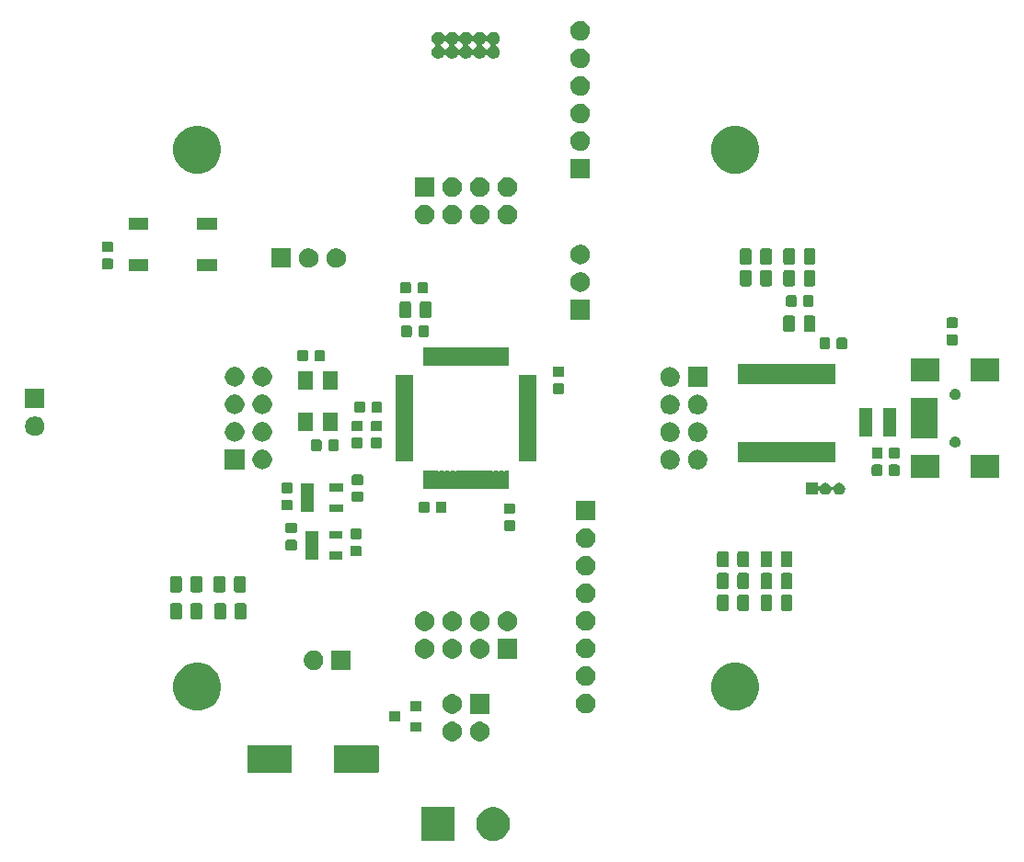
<source format=gbr>
G04 #@! TF.GenerationSoftware,KiCad,Pcbnew,(5.1.5-0-10_14)*
G04 #@! TF.CreationDate,2020-09-03T18:46:32+03:00*
G04 #@! TF.ProjectId,main,6d61696e-2e6b-4696-9361-645f70636258,rev?*
G04 #@! TF.SameCoordinates,Original*
G04 #@! TF.FileFunction,Soldermask,Top*
G04 #@! TF.FilePolarity,Negative*
%FSLAX46Y46*%
G04 Gerber Fmt 4.6, Leading zero omitted, Abs format (unit mm)*
G04 Created by KiCad (PCBNEW (5.1.5-0-10_14)) date 2020-09-03 18:46:32*
%MOMM*%
%LPD*%
G04 APERTURE LIST*
%ADD10C,0.100000*%
G04 APERTURE END LIST*
D10*
G36*
X152782585Y-135878802D02*
G01*
X152932410Y-135908604D01*
X153214674Y-136025521D01*
X153468705Y-136195259D01*
X153684741Y-136411295D01*
X153854479Y-136665326D01*
X153971396Y-136947590D01*
X154031000Y-137247240D01*
X154031000Y-137552760D01*
X153971396Y-137852410D01*
X153854479Y-138134674D01*
X153684741Y-138388705D01*
X153468705Y-138604741D01*
X153214674Y-138774479D01*
X152932410Y-138891396D01*
X152782585Y-138921198D01*
X152632761Y-138951000D01*
X152327239Y-138951000D01*
X152177415Y-138921198D01*
X152027590Y-138891396D01*
X151745326Y-138774479D01*
X151491295Y-138604741D01*
X151275259Y-138388705D01*
X151105521Y-138134674D01*
X150988604Y-137852410D01*
X150929000Y-137552760D01*
X150929000Y-137247240D01*
X150988604Y-136947590D01*
X151105521Y-136665326D01*
X151275259Y-136411295D01*
X151491295Y-136195259D01*
X151745326Y-136025521D01*
X152027590Y-135908604D01*
X152177415Y-135878802D01*
X152327239Y-135849000D01*
X152632761Y-135849000D01*
X152782585Y-135878802D01*
G37*
G36*
X148951000Y-138951000D02*
G01*
X145849000Y-138951000D01*
X145849000Y-135849000D01*
X148951000Y-135849000D01*
X148951000Y-138951000D01*
G37*
G36*
X141821934Y-130102671D02*
G01*
X141851877Y-130111754D01*
X141879465Y-130126500D01*
X141903651Y-130146349D01*
X141923500Y-130170535D01*
X141938246Y-130198123D01*
X141947329Y-130228066D01*
X141951000Y-130265340D01*
X141951000Y-132534660D01*
X141947329Y-132571934D01*
X141938246Y-132601877D01*
X141923500Y-132629465D01*
X141903651Y-132653651D01*
X141879465Y-132673500D01*
X141851877Y-132688246D01*
X141821934Y-132697329D01*
X141784660Y-132701000D01*
X138015340Y-132701000D01*
X137978066Y-132697329D01*
X137948123Y-132688246D01*
X137920535Y-132673500D01*
X137896349Y-132653651D01*
X137876500Y-132629465D01*
X137861754Y-132601877D01*
X137852671Y-132571934D01*
X137849000Y-132534660D01*
X137849000Y-130265340D01*
X137852671Y-130228066D01*
X137861754Y-130198123D01*
X137876500Y-130170535D01*
X137896349Y-130146349D01*
X137920535Y-130126500D01*
X137948123Y-130111754D01*
X137978066Y-130102671D01*
X138015340Y-130099000D01*
X141784660Y-130099000D01*
X141821934Y-130102671D01*
G37*
G36*
X133821934Y-130102671D02*
G01*
X133851877Y-130111754D01*
X133879465Y-130126500D01*
X133903651Y-130146349D01*
X133923500Y-130170535D01*
X133938246Y-130198123D01*
X133947329Y-130228066D01*
X133951000Y-130265340D01*
X133951000Y-132534660D01*
X133947329Y-132571934D01*
X133938246Y-132601877D01*
X133923500Y-132629465D01*
X133903651Y-132653651D01*
X133879465Y-132673500D01*
X133851877Y-132688246D01*
X133821934Y-132697329D01*
X133784660Y-132701000D01*
X130015340Y-132701000D01*
X129978066Y-132697329D01*
X129948123Y-132688246D01*
X129920535Y-132673500D01*
X129896349Y-132653651D01*
X129876500Y-132629465D01*
X129861754Y-132601877D01*
X129852671Y-132571934D01*
X129849000Y-132534660D01*
X129849000Y-130265340D01*
X129852671Y-130228066D01*
X129861754Y-130198123D01*
X129876500Y-130170535D01*
X129896349Y-130146349D01*
X129920535Y-130126500D01*
X129948123Y-130111754D01*
X129978066Y-130102671D01*
X130015340Y-130099000D01*
X133784660Y-130099000D01*
X133821934Y-130102671D01*
G37*
G36*
X151363512Y-127973927D02*
G01*
X151512812Y-128003624D01*
X151676784Y-128071544D01*
X151824354Y-128170147D01*
X151949853Y-128295646D01*
X152048456Y-128443216D01*
X152116376Y-128607188D01*
X152151000Y-128781259D01*
X152151000Y-128958741D01*
X152116376Y-129132812D01*
X152048456Y-129296784D01*
X151949853Y-129444354D01*
X151824354Y-129569853D01*
X151676784Y-129668456D01*
X151512812Y-129736376D01*
X151363512Y-129766073D01*
X151338742Y-129771000D01*
X151161258Y-129771000D01*
X151136488Y-129766073D01*
X150987188Y-129736376D01*
X150823216Y-129668456D01*
X150675646Y-129569853D01*
X150550147Y-129444354D01*
X150451544Y-129296784D01*
X150383624Y-129132812D01*
X150349000Y-128958741D01*
X150349000Y-128781259D01*
X150383624Y-128607188D01*
X150451544Y-128443216D01*
X150550147Y-128295646D01*
X150675646Y-128170147D01*
X150823216Y-128071544D01*
X150987188Y-128003624D01*
X151136488Y-127973927D01*
X151161258Y-127969000D01*
X151338742Y-127969000D01*
X151363512Y-127973927D01*
G37*
G36*
X148823512Y-127973927D02*
G01*
X148972812Y-128003624D01*
X149136784Y-128071544D01*
X149284354Y-128170147D01*
X149409853Y-128295646D01*
X149508456Y-128443216D01*
X149576376Y-128607188D01*
X149611000Y-128781259D01*
X149611000Y-128958741D01*
X149576376Y-129132812D01*
X149508456Y-129296784D01*
X149409853Y-129444354D01*
X149284354Y-129569853D01*
X149136784Y-129668456D01*
X148972812Y-129736376D01*
X148823512Y-129766073D01*
X148798742Y-129771000D01*
X148621258Y-129771000D01*
X148596488Y-129766073D01*
X148447188Y-129736376D01*
X148283216Y-129668456D01*
X148135646Y-129569853D01*
X148010147Y-129444354D01*
X147911544Y-129296784D01*
X147843624Y-129132812D01*
X147809000Y-128958741D01*
X147809000Y-128781259D01*
X147843624Y-128607188D01*
X147911544Y-128443216D01*
X148010147Y-128295646D01*
X148135646Y-128170147D01*
X148283216Y-128071544D01*
X148447188Y-128003624D01*
X148596488Y-127973927D01*
X148621258Y-127969000D01*
X148798742Y-127969000D01*
X148823512Y-127973927D01*
G37*
G36*
X145901000Y-128901000D02*
G01*
X144899000Y-128901000D01*
X144899000Y-127999000D01*
X145901000Y-127999000D01*
X145901000Y-128901000D01*
G37*
G36*
X143901000Y-127951000D02*
G01*
X142899000Y-127951000D01*
X142899000Y-127049000D01*
X143901000Y-127049000D01*
X143901000Y-127951000D01*
G37*
G36*
X152151000Y-127231000D02*
G01*
X150349000Y-127231000D01*
X150349000Y-125429000D01*
X152151000Y-125429000D01*
X152151000Y-127231000D01*
G37*
G36*
X148823512Y-125433927D02*
G01*
X148972812Y-125463624D01*
X149136784Y-125531544D01*
X149284354Y-125630147D01*
X149409853Y-125755646D01*
X149508456Y-125903216D01*
X149576376Y-126067188D01*
X149611000Y-126241259D01*
X149611000Y-126418741D01*
X149576376Y-126592812D01*
X149508456Y-126756784D01*
X149409853Y-126904354D01*
X149284354Y-127029853D01*
X149136784Y-127128456D01*
X148972812Y-127196376D01*
X148823512Y-127226073D01*
X148798742Y-127231000D01*
X148621258Y-127231000D01*
X148596488Y-127226073D01*
X148447188Y-127196376D01*
X148283216Y-127128456D01*
X148135646Y-127029853D01*
X148010147Y-126904354D01*
X147911544Y-126756784D01*
X147843624Y-126592812D01*
X147809000Y-126418741D01*
X147809000Y-126241259D01*
X147843624Y-126067188D01*
X147911544Y-125903216D01*
X148010147Y-125755646D01*
X148135646Y-125630147D01*
X148283216Y-125531544D01*
X148447188Y-125463624D01*
X148596488Y-125433927D01*
X148621258Y-125429000D01*
X148798742Y-125429000D01*
X148823512Y-125433927D01*
G37*
G36*
X161113512Y-125383927D02*
G01*
X161262812Y-125413624D01*
X161426784Y-125481544D01*
X161574354Y-125580147D01*
X161699853Y-125705646D01*
X161798456Y-125853216D01*
X161866376Y-126017188D01*
X161901000Y-126191259D01*
X161901000Y-126368741D01*
X161866376Y-126542812D01*
X161798456Y-126706784D01*
X161699853Y-126854354D01*
X161574354Y-126979853D01*
X161426784Y-127078456D01*
X161262812Y-127146376D01*
X161113512Y-127176073D01*
X161088742Y-127181000D01*
X160911258Y-127181000D01*
X160886488Y-127176073D01*
X160737188Y-127146376D01*
X160573216Y-127078456D01*
X160425646Y-126979853D01*
X160300147Y-126854354D01*
X160201544Y-126706784D01*
X160133624Y-126542812D01*
X160099000Y-126368741D01*
X160099000Y-126191259D01*
X160133624Y-126017188D01*
X160201544Y-125853216D01*
X160300147Y-125705646D01*
X160425646Y-125580147D01*
X160573216Y-125481544D01*
X160737188Y-125413624D01*
X160886488Y-125383927D01*
X160911258Y-125379000D01*
X161088742Y-125379000D01*
X161113512Y-125383927D01*
G37*
G36*
X145901000Y-127001000D02*
G01*
X144899000Y-127001000D01*
X144899000Y-126099000D01*
X145901000Y-126099000D01*
X145901000Y-127001000D01*
G37*
G36*
X175390744Y-122632319D02*
G01*
X175791300Y-122798235D01*
X175791302Y-122798236D01*
X176151793Y-123039108D01*
X176458366Y-123345681D01*
X176662546Y-123651259D01*
X176699239Y-123706174D01*
X176865155Y-124106730D01*
X176949737Y-124531956D01*
X176949737Y-124965518D01*
X176865155Y-125390744D01*
X176714007Y-125755646D01*
X176699238Y-125791302D01*
X176458366Y-126151793D01*
X176151793Y-126458366D01*
X175791302Y-126699238D01*
X175791301Y-126699239D01*
X175791300Y-126699239D01*
X175390744Y-126865155D01*
X174965518Y-126949737D01*
X174531956Y-126949737D01*
X174106730Y-126865155D01*
X173706174Y-126699239D01*
X173706173Y-126699239D01*
X173706172Y-126699238D01*
X173345681Y-126458366D01*
X173039108Y-126151793D01*
X172798236Y-125791302D01*
X172783467Y-125755646D01*
X172632319Y-125390744D01*
X172547737Y-124965518D01*
X172547737Y-124531956D01*
X172632319Y-124106730D01*
X172798235Y-123706174D01*
X172834928Y-123651259D01*
X173039108Y-123345681D01*
X173345681Y-123039108D01*
X173706172Y-122798236D01*
X173706174Y-122798235D01*
X174106730Y-122632319D01*
X174531956Y-122547737D01*
X174965518Y-122547737D01*
X175390744Y-122632319D01*
G37*
G36*
X125893270Y-122632319D02*
G01*
X126293826Y-122798235D01*
X126293828Y-122798236D01*
X126654319Y-123039108D01*
X126960892Y-123345681D01*
X127165072Y-123651259D01*
X127201765Y-123706174D01*
X127367681Y-124106730D01*
X127452263Y-124531956D01*
X127452263Y-124965518D01*
X127367681Y-125390744D01*
X127216533Y-125755646D01*
X127201764Y-125791302D01*
X126960892Y-126151793D01*
X126654319Y-126458366D01*
X126293828Y-126699238D01*
X126293827Y-126699239D01*
X126293826Y-126699239D01*
X125893270Y-126865155D01*
X125468044Y-126949737D01*
X125034482Y-126949737D01*
X124609256Y-126865155D01*
X124208700Y-126699239D01*
X124208699Y-126699239D01*
X124208698Y-126699238D01*
X123848207Y-126458366D01*
X123541634Y-126151793D01*
X123300762Y-125791302D01*
X123285993Y-125755646D01*
X123134845Y-125390744D01*
X123050263Y-124965518D01*
X123050263Y-124531956D01*
X123134845Y-124106730D01*
X123300761Y-123706174D01*
X123337454Y-123651259D01*
X123541634Y-123345681D01*
X123848207Y-123039108D01*
X124208698Y-122798236D01*
X124208700Y-122798235D01*
X124609256Y-122632319D01*
X125034482Y-122547737D01*
X125468044Y-122547737D01*
X125893270Y-122632319D01*
G37*
G36*
X161113512Y-122843927D02*
G01*
X161262812Y-122873624D01*
X161426784Y-122941544D01*
X161574354Y-123040147D01*
X161699853Y-123165646D01*
X161798456Y-123313216D01*
X161866376Y-123477188D01*
X161901000Y-123651259D01*
X161901000Y-123828741D01*
X161866376Y-124002812D01*
X161798456Y-124166784D01*
X161699853Y-124314354D01*
X161574354Y-124439853D01*
X161426784Y-124538456D01*
X161262812Y-124606376D01*
X161113512Y-124636073D01*
X161088742Y-124641000D01*
X160911258Y-124641000D01*
X160886488Y-124636073D01*
X160737188Y-124606376D01*
X160573216Y-124538456D01*
X160425646Y-124439853D01*
X160300147Y-124314354D01*
X160201544Y-124166784D01*
X160133624Y-124002812D01*
X160099000Y-123828741D01*
X160099000Y-123651259D01*
X160133624Y-123477188D01*
X160201544Y-123313216D01*
X160300147Y-123165646D01*
X160425646Y-123040147D01*
X160573216Y-122941544D01*
X160737188Y-122873624D01*
X160886488Y-122843927D01*
X160911258Y-122839000D01*
X161088742Y-122839000D01*
X161113512Y-122843927D01*
G37*
G36*
X139401000Y-123201000D02*
G01*
X137599000Y-123201000D01*
X137599000Y-121399000D01*
X139401000Y-121399000D01*
X139401000Y-123201000D01*
G37*
G36*
X136073512Y-121403927D02*
G01*
X136222812Y-121433624D01*
X136386784Y-121501544D01*
X136534354Y-121600147D01*
X136659853Y-121725646D01*
X136758456Y-121873216D01*
X136826376Y-122037188D01*
X136861000Y-122211259D01*
X136861000Y-122388741D01*
X136826376Y-122562812D01*
X136758456Y-122726784D01*
X136659853Y-122874354D01*
X136534354Y-122999853D01*
X136386784Y-123098456D01*
X136222812Y-123166376D01*
X136073512Y-123196073D01*
X136048742Y-123201000D01*
X135871258Y-123201000D01*
X135846488Y-123196073D01*
X135697188Y-123166376D01*
X135533216Y-123098456D01*
X135385646Y-122999853D01*
X135260147Y-122874354D01*
X135161544Y-122726784D01*
X135093624Y-122562812D01*
X135059000Y-122388741D01*
X135059000Y-122211259D01*
X135093624Y-122037188D01*
X135161544Y-121873216D01*
X135260147Y-121725646D01*
X135385646Y-121600147D01*
X135533216Y-121501544D01*
X135697188Y-121433624D01*
X135846488Y-121403927D01*
X135871258Y-121399000D01*
X136048742Y-121399000D01*
X136073512Y-121403927D01*
G37*
G36*
X154701000Y-122151000D02*
G01*
X152899000Y-122151000D01*
X152899000Y-120349000D01*
X154701000Y-120349000D01*
X154701000Y-122151000D01*
G37*
G36*
X151373512Y-120353927D02*
G01*
X151522812Y-120383624D01*
X151686784Y-120451544D01*
X151834354Y-120550147D01*
X151959853Y-120675646D01*
X152058456Y-120823216D01*
X152126376Y-120987188D01*
X152161000Y-121161259D01*
X152161000Y-121338741D01*
X152126376Y-121512812D01*
X152058456Y-121676784D01*
X151959853Y-121824354D01*
X151834354Y-121949853D01*
X151686784Y-122048456D01*
X151522812Y-122116376D01*
X151373512Y-122146073D01*
X151348742Y-122151000D01*
X151171258Y-122151000D01*
X151146488Y-122146073D01*
X150997188Y-122116376D01*
X150833216Y-122048456D01*
X150685646Y-121949853D01*
X150560147Y-121824354D01*
X150461544Y-121676784D01*
X150393624Y-121512812D01*
X150359000Y-121338741D01*
X150359000Y-121161259D01*
X150393624Y-120987188D01*
X150461544Y-120823216D01*
X150560147Y-120675646D01*
X150685646Y-120550147D01*
X150833216Y-120451544D01*
X150997188Y-120383624D01*
X151146488Y-120353927D01*
X151171258Y-120349000D01*
X151348742Y-120349000D01*
X151373512Y-120353927D01*
G37*
G36*
X148833512Y-120353927D02*
G01*
X148982812Y-120383624D01*
X149146784Y-120451544D01*
X149294354Y-120550147D01*
X149419853Y-120675646D01*
X149518456Y-120823216D01*
X149586376Y-120987188D01*
X149621000Y-121161259D01*
X149621000Y-121338741D01*
X149586376Y-121512812D01*
X149518456Y-121676784D01*
X149419853Y-121824354D01*
X149294354Y-121949853D01*
X149146784Y-122048456D01*
X148982812Y-122116376D01*
X148833512Y-122146073D01*
X148808742Y-122151000D01*
X148631258Y-122151000D01*
X148606488Y-122146073D01*
X148457188Y-122116376D01*
X148293216Y-122048456D01*
X148145646Y-121949853D01*
X148020147Y-121824354D01*
X147921544Y-121676784D01*
X147853624Y-121512812D01*
X147819000Y-121338741D01*
X147819000Y-121161259D01*
X147853624Y-120987188D01*
X147921544Y-120823216D01*
X148020147Y-120675646D01*
X148145646Y-120550147D01*
X148293216Y-120451544D01*
X148457188Y-120383624D01*
X148606488Y-120353927D01*
X148631258Y-120349000D01*
X148808742Y-120349000D01*
X148833512Y-120353927D01*
G37*
G36*
X146293512Y-120353927D02*
G01*
X146442812Y-120383624D01*
X146606784Y-120451544D01*
X146754354Y-120550147D01*
X146879853Y-120675646D01*
X146978456Y-120823216D01*
X147046376Y-120987188D01*
X147081000Y-121161259D01*
X147081000Y-121338741D01*
X147046376Y-121512812D01*
X146978456Y-121676784D01*
X146879853Y-121824354D01*
X146754354Y-121949853D01*
X146606784Y-122048456D01*
X146442812Y-122116376D01*
X146293512Y-122146073D01*
X146268742Y-122151000D01*
X146091258Y-122151000D01*
X146066488Y-122146073D01*
X145917188Y-122116376D01*
X145753216Y-122048456D01*
X145605646Y-121949853D01*
X145480147Y-121824354D01*
X145381544Y-121676784D01*
X145313624Y-121512812D01*
X145279000Y-121338741D01*
X145279000Y-121161259D01*
X145313624Y-120987188D01*
X145381544Y-120823216D01*
X145480147Y-120675646D01*
X145605646Y-120550147D01*
X145753216Y-120451544D01*
X145917188Y-120383624D01*
X146066488Y-120353927D01*
X146091258Y-120349000D01*
X146268742Y-120349000D01*
X146293512Y-120353927D01*
G37*
G36*
X161113512Y-120303927D02*
G01*
X161262812Y-120333624D01*
X161426784Y-120401544D01*
X161574354Y-120500147D01*
X161699853Y-120625646D01*
X161798456Y-120773216D01*
X161866376Y-120937188D01*
X161901000Y-121111259D01*
X161901000Y-121288741D01*
X161866376Y-121462812D01*
X161798456Y-121626784D01*
X161699853Y-121774354D01*
X161574354Y-121899853D01*
X161426784Y-121998456D01*
X161262812Y-122066376D01*
X161113512Y-122096073D01*
X161088742Y-122101000D01*
X160911258Y-122101000D01*
X160886488Y-122096073D01*
X160737188Y-122066376D01*
X160573216Y-121998456D01*
X160425646Y-121899853D01*
X160300147Y-121774354D01*
X160201544Y-121626784D01*
X160133624Y-121462812D01*
X160099000Y-121288741D01*
X160099000Y-121111259D01*
X160133624Y-120937188D01*
X160201544Y-120773216D01*
X160300147Y-120625646D01*
X160425646Y-120500147D01*
X160573216Y-120401544D01*
X160737188Y-120333624D01*
X160886488Y-120303927D01*
X160911258Y-120299000D01*
X161088742Y-120299000D01*
X161113512Y-120303927D01*
G37*
G36*
X153913512Y-117813927D02*
G01*
X154062812Y-117843624D01*
X154226784Y-117911544D01*
X154374354Y-118010147D01*
X154499853Y-118135646D01*
X154598456Y-118283216D01*
X154666376Y-118447188D01*
X154701000Y-118621259D01*
X154701000Y-118798741D01*
X154666376Y-118972812D01*
X154598456Y-119136784D01*
X154499853Y-119284354D01*
X154374354Y-119409853D01*
X154226784Y-119508456D01*
X154062812Y-119576376D01*
X153913512Y-119606073D01*
X153888742Y-119611000D01*
X153711258Y-119611000D01*
X153686488Y-119606073D01*
X153537188Y-119576376D01*
X153373216Y-119508456D01*
X153225646Y-119409853D01*
X153100147Y-119284354D01*
X153001544Y-119136784D01*
X152933624Y-118972812D01*
X152899000Y-118798741D01*
X152899000Y-118621259D01*
X152933624Y-118447188D01*
X153001544Y-118283216D01*
X153100147Y-118135646D01*
X153225646Y-118010147D01*
X153373216Y-117911544D01*
X153537188Y-117843624D01*
X153686488Y-117813927D01*
X153711258Y-117809000D01*
X153888742Y-117809000D01*
X153913512Y-117813927D01*
G37*
G36*
X148833512Y-117813927D02*
G01*
X148982812Y-117843624D01*
X149146784Y-117911544D01*
X149294354Y-118010147D01*
X149419853Y-118135646D01*
X149518456Y-118283216D01*
X149586376Y-118447188D01*
X149621000Y-118621259D01*
X149621000Y-118798741D01*
X149586376Y-118972812D01*
X149518456Y-119136784D01*
X149419853Y-119284354D01*
X149294354Y-119409853D01*
X149146784Y-119508456D01*
X148982812Y-119576376D01*
X148833512Y-119606073D01*
X148808742Y-119611000D01*
X148631258Y-119611000D01*
X148606488Y-119606073D01*
X148457188Y-119576376D01*
X148293216Y-119508456D01*
X148145646Y-119409853D01*
X148020147Y-119284354D01*
X147921544Y-119136784D01*
X147853624Y-118972812D01*
X147819000Y-118798741D01*
X147819000Y-118621259D01*
X147853624Y-118447188D01*
X147921544Y-118283216D01*
X148020147Y-118135646D01*
X148145646Y-118010147D01*
X148293216Y-117911544D01*
X148457188Y-117843624D01*
X148606488Y-117813927D01*
X148631258Y-117809000D01*
X148808742Y-117809000D01*
X148833512Y-117813927D01*
G37*
G36*
X146293512Y-117813927D02*
G01*
X146442812Y-117843624D01*
X146606784Y-117911544D01*
X146754354Y-118010147D01*
X146879853Y-118135646D01*
X146978456Y-118283216D01*
X147046376Y-118447188D01*
X147081000Y-118621259D01*
X147081000Y-118798741D01*
X147046376Y-118972812D01*
X146978456Y-119136784D01*
X146879853Y-119284354D01*
X146754354Y-119409853D01*
X146606784Y-119508456D01*
X146442812Y-119576376D01*
X146293512Y-119606073D01*
X146268742Y-119611000D01*
X146091258Y-119611000D01*
X146066488Y-119606073D01*
X145917188Y-119576376D01*
X145753216Y-119508456D01*
X145605646Y-119409853D01*
X145480147Y-119284354D01*
X145381544Y-119136784D01*
X145313624Y-118972812D01*
X145279000Y-118798741D01*
X145279000Y-118621259D01*
X145313624Y-118447188D01*
X145381544Y-118283216D01*
X145480147Y-118135646D01*
X145605646Y-118010147D01*
X145753216Y-117911544D01*
X145917188Y-117843624D01*
X146066488Y-117813927D01*
X146091258Y-117809000D01*
X146268742Y-117809000D01*
X146293512Y-117813927D01*
G37*
G36*
X151373512Y-117813927D02*
G01*
X151522812Y-117843624D01*
X151686784Y-117911544D01*
X151834354Y-118010147D01*
X151959853Y-118135646D01*
X152058456Y-118283216D01*
X152126376Y-118447188D01*
X152161000Y-118621259D01*
X152161000Y-118798741D01*
X152126376Y-118972812D01*
X152058456Y-119136784D01*
X151959853Y-119284354D01*
X151834354Y-119409853D01*
X151686784Y-119508456D01*
X151522812Y-119576376D01*
X151373512Y-119606073D01*
X151348742Y-119611000D01*
X151171258Y-119611000D01*
X151146488Y-119606073D01*
X150997188Y-119576376D01*
X150833216Y-119508456D01*
X150685646Y-119409853D01*
X150560147Y-119284354D01*
X150461544Y-119136784D01*
X150393624Y-118972812D01*
X150359000Y-118798741D01*
X150359000Y-118621259D01*
X150393624Y-118447188D01*
X150461544Y-118283216D01*
X150560147Y-118135646D01*
X150685646Y-118010147D01*
X150833216Y-117911544D01*
X150997188Y-117843624D01*
X151146488Y-117813927D01*
X151171258Y-117809000D01*
X151348742Y-117809000D01*
X151373512Y-117813927D01*
G37*
G36*
X161113512Y-117763927D02*
G01*
X161262812Y-117793624D01*
X161426784Y-117861544D01*
X161574354Y-117960147D01*
X161699853Y-118085646D01*
X161798456Y-118233216D01*
X161866376Y-118397188D01*
X161901000Y-118571259D01*
X161901000Y-118748741D01*
X161866376Y-118922812D01*
X161798456Y-119086784D01*
X161699853Y-119234354D01*
X161574354Y-119359853D01*
X161426784Y-119458456D01*
X161262812Y-119526376D01*
X161113512Y-119556073D01*
X161088742Y-119561000D01*
X160911258Y-119561000D01*
X160886488Y-119556073D01*
X160737188Y-119526376D01*
X160573216Y-119458456D01*
X160425646Y-119359853D01*
X160300147Y-119234354D01*
X160201544Y-119086784D01*
X160133624Y-118922812D01*
X160099000Y-118748741D01*
X160099000Y-118571259D01*
X160133624Y-118397188D01*
X160201544Y-118233216D01*
X160300147Y-118085646D01*
X160425646Y-117960147D01*
X160573216Y-117861544D01*
X160737188Y-117793624D01*
X160886488Y-117763927D01*
X160911258Y-117759000D01*
X161088742Y-117759000D01*
X161113512Y-117763927D01*
G37*
G36*
X125546968Y-117053565D02*
G01*
X125585638Y-117065296D01*
X125621277Y-117084346D01*
X125652517Y-117109983D01*
X125678154Y-117141223D01*
X125697204Y-117176862D01*
X125708935Y-117215532D01*
X125713500Y-117261888D01*
X125713500Y-118338112D01*
X125708935Y-118384468D01*
X125697204Y-118423138D01*
X125678154Y-118458777D01*
X125652517Y-118490017D01*
X125621277Y-118515654D01*
X125585638Y-118534704D01*
X125546968Y-118546435D01*
X125500612Y-118551000D01*
X124849388Y-118551000D01*
X124803032Y-118546435D01*
X124764362Y-118534704D01*
X124728723Y-118515654D01*
X124697483Y-118490017D01*
X124671846Y-118458777D01*
X124652796Y-118423138D01*
X124641065Y-118384468D01*
X124636500Y-118338112D01*
X124636500Y-117261888D01*
X124641065Y-117215532D01*
X124652796Y-117176862D01*
X124671846Y-117141223D01*
X124697483Y-117109983D01*
X124728723Y-117084346D01*
X124764362Y-117065296D01*
X124803032Y-117053565D01*
X124849388Y-117049000D01*
X125500612Y-117049000D01*
X125546968Y-117053565D01*
G37*
G36*
X129609468Y-117053565D02*
G01*
X129648138Y-117065296D01*
X129683777Y-117084346D01*
X129715017Y-117109983D01*
X129740654Y-117141223D01*
X129759704Y-117176862D01*
X129771435Y-117215532D01*
X129776000Y-117261888D01*
X129776000Y-118338112D01*
X129771435Y-118384468D01*
X129759704Y-118423138D01*
X129740654Y-118458777D01*
X129715017Y-118490017D01*
X129683777Y-118515654D01*
X129648138Y-118534704D01*
X129609468Y-118546435D01*
X129563112Y-118551000D01*
X128911888Y-118551000D01*
X128865532Y-118546435D01*
X128826862Y-118534704D01*
X128791223Y-118515654D01*
X128759983Y-118490017D01*
X128734346Y-118458777D01*
X128715296Y-118423138D01*
X128703565Y-118384468D01*
X128699000Y-118338112D01*
X128699000Y-117261888D01*
X128703565Y-117215532D01*
X128715296Y-117176862D01*
X128734346Y-117141223D01*
X128759983Y-117109983D01*
X128791223Y-117084346D01*
X128826862Y-117065296D01*
X128865532Y-117053565D01*
X128911888Y-117049000D01*
X129563112Y-117049000D01*
X129609468Y-117053565D01*
G37*
G36*
X127734468Y-117053565D02*
G01*
X127773138Y-117065296D01*
X127808777Y-117084346D01*
X127840017Y-117109983D01*
X127865654Y-117141223D01*
X127884704Y-117176862D01*
X127896435Y-117215532D01*
X127901000Y-117261888D01*
X127901000Y-118338112D01*
X127896435Y-118384468D01*
X127884704Y-118423138D01*
X127865654Y-118458777D01*
X127840017Y-118490017D01*
X127808777Y-118515654D01*
X127773138Y-118534704D01*
X127734468Y-118546435D01*
X127688112Y-118551000D01*
X127036888Y-118551000D01*
X126990532Y-118546435D01*
X126951862Y-118534704D01*
X126916223Y-118515654D01*
X126884983Y-118490017D01*
X126859346Y-118458777D01*
X126840296Y-118423138D01*
X126828565Y-118384468D01*
X126824000Y-118338112D01*
X126824000Y-117261888D01*
X126828565Y-117215532D01*
X126840296Y-117176862D01*
X126859346Y-117141223D01*
X126884983Y-117109983D01*
X126916223Y-117084346D01*
X126951862Y-117065296D01*
X126990532Y-117053565D01*
X127036888Y-117049000D01*
X127688112Y-117049000D01*
X127734468Y-117053565D01*
G37*
G36*
X123671968Y-117053565D02*
G01*
X123710638Y-117065296D01*
X123746277Y-117084346D01*
X123777517Y-117109983D01*
X123803154Y-117141223D01*
X123822204Y-117176862D01*
X123833935Y-117215532D01*
X123838500Y-117261888D01*
X123838500Y-118338112D01*
X123833935Y-118384468D01*
X123822204Y-118423138D01*
X123803154Y-118458777D01*
X123777517Y-118490017D01*
X123746277Y-118515654D01*
X123710638Y-118534704D01*
X123671968Y-118546435D01*
X123625612Y-118551000D01*
X122974388Y-118551000D01*
X122928032Y-118546435D01*
X122889362Y-118534704D01*
X122853723Y-118515654D01*
X122822483Y-118490017D01*
X122796846Y-118458777D01*
X122777796Y-118423138D01*
X122766065Y-118384468D01*
X122761500Y-118338112D01*
X122761500Y-117261888D01*
X122766065Y-117215532D01*
X122777796Y-117176862D01*
X122796846Y-117141223D01*
X122822483Y-117109983D01*
X122853723Y-117084346D01*
X122889362Y-117065296D01*
X122928032Y-117053565D01*
X122974388Y-117049000D01*
X123625612Y-117049000D01*
X123671968Y-117053565D01*
G37*
G36*
X179871968Y-116253565D02*
G01*
X179910638Y-116265296D01*
X179946277Y-116284346D01*
X179977517Y-116309983D01*
X180003154Y-116341223D01*
X180022204Y-116376862D01*
X180033935Y-116415532D01*
X180038500Y-116461888D01*
X180038500Y-117538112D01*
X180033935Y-117584468D01*
X180022204Y-117623138D01*
X180003154Y-117658777D01*
X179977517Y-117690017D01*
X179946277Y-117715654D01*
X179910638Y-117734704D01*
X179871968Y-117746435D01*
X179825612Y-117751000D01*
X179174388Y-117751000D01*
X179128032Y-117746435D01*
X179089362Y-117734704D01*
X179053723Y-117715654D01*
X179022483Y-117690017D01*
X178996846Y-117658777D01*
X178977796Y-117623138D01*
X178966065Y-117584468D01*
X178961500Y-117538112D01*
X178961500Y-116461888D01*
X178966065Y-116415532D01*
X178977796Y-116376862D01*
X178996846Y-116341223D01*
X179022483Y-116309983D01*
X179053723Y-116284346D01*
X179089362Y-116265296D01*
X179128032Y-116253565D01*
X179174388Y-116249000D01*
X179825612Y-116249000D01*
X179871968Y-116253565D01*
G37*
G36*
X177996968Y-116253565D02*
G01*
X178035638Y-116265296D01*
X178071277Y-116284346D01*
X178102517Y-116309983D01*
X178128154Y-116341223D01*
X178147204Y-116376862D01*
X178158935Y-116415532D01*
X178163500Y-116461888D01*
X178163500Y-117538112D01*
X178158935Y-117584468D01*
X178147204Y-117623138D01*
X178128154Y-117658777D01*
X178102517Y-117690017D01*
X178071277Y-117715654D01*
X178035638Y-117734704D01*
X177996968Y-117746435D01*
X177950612Y-117751000D01*
X177299388Y-117751000D01*
X177253032Y-117746435D01*
X177214362Y-117734704D01*
X177178723Y-117715654D01*
X177147483Y-117690017D01*
X177121846Y-117658777D01*
X177102796Y-117623138D01*
X177091065Y-117584468D01*
X177086500Y-117538112D01*
X177086500Y-116461888D01*
X177091065Y-116415532D01*
X177102796Y-116376862D01*
X177121846Y-116341223D01*
X177147483Y-116309983D01*
X177178723Y-116284346D01*
X177214362Y-116265296D01*
X177253032Y-116253565D01*
X177299388Y-116249000D01*
X177950612Y-116249000D01*
X177996968Y-116253565D01*
G37*
G36*
X175871968Y-116253565D02*
G01*
X175910638Y-116265296D01*
X175946277Y-116284346D01*
X175977517Y-116309983D01*
X176003154Y-116341223D01*
X176022204Y-116376862D01*
X176033935Y-116415532D01*
X176038500Y-116461888D01*
X176038500Y-117538112D01*
X176033935Y-117584468D01*
X176022204Y-117623138D01*
X176003154Y-117658777D01*
X175977517Y-117690017D01*
X175946277Y-117715654D01*
X175910638Y-117734704D01*
X175871968Y-117746435D01*
X175825612Y-117751000D01*
X175174388Y-117751000D01*
X175128032Y-117746435D01*
X175089362Y-117734704D01*
X175053723Y-117715654D01*
X175022483Y-117690017D01*
X174996846Y-117658777D01*
X174977796Y-117623138D01*
X174966065Y-117584468D01*
X174961500Y-117538112D01*
X174961500Y-116461888D01*
X174966065Y-116415532D01*
X174977796Y-116376862D01*
X174996846Y-116341223D01*
X175022483Y-116309983D01*
X175053723Y-116284346D01*
X175089362Y-116265296D01*
X175128032Y-116253565D01*
X175174388Y-116249000D01*
X175825612Y-116249000D01*
X175871968Y-116253565D01*
G37*
G36*
X173996968Y-116253565D02*
G01*
X174035638Y-116265296D01*
X174071277Y-116284346D01*
X174102517Y-116309983D01*
X174128154Y-116341223D01*
X174147204Y-116376862D01*
X174158935Y-116415532D01*
X174163500Y-116461888D01*
X174163500Y-117538112D01*
X174158935Y-117584468D01*
X174147204Y-117623138D01*
X174128154Y-117658777D01*
X174102517Y-117690017D01*
X174071277Y-117715654D01*
X174035638Y-117734704D01*
X173996968Y-117746435D01*
X173950612Y-117751000D01*
X173299388Y-117751000D01*
X173253032Y-117746435D01*
X173214362Y-117734704D01*
X173178723Y-117715654D01*
X173147483Y-117690017D01*
X173121846Y-117658777D01*
X173102796Y-117623138D01*
X173091065Y-117584468D01*
X173086500Y-117538112D01*
X173086500Y-116461888D01*
X173091065Y-116415532D01*
X173102796Y-116376862D01*
X173121846Y-116341223D01*
X173147483Y-116309983D01*
X173178723Y-116284346D01*
X173214362Y-116265296D01*
X173253032Y-116253565D01*
X173299388Y-116249000D01*
X173950612Y-116249000D01*
X173996968Y-116253565D01*
G37*
G36*
X161113512Y-115223927D02*
G01*
X161262812Y-115253624D01*
X161426784Y-115321544D01*
X161574354Y-115420147D01*
X161699853Y-115545646D01*
X161798456Y-115693216D01*
X161866376Y-115857188D01*
X161901000Y-116031259D01*
X161901000Y-116208741D01*
X161866376Y-116382812D01*
X161798456Y-116546784D01*
X161699853Y-116694354D01*
X161574354Y-116819853D01*
X161426784Y-116918456D01*
X161262812Y-116986376D01*
X161113512Y-117016073D01*
X161088742Y-117021000D01*
X160911258Y-117021000D01*
X160886488Y-117016073D01*
X160737188Y-116986376D01*
X160573216Y-116918456D01*
X160425646Y-116819853D01*
X160300147Y-116694354D01*
X160201544Y-116546784D01*
X160133624Y-116382812D01*
X160099000Y-116208741D01*
X160099000Y-116031259D01*
X160133624Y-115857188D01*
X160201544Y-115693216D01*
X160300147Y-115545646D01*
X160425646Y-115420147D01*
X160573216Y-115321544D01*
X160737188Y-115253624D01*
X160886488Y-115223927D01*
X160911258Y-115219000D01*
X161088742Y-115219000D01*
X161113512Y-115223927D01*
G37*
G36*
X123671968Y-114553565D02*
G01*
X123710638Y-114565296D01*
X123746277Y-114584346D01*
X123777517Y-114609983D01*
X123803154Y-114641223D01*
X123822204Y-114676862D01*
X123833935Y-114715532D01*
X123838500Y-114761888D01*
X123838500Y-115838112D01*
X123833935Y-115884468D01*
X123822204Y-115923138D01*
X123803154Y-115958777D01*
X123777517Y-115990017D01*
X123746277Y-116015654D01*
X123710638Y-116034704D01*
X123671968Y-116046435D01*
X123625612Y-116051000D01*
X122974388Y-116051000D01*
X122928032Y-116046435D01*
X122889362Y-116034704D01*
X122853723Y-116015654D01*
X122822483Y-115990017D01*
X122796846Y-115958777D01*
X122777796Y-115923138D01*
X122766065Y-115884468D01*
X122761500Y-115838112D01*
X122761500Y-114761888D01*
X122766065Y-114715532D01*
X122777796Y-114676862D01*
X122796846Y-114641223D01*
X122822483Y-114609983D01*
X122853723Y-114584346D01*
X122889362Y-114565296D01*
X122928032Y-114553565D01*
X122974388Y-114549000D01*
X123625612Y-114549000D01*
X123671968Y-114553565D01*
G37*
G36*
X125546968Y-114553565D02*
G01*
X125585638Y-114565296D01*
X125621277Y-114584346D01*
X125652517Y-114609983D01*
X125678154Y-114641223D01*
X125697204Y-114676862D01*
X125708935Y-114715532D01*
X125713500Y-114761888D01*
X125713500Y-115838112D01*
X125708935Y-115884468D01*
X125697204Y-115923138D01*
X125678154Y-115958777D01*
X125652517Y-115990017D01*
X125621277Y-116015654D01*
X125585638Y-116034704D01*
X125546968Y-116046435D01*
X125500612Y-116051000D01*
X124849388Y-116051000D01*
X124803032Y-116046435D01*
X124764362Y-116034704D01*
X124728723Y-116015654D01*
X124697483Y-115990017D01*
X124671846Y-115958777D01*
X124652796Y-115923138D01*
X124641065Y-115884468D01*
X124636500Y-115838112D01*
X124636500Y-114761888D01*
X124641065Y-114715532D01*
X124652796Y-114676862D01*
X124671846Y-114641223D01*
X124697483Y-114609983D01*
X124728723Y-114584346D01*
X124764362Y-114565296D01*
X124803032Y-114553565D01*
X124849388Y-114549000D01*
X125500612Y-114549000D01*
X125546968Y-114553565D01*
G37*
G36*
X129546968Y-114553565D02*
G01*
X129585638Y-114565296D01*
X129621277Y-114584346D01*
X129652517Y-114609983D01*
X129678154Y-114641223D01*
X129697204Y-114676862D01*
X129708935Y-114715532D01*
X129713500Y-114761888D01*
X129713500Y-115838112D01*
X129708935Y-115884468D01*
X129697204Y-115923138D01*
X129678154Y-115958777D01*
X129652517Y-115990017D01*
X129621277Y-116015654D01*
X129585638Y-116034704D01*
X129546968Y-116046435D01*
X129500612Y-116051000D01*
X128849388Y-116051000D01*
X128803032Y-116046435D01*
X128764362Y-116034704D01*
X128728723Y-116015654D01*
X128697483Y-115990017D01*
X128671846Y-115958777D01*
X128652796Y-115923138D01*
X128641065Y-115884468D01*
X128636500Y-115838112D01*
X128636500Y-114761888D01*
X128641065Y-114715532D01*
X128652796Y-114676862D01*
X128671846Y-114641223D01*
X128697483Y-114609983D01*
X128728723Y-114584346D01*
X128764362Y-114565296D01*
X128803032Y-114553565D01*
X128849388Y-114549000D01*
X129500612Y-114549000D01*
X129546968Y-114553565D01*
G37*
G36*
X127671968Y-114553565D02*
G01*
X127710638Y-114565296D01*
X127746277Y-114584346D01*
X127777517Y-114609983D01*
X127803154Y-114641223D01*
X127822204Y-114676862D01*
X127833935Y-114715532D01*
X127838500Y-114761888D01*
X127838500Y-115838112D01*
X127833935Y-115884468D01*
X127822204Y-115923138D01*
X127803154Y-115958777D01*
X127777517Y-115990017D01*
X127746277Y-116015654D01*
X127710638Y-116034704D01*
X127671968Y-116046435D01*
X127625612Y-116051000D01*
X126974388Y-116051000D01*
X126928032Y-116046435D01*
X126889362Y-116034704D01*
X126853723Y-116015654D01*
X126822483Y-115990017D01*
X126796846Y-115958777D01*
X126777796Y-115923138D01*
X126766065Y-115884468D01*
X126761500Y-115838112D01*
X126761500Y-114761888D01*
X126766065Y-114715532D01*
X126777796Y-114676862D01*
X126796846Y-114641223D01*
X126822483Y-114609983D01*
X126853723Y-114584346D01*
X126889362Y-114565296D01*
X126928032Y-114553565D01*
X126974388Y-114549000D01*
X127625612Y-114549000D01*
X127671968Y-114553565D01*
G37*
G36*
X179871968Y-114253565D02*
G01*
X179910638Y-114265296D01*
X179946277Y-114284346D01*
X179977517Y-114309983D01*
X180003154Y-114341223D01*
X180022204Y-114376862D01*
X180033935Y-114415532D01*
X180038500Y-114461888D01*
X180038500Y-115538112D01*
X180033935Y-115584468D01*
X180022204Y-115623138D01*
X180003154Y-115658777D01*
X179977517Y-115690017D01*
X179946277Y-115715654D01*
X179910638Y-115734704D01*
X179871968Y-115746435D01*
X179825612Y-115751000D01*
X179174388Y-115751000D01*
X179128032Y-115746435D01*
X179089362Y-115734704D01*
X179053723Y-115715654D01*
X179022483Y-115690017D01*
X178996846Y-115658777D01*
X178977796Y-115623138D01*
X178966065Y-115584468D01*
X178961500Y-115538112D01*
X178961500Y-114461888D01*
X178966065Y-114415532D01*
X178977796Y-114376862D01*
X178996846Y-114341223D01*
X179022483Y-114309983D01*
X179053723Y-114284346D01*
X179089362Y-114265296D01*
X179128032Y-114253565D01*
X179174388Y-114249000D01*
X179825612Y-114249000D01*
X179871968Y-114253565D01*
G37*
G36*
X177996968Y-114253565D02*
G01*
X178035638Y-114265296D01*
X178071277Y-114284346D01*
X178102517Y-114309983D01*
X178128154Y-114341223D01*
X178147204Y-114376862D01*
X178158935Y-114415532D01*
X178163500Y-114461888D01*
X178163500Y-115538112D01*
X178158935Y-115584468D01*
X178147204Y-115623138D01*
X178128154Y-115658777D01*
X178102517Y-115690017D01*
X178071277Y-115715654D01*
X178035638Y-115734704D01*
X177996968Y-115746435D01*
X177950612Y-115751000D01*
X177299388Y-115751000D01*
X177253032Y-115746435D01*
X177214362Y-115734704D01*
X177178723Y-115715654D01*
X177147483Y-115690017D01*
X177121846Y-115658777D01*
X177102796Y-115623138D01*
X177091065Y-115584468D01*
X177086500Y-115538112D01*
X177086500Y-114461888D01*
X177091065Y-114415532D01*
X177102796Y-114376862D01*
X177121846Y-114341223D01*
X177147483Y-114309983D01*
X177178723Y-114284346D01*
X177214362Y-114265296D01*
X177253032Y-114253565D01*
X177299388Y-114249000D01*
X177950612Y-114249000D01*
X177996968Y-114253565D01*
G37*
G36*
X173996968Y-114253565D02*
G01*
X174035638Y-114265296D01*
X174071277Y-114284346D01*
X174102517Y-114309983D01*
X174128154Y-114341223D01*
X174147204Y-114376862D01*
X174158935Y-114415532D01*
X174163500Y-114461888D01*
X174163500Y-115538112D01*
X174158935Y-115584468D01*
X174147204Y-115623138D01*
X174128154Y-115658777D01*
X174102517Y-115690017D01*
X174071277Y-115715654D01*
X174035638Y-115734704D01*
X173996968Y-115746435D01*
X173950612Y-115751000D01*
X173299388Y-115751000D01*
X173253032Y-115746435D01*
X173214362Y-115734704D01*
X173178723Y-115715654D01*
X173147483Y-115690017D01*
X173121846Y-115658777D01*
X173102796Y-115623138D01*
X173091065Y-115584468D01*
X173086500Y-115538112D01*
X173086500Y-114461888D01*
X173091065Y-114415532D01*
X173102796Y-114376862D01*
X173121846Y-114341223D01*
X173147483Y-114309983D01*
X173178723Y-114284346D01*
X173214362Y-114265296D01*
X173253032Y-114253565D01*
X173299388Y-114249000D01*
X173950612Y-114249000D01*
X173996968Y-114253565D01*
G37*
G36*
X175871968Y-114253565D02*
G01*
X175910638Y-114265296D01*
X175946277Y-114284346D01*
X175977517Y-114309983D01*
X176003154Y-114341223D01*
X176022204Y-114376862D01*
X176033935Y-114415532D01*
X176038500Y-114461888D01*
X176038500Y-115538112D01*
X176033935Y-115584468D01*
X176022204Y-115623138D01*
X176003154Y-115658777D01*
X175977517Y-115690017D01*
X175946277Y-115715654D01*
X175910638Y-115734704D01*
X175871968Y-115746435D01*
X175825612Y-115751000D01*
X175174388Y-115751000D01*
X175128032Y-115746435D01*
X175089362Y-115734704D01*
X175053723Y-115715654D01*
X175022483Y-115690017D01*
X174996846Y-115658777D01*
X174977796Y-115623138D01*
X174966065Y-115584468D01*
X174961500Y-115538112D01*
X174961500Y-114461888D01*
X174966065Y-114415532D01*
X174977796Y-114376862D01*
X174996846Y-114341223D01*
X175022483Y-114309983D01*
X175053723Y-114284346D01*
X175089362Y-114265296D01*
X175128032Y-114253565D01*
X175174388Y-114249000D01*
X175825612Y-114249000D01*
X175871968Y-114253565D01*
G37*
G36*
X161113512Y-112683927D02*
G01*
X161262812Y-112713624D01*
X161426784Y-112781544D01*
X161574354Y-112880147D01*
X161699853Y-113005646D01*
X161798456Y-113153216D01*
X161866376Y-113317188D01*
X161901000Y-113491259D01*
X161901000Y-113668741D01*
X161866376Y-113842812D01*
X161798456Y-114006784D01*
X161699853Y-114154354D01*
X161574354Y-114279853D01*
X161426784Y-114378456D01*
X161262812Y-114446376D01*
X161113512Y-114476073D01*
X161088742Y-114481000D01*
X160911258Y-114481000D01*
X160886488Y-114476073D01*
X160737188Y-114446376D01*
X160573216Y-114378456D01*
X160425646Y-114279853D01*
X160300147Y-114154354D01*
X160201544Y-114006784D01*
X160133624Y-113842812D01*
X160099000Y-113668741D01*
X160099000Y-113491259D01*
X160133624Y-113317188D01*
X160201544Y-113153216D01*
X160300147Y-113005646D01*
X160425646Y-112880147D01*
X160573216Y-112781544D01*
X160737188Y-112713624D01*
X160886488Y-112683927D01*
X160911258Y-112679000D01*
X161088742Y-112679000D01*
X161113512Y-112683927D01*
G37*
G36*
X173996968Y-112253565D02*
G01*
X174035638Y-112265296D01*
X174071277Y-112284346D01*
X174102517Y-112309983D01*
X174128154Y-112341223D01*
X174147204Y-112376862D01*
X174158935Y-112415532D01*
X174163500Y-112461888D01*
X174163500Y-113538112D01*
X174158935Y-113584468D01*
X174147204Y-113623138D01*
X174128154Y-113658777D01*
X174102517Y-113690017D01*
X174071277Y-113715654D01*
X174035638Y-113734704D01*
X173996968Y-113746435D01*
X173950612Y-113751000D01*
X173299388Y-113751000D01*
X173253032Y-113746435D01*
X173214362Y-113734704D01*
X173178723Y-113715654D01*
X173147483Y-113690017D01*
X173121846Y-113658777D01*
X173102796Y-113623138D01*
X173091065Y-113584468D01*
X173086500Y-113538112D01*
X173086500Y-112461888D01*
X173091065Y-112415532D01*
X173102796Y-112376862D01*
X173121846Y-112341223D01*
X173147483Y-112309983D01*
X173178723Y-112284346D01*
X173214362Y-112265296D01*
X173253032Y-112253565D01*
X173299388Y-112249000D01*
X173950612Y-112249000D01*
X173996968Y-112253565D01*
G37*
G36*
X175871968Y-112253565D02*
G01*
X175910638Y-112265296D01*
X175946277Y-112284346D01*
X175977517Y-112309983D01*
X176003154Y-112341223D01*
X176022204Y-112376862D01*
X176033935Y-112415532D01*
X176038500Y-112461888D01*
X176038500Y-113538112D01*
X176033935Y-113584468D01*
X176022204Y-113623138D01*
X176003154Y-113658777D01*
X175977517Y-113690017D01*
X175946277Y-113715654D01*
X175910638Y-113734704D01*
X175871968Y-113746435D01*
X175825612Y-113751000D01*
X175174388Y-113751000D01*
X175128032Y-113746435D01*
X175089362Y-113734704D01*
X175053723Y-113715654D01*
X175022483Y-113690017D01*
X174996846Y-113658777D01*
X174977796Y-113623138D01*
X174966065Y-113584468D01*
X174961500Y-113538112D01*
X174961500Y-112461888D01*
X174966065Y-112415532D01*
X174977796Y-112376862D01*
X174996846Y-112341223D01*
X175022483Y-112309983D01*
X175053723Y-112284346D01*
X175089362Y-112265296D01*
X175128032Y-112253565D01*
X175174388Y-112249000D01*
X175825612Y-112249000D01*
X175871968Y-112253565D01*
G37*
G36*
X177996968Y-112253565D02*
G01*
X178035638Y-112265296D01*
X178071277Y-112284346D01*
X178102517Y-112309983D01*
X178128154Y-112341223D01*
X178147204Y-112376862D01*
X178158935Y-112415532D01*
X178163500Y-112461888D01*
X178163500Y-113538112D01*
X178158935Y-113584468D01*
X178147204Y-113623138D01*
X178128154Y-113658777D01*
X178102517Y-113690017D01*
X178071277Y-113715654D01*
X178035638Y-113734704D01*
X177996968Y-113746435D01*
X177950612Y-113751000D01*
X177299388Y-113751000D01*
X177253032Y-113746435D01*
X177214362Y-113734704D01*
X177178723Y-113715654D01*
X177147483Y-113690017D01*
X177121846Y-113658777D01*
X177102796Y-113623138D01*
X177091065Y-113584468D01*
X177086500Y-113538112D01*
X177086500Y-112461888D01*
X177091065Y-112415532D01*
X177102796Y-112376862D01*
X177121846Y-112341223D01*
X177147483Y-112309983D01*
X177178723Y-112284346D01*
X177214362Y-112265296D01*
X177253032Y-112253565D01*
X177299388Y-112249000D01*
X177950612Y-112249000D01*
X177996968Y-112253565D01*
G37*
G36*
X179871968Y-112253565D02*
G01*
X179910638Y-112265296D01*
X179946277Y-112284346D01*
X179977517Y-112309983D01*
X180003154Y-112341223D01*
X180022204Y-112376862D01*
X180033935Y-112415532D01*
X180038500Y-112461888D01*
X180038500Y-113538112D01*
X180033935Y-113584468D01*
X180022204Y-113623138D01*
X180003154Y-113658777D01*
X179977517Y-113690017D01*
X179946277Y-113715654D01*
X179910638Y-113734704D01*
X179871968Y-113746435D01*
X179825612Y-113751000D01*
X179174388Y-113751000D01*
X179128032Y-113746435D01*
X179089362Y-113734704D01*
X179053723Y-113715654D01*
X179022483Y-113690017D01*
X178996846Y-113658777D01*
X178977796Y-113623138D01*
X178966065Y-113584468D01*
X178961500Y-113538112D01*
X178961500Y-112461888D01*
X178966065Y-112415532D01*
X178977796Y-112376862D01*
X178996846Y-112341223D01*
X179022483Y-112309983D01*
X179053723Y-112284346D01*
X179089362Y-112265296D01*
X179128032Y-112253565D01*
X179174388Y-112249000D01*
X179825612Y-112249000D01*
X179871968Y-112253565D01*
G37*
G36*
X136381000Y-113026000D02*
G01*
X135219000Y-113026000D01*
X135219000Y-110374000D01*
X136381000Y-110374000D01*
X136381000Y-113026000D01*
G37*
G36*
X138581000Y-113026000D02*
G01*
X137419000Y-113026000D01*
X137419000Y-112274000D01*
X138581000Y-112274000D01*
X138581000Y-113026000D01*
G37*
G36*
X140242091Y-111753085D02*
G01*
X140276069Y-111763393D01*
X140307390Y-111780134D01*
X140334839Y-111802661D01*
X140357366Y-111830110D01*
X140374107Y-111861431D01*
X140384415Y-111895409D01*
X140388500Y-111936890D01*
X140388500Y-112538110D01*
X140384415Y-112579591D01*
X140374107Y-112613569D01*
X140357366Y-112644890D01*
X140334839Y-112672339D01*
X140307390Y-112694866D01*
X140276069Y-112711607D01*
X140242091Y-112721915D01*
X140200610Y-112726000D01*
X139524390Y-112726000D01*
X139482909Y-112721915D01*
X139448931Y-112711607D01*
X139417610Y-112694866D01*
X139390161Y-112672339D01*
X139367634Y-112644890D01*
X139350893Y-112613569D01*
X139340585Y-112579591D01*
X139336500Y-112538110D01*
X139336500Y-111936890D01*
X139340585Y-111895409D01*
X139350893Y-111861431D01*
X139367634Y-111830110D01*
X139390161Y-111802661D01*
X139417610Y-111780134D01*
X139448931Y-111763393D01*
X139482909Y-111753085D01*
X139524390Y-111749000D01*
X140200610Y-111749000D01*
X140242091Y-111753085D01*
G37*
G36*
X134279591Y-111215585D02*
G01*
X134313569Y-111225893D01*
X134344890Y-111242634D01*
X134372339Y-111265161D01*
X134394866Y-111292610D01*
X134411607Y-111323931D01*
X134421915Y-111357909D01*
X134426000Y-111399390D01*
X134426000Y-112000610D01*
X134421915Y-112042091D01*
X134411607Y-112076069D01*
X134394866Y-112107390D01*
X134372339Y-112134839D01*
X134344890Y-112157366D01*
X134313569Y-112174107D01*
X134279591Y-112184415D01*
X134238110Y-112188500D01*
X133561890Y-112188500D01*
X133520409Y-112184415D01*
X133486431Y-112174107D01*
X133455110Y-112157366D01*
X133427661Y-112134839D01*
X133405134Y-112107390D01*
X133388393Y-112076069D01*
X133378085Y-112042091D01*
X133374000Y-112000610D01*
X133374000Y-111399390D01*
X133378085Y-111357909D01*
X133388393Y-111323931D01*
X133405134Y-111292610D01*
X133427661Y-111265161D01*
X133455110Y-111242634D01*
X133486431Y-111225893D01*
X133520409Y-111215585D01*
X133561890Y-111211500D01*
X134238110Y-111211500D01*
X134279591Y-111215585D01*
G37*
G36*
X161113512Y-110143927D02*
G01*
X161262812Y-110173624D01*
X161426784Y-110241544D01*
X161574354Y-110340147D01*
X161699853Y-110465646D01*
X161798456Y-110613216D01*
X161866376Y-110777188D01*
X161892147Y-110906750D01*
X161901000Y-110951258D01*
X161901000Y-111128742D01*
X161897506Y-111146307D01*
X161866376Y-111302812D01*
X161798456Y-111466784D01*
X161699853Y-111614354D01*
X161574354Y-111739853D01*
X161426784Y-111838456D01*
X161262812Y-111906376D01*
X161113512Y-111936073D01*
X161088742Y-111941000D01*
X160911258Y-111941000D01*
X160886488Y-111936073D01*
X160737188Y-111906376D01*
X160573216Y-111838456D01*
X160425646Y-111739853D01*
X160300147Y-111614354D01*
X160201544Y-111466784D01*
X160133624Y-111302812D01*
X160102494Y-111146307D01*
X160099000Y-111128742D01*
X160099000Y-110951258D01*
X160107853Y-110906750D01*
X160133624Y-110777188D01*
X160201544Y-110613216D01*
X160300147Y-110465646D01*
X160425646Y-110340147D01*
X160573216Y-110241544D01*
X160737188Y-110173624D01*
X160886488Y-110143927D01*
X160911258Y-110139000D01*
X161088742Y-110139000D01*
X161113512Y-110143927D01*
G37*
G36*
X140242091Y-110178085D02*
G01*
X140276069Y-110188393D01*
X140307390Y-110205134D01*
X140334839Y-110227661D01*
X140357366Y-110255110D01*
X140374107Y-110286431D01*
X140384415Y-110320409D01*
X140388500Y-110361890D01*
X140388500Y-110963110D01*
X140384415Y-111004591D01*
X140374107Y-111038569D01*
X140357366Y-111069890D01*
X140334839Y-111097339D01*
X140307390Y-111119866D01*
X140276069Y-111136607D01*
X140242091Y-111146915D01*
X140200610Y-111151000D01*
X139524390Y-111151000D01*
X139482909Y-111146915D01*
X139448931Y-111136607D01*
X139417610Y-111119866D01*
X139390161Y-111097339D01*
X139367634Y-111069890D01*
X139350893Y-111038569D01*
X139340585Y-111004591D01*
X139336500Y-110963110D01*
X139336500Y-110361890D01*
X139340585Y-110320409D01*
X139350893Y-110286431D01*
X139367634Y-110255110D01*
X139390161Y-110227661D01*
X139417610Y-110205134D01*
X139448931Y-110188393D01*
X139482909Y-110178085D01*
X139524390Y-110174000D01*
X140200610Y-110174000D01*
X140242091Y-110178085D01*
G37*
G36*
X138581000Y-111126000D02*
G01*
X137419000Y-111126000D01*
X137419000Y-110374000D01*
X138581000Y-110374000D01*
X138581000Y-111126000D01*
G37*
G36*
X134279591Y-109640585D02*
G01*
X134313569Y-109650893D01*
X134344890Y-109667634D01*
X134372339Y-109690161D01*
X134394866Y-109717610D01*
X134411607Y-109748931D01*
X134421915Y-109782909D01*
X134426000Y-109824390D01*
X134426000Y-110425610D01*
X134421915Y-110467091D01*
X134411607Y-110501069D01*
X134394866Y-110532390D01*
X134372339Y-110559839D01*
X134344890Y-110582366D01*
X134313569Y-110599107D01*
X134279591Y-110609415D01*
X134238110Y-110613500D01*
X133561890Y-110613500D01*
X133520409Y-110609415D01*
X133486431Y-110599107D01*
X133455110Y-110582366D01*
X133427661Y-110559839D01*
X133405134Y-110532390D01*
X133388393Y-110501069D01*
X133378085Y-110467091D01*
X133374000Y-110425610D01*
X133374000Y-109824390D01*
X133378085Y-109782909D01*
X133388393Y-109748931D01*
X133405134Y-109717610D01*
X133427661Y-109690161D01*
X133455110Y-109667634D01*
X133486431Y-109650893D01*
X133520409Y-109640585D01*
X133561890Y-109636500D01*
X134238110Y-109636500D01*
X134279591Y-109640585D01*
G37*
G36*
X154379591Y-109415585D02*
G01*
X154413569Y-109425893D01*
X154444890Y-109442634D01*
X154472339Y-109465161D01*
X154494866Y-109492610D01*
X154511607Y-109523931D01*
X154521915Y-109557909D01*
X154526000Y-109599390D01*
X154526000Y-110200610D01*
X154521915Y-110242091D01*
X154511607Y-110276069D01*
X154494866Y-110307390D01*
X154472339Y-110334839D01*
X154444890Y-110357366D01*
X154413569Y-110374107D01*
X154379591Y-110384415D01*
X154338110Y-110388500D01*
X153661890Y-110388500D01*
X153620409Y-110384415D01*
X153586431Y-110374107D01*
X153555110Y-110357366D01*
X153527661Y-110334839D01*
X153505134Y-110307390D01*
X153488393Y-110276069D01*
X153478085Y-110242091D01*
X153474000Y-110200610D01*
X153474000Y-109599390D01*
X153478085Y-109557909D01*
X153488393Y-109523931D01*
X153505134Y-109492610D01*
X153527661Y-109465161D01*
X153555110Y-109442634D01*
X153586431Y-109425893D01*
X153620409Y-109415585D01*
X153661890Y-109411500D01*
X154338110Y-109411500D01*
X154379591Y-109415585D01*
G37*
G36*
X161901000Y-109401000D02*
G01*
X160099000Y-109401000D01*
X160099000Y-107599000D01*
X161901000Y-107599000D01*
X161901000Y-109401000D01*
G37*
G36*
X154379591Y-107840585D02*
G01*
X154413569Y-107850893D01*
X154444890Y-107867634D01*
X154472339Y-107890161D01*
X154494866Y-107917610D01*
X154511607Y-107948931D01*
X154521915Y-107982909D01*
X154526000Y-108024390D01*
X154526000Y-108625610D01*
X154521915Y-108667091D01*
X154511607Y-108701069D01*
X154494866Y-108732390D01*
X154472339Y-108759839D01*
X154444890Y-108782366D01*
X154413569Y-108799107D01*
X154379591Y-108809415D01*
X154338110Y-108813500D01*
X153661890Y-108813500D01*
X153620409Y-108809415D01*
X153586431Y-108799107D01*
X153555110Y-108782366D01*
X153527661Y-108759839D01*
X153505134Y-108732390D01*
X153488393Y-108701069D01*
X153478085Y-108667091D01*
X153474000Y-108625610D01*
X153474000Y-108024390D01*
X153478085Y-107982909D01*
X153488393Y-107948931D01*
X153505134Y-107917610D01*
X153527661Y-107890161D01*
X153555110Y-107867634D01*
X153586431Y-107850893D01*
X153620409Y-107840585D01*
X153661890Y-107836500D01*
X154338110Y-107836500D01*
X154379591Y-107840585D01*
G37*
G36*
X146467091Y-107678085D02*
G01*
X146501069Y-107688393D01*
X146532390Y-107705134D01*
X146559839Y-107727661D01*
X146582366Y-107755110D01*
X146599107Y-107786431D01*
X146609415Y-107820409D01*
X146613500Y-107861890D01*
X146613500Y-108538110D01*
X146609415Y-108579591D01*
X146599107Y-108613569D01*
X146582366Y-108644890D01*
X146559839Y-108672339D01*
X146532390Y-108694866D01*
X146501069Y-108711607D01*
X146467091Y-108721915D01*
X146425610Y-108726000D01*
X145824390Y-108726000D01*
X145782909Y-108721915D01*
X145748931Y-108711607D01*
X145717610Y-108694866D01*
X145690161Y-108672339D01*
X145667634Y-108644890D01*
X145650893Y-108613569D01*
X145640585Y-108579591D01*
X145636500Y-108538110D01*
X145636500Y-107861890D01*
X145640585Y-107820409D01*
X145650893Y-107786431D01*
X145667634Y-107755110D01*
X145690161Y-107727661D01*
X145717610Y-107705134D01*
X145748931Y-107688393D01*
X145782909Y-107678085D01*
X145824390Y-107674000D01*
X146425610Y-107674000D01*
X146467091Y-107678085D01*
G37*
G36*
X148042091Y-107678085D02*
G01*
X148076069Y-107688393D01*
X148107390Y-107705134D01*
X148134839Y-107727661D01*
X148157366Y-107755110D01*
X148174107Y-107786431D01*
X148184415Y-107820409D01*
X148188500Y-107861890D01*
X148188500Y-108538110D01*
X148184415Y-108579591D01*
X148174107Y-108613569D01*
X148157366Y-108644890D01*
X148134839Y-108672339D01*
X148107390Y-108694866D01*
X148076069Y-108711607D01*
X148042091Y-108721915D01*
X148000610Y-108726000D01*
X147399390Y-108726000D01*
X147357909Y-108721915D01*
X147323931Y-108711607D01*
X147292610Y-108694866D01*
X147265161Y-108672339D01*
X147242634Y-108644890D01*
X147225893Y-108613569D01*
X147215585Y-108579591D01*
X147211500Y-108538110D01*
X147211500Y-107861890D01*
X147215585Y-107820409D01*
X147225893Y-107786431D01*
X147242634Y-107755110D01*
X147265161Y-107727661D01*
X147292610Y-107705134D01*
X147323931Y-107688393D01*
X147357909Y-107678085D01*
X147399390Y-107674000D01*
X148000610Y-107674000D01*
X148042091Y-107678085D01*
G37*
G36*
X138645000Y-108670000D02*
G01*
X137455000Y-108670000D01*
X137455000Y-107930000D01*
X138645000Y-107930000D01*
X138645000Y-108670000D01*
G37*
G36*
X135945000Y-108670000D02*
G01*
X134755000Y-108670000D01*
X134755000Y-106030000D01*
X135945000Y-106030000D01*
X135945000Y-108670000D01*
G37*
G36*
X133879591Y-107515585D02*
G01*
X133913569Y-107525893D01*
X133944890Y-107542634D01*
X133972339Y-107565161D01*
X133994866Y-107592610D01*
X134011607Y-107623931D01*
X134021915Y-107657909D01*
X134026000Y-107699390D01*
X134026000Y-108300610D01*
X134021915Y-108342091D01*
X134011607Y-108376069D01*
X133994866Y-108407390D01*
X133972339Y-108434839D01*
X133944890Y-108457366D01*
X133913569Y-108474107D01*
X133879591Y-108484415D01*
X133838110Y-108488500D01*
X133161890Y-108488500D01*
X133120409Y-108484415D01*
X133086431Y-108474107D01*
X133055110Y-108457366D01*
X133027661Y-108434839D01*
X133005134Y-108407390D01*
X132988393Y-108376069D01*
X132978085Y-108342091D01*
X132974000Y-108300610D01*
X132974000Y-107699390D01*
X132978085Y-107657909D01*
X132988393Y-107623931D01*
X133005134Y-107592610D01*
X133027661Y-107565161D01*
X133055110Y-107542634D01*
X133086431Y-107525893D01*
X133120409Y-107515585D01*
X133161890Y-107511500D01*
X133838110Y-107511500D01*
X133879591Y-107515585D01*
G37*
G36*
X140379591Y-106765585D02*
G01*
X140413569Y-106775893D01*
X140444890Y-106792634D01*
X140472339Y-106815161D01*
X140494866Y-106842610D01*
X140511607Y-106873931D01*
X140521915Y-106907909D01*
X140526000Y-106949390D01*
X140526000Y-107550610D01*
X140521915Y-107592091D01*
X140511607Y-107626069D01*
X140494866Y-107657390D01*
X140472339Y-107684839D01*
X140444890Y-107707366D01*
X140413569Y-107724107D01*
X140379591Y-107734415D01*
X140338110Y-107738500D01*
X139661890Y-107738500D01*
X139620409Y-107734415D01*
X139586431Y-107724107D01*
X139555110Y-107707366D01*
X139527661Y-107684839D01*
X139505134Y-107657390D01*
X139488393Y-107626069D01*
X139478085Y-107592091D01*
X139474000Y-107550610D01*
X139474000Y-106949390D01*
X139478085Y-106907909D01*
X139488393Y-106873931D01*
X139505134Y-106842610D01*
X139527661Y-106815161D01*
X139555110Y-106792634D01*
X139586431Y-106775893D01*
X139620409Y-106765585D01*
X139661890Y-106761500D01*
X140338110Y-106761500D01*
X140379591Y-106765585D01*
G37*
G36*
X182351000Y-106172218D02*
G01*
X182353402Y-106196604D01*
X182360515Y-106220053D01*
X182372066Y-106241664D01*
X182387611Y-106260606D01*
X182406553Y-106276151D01*
X182428164Y-106287702D01*
X182451613Y-106294815D01*
X182475999Y-106297217D01*
X182500385Y-106294815D01*
X182523834Y-106287702D01*
X182545445Y-106276151D01*
X182564387Y-106260606D01*
X182579932Y-106241664D01*
X182642009Y-106148760D01*
X182642010Y-106148758D01*
X182718758Y-106072010D01*
X182800174Y-106017610D01*
X182809005Y-106011709D01*
X182909279Y-105970174D01*
X183015730Y-105949000D01*
X183124270Y-105949000D01*
X183230721Y-105970174D01*
X183330995Y-106011709D01*
X183339826Y-106017610D01*
X183421242Y-106072010D01*
X183497990Y-106148758D01*
X183507840Y-106163500D01*
X183558291Y-106239005D01*
X183589516Y-106314389D01*
X183601067Y-106336000D01*
X183616612Y-106354941D01*
X183635554Y-106370487D01*
X183657165Y-106382038D01*
X183680614Y-106389151D01*
X183705000Y-106391553D01*
X183729386Y-106389151D01*
X183752835Y-106382038D01*
X183774446Y-106370487D01*
X183793387Y-106354942D01*
X183808933Y-106336000D01*
X183820484Y-106314389D01*
X183851709Y-106239005D01*
X183902160Y-106163500D01*
X183912010Y-106148758D01*
X183988758Y-106072010D01*
X184070174Y-106017610D01*
X184079005Y-106011709D01*
X184179279Y-105970174D01*
X184285730Y-105949000D01*
X184394270Y-105949000D01*
X184500721Y-105970174D01*
X184600995Y-106011709D01*
X184609826Y-106017610D01*
X184691242Y-106072010D01*
X184767990Y-106148758D01*
X184777840Y-106163500D01*
X184828291Y-106239005D01*
X184869826Y-106339279D01*
X184891000Y-106445730D01*
X184891000Y-106554270D01*
X184869826Y-106660721D01*
X184828291Y-106760995D01*
X184822274Y-106770000D01*
X184767990Y-106851242D01*
X184691242Y-106927990D01*
X184659214Y-106949390D01*
X184600995Y-106988291D01*
X184500721Y-107029826D01*
X184394270Y-107051000D01*
X184285730Y-107051000D01*
X184179279Y-107029826D01*
X184079005Y-106988291D01*
X184020786Y-106949390D01*
X183988758Y-106927990D01*
X183912010Y-106851242D01*
X183857726Y-106770000D01*
X183851709Y-106760995D01*
X183820484Y-106685611D01*
X183808933Y-106664000D01*
X183793388Y-106645059D01*
X183774446Y-106629513D01*
X183752835Y-106617962D01*
X183729386Y-106610849D01*
X183705000Y-106608447D01*
X183680614Y-106610849D01*
X183657165Y-106617962D01*
X183635554Y-106629513D01*
X183616613Y-106645058D01*
X183601067Y-106664000D01*
X183589516Y-106685611D01*
X183558291Y-106760995D01*
X183552274Y-106770000D01*
X183497990Y-106851242D01*
X183421242Y-106927990D01*
X183389214Y-106949390D01*
X183330995Y-106988291D01*
X183230721Y-107029826D01*
X183124270Y-107051000D01*
X183015730Y-107051000D01*
X182909279Y-107029826D01*
X182809005Y-106988291D01*
X182750786Y-106949390D01*
X182718758Y-106927990D01*
X182642010Y-106851242D01*
X182617902Y-106815161D01*
X182579932Y-106758336D01*
X182564386Y-106739394D01*
X182545444Y-106723849D01*
X182523833Y-106712298D01*
X182500385Y-106705185D01*
X182475998Y-106702783D01*
X182451612Y-106705185D01*
X182428163Y-106712298D01*
X182406553Y-106723849D01*
X182387611Y-106739395D01*
X182372066Y-106758337D01*
X182360515Y-106779948D01*
X182353402Y-106803396D01*
X182351000Y-106827782D01*
X182351000Y-107051000D01*
X181249000Y-107051000D01*
X181249000Y-105949000D01*
X182351000Y-105949000D01*
X182351000Y-106172218D01*
G37*
G36*
X133879591Y-105940585D02*
G01*
X133913569Y-105950893D01*
X133944890Y-105967634D01*
X133972339Y-105990161D01*
X133994866Y-106017610D01*
X134011607Y-106048931D01*
X134021915Y-106082909D01*
X134026000Y-106124390D01*
X134026000Y-106725610D01*
X134021915Y-106767091D01*
X134011607Y-106801069D01*
X133994866Y-106832390D01*
X133972339Y-106859839D01*
X133944890Y-106882366D01*
X133913569Y-106899107D01*
X133879591Y-106909415D01*
X133838110Y-106913500D01*
X133161890Y-106913500D01*
X133120409Y-106909415D01*
X133086431Y-106899107D01*
X133055110Y-106882366D01*
X133027661Y-106859839D01*
X133005134Y-106832390D01*
X132988393Y-106801069D01*
X132978085Y-106767091D01*
X132974000Y-106725610D01*
X132974000Y-106124390D01*
X132978085Y-106082909D01*
X132988393Y-106048931D01*
X133005134Y-106017610D01*
X133027661Y-105990161D01*
X133055110Y-105967634D01*
X133086431Y-105950893D01*
X133120409Y-105940585D01*
X133161890Y-105936500D01*
X133838110Y-105936500D01*
X133879591Y-105940585D01*
G37*
G36*
X138645000Y-106770000D02*
G01*
X137455000Y-106770000D01*
X137455000Y-106030000D01*
X138645000Y-106030000D01*
X138645000Y-106770000D01*
G37*
G36*
X146420295Y-104850323D02*
G01*
X146427309Y-104852451D01*
X146441077Y-104859810D01*
X146463716Y-104869187D01*
X146487749Y-104873967D01*
X146512253Y-104873967D01*
X146536286Y-104869186D01*
X146558923Y-104859810D01*
X146572691Y-104852451D01*
X146579705Y-104850323D01*
X146593140Y-104849000D01*
X146906860Y-104849000D01*
X146920295Y-104850323D01*
X146927309Y-104852451D01*
X146941077Y-104859810D01*
X146963716Y-104869187D01*
X146987749Y-104873967D01*
X147012253Y-104873967D01*
X147036286Y-104869186D01*
X147058923Y-104859810D01*
X147072691Y-104852451D01*
X147079705Y-104850323D01*
X147093140Y-104849000D01*
X147406860Y-104849000D01*
X147420295Y-104850323D01*
X147427309Y-104852451D01*
X147441077Y-104859810D01*
X147463716Y-104869187D01*
X147487749Y-104873967D01*
X147512253Y-104873967D01*
X147536286Y-104869186D01*
X147558923Y-104859810D01*
X147572691Y-104852451D01*
X147579705Y-104850323D01*
X147593140Y-104849000D01*
X147906860Y-104849000D01*
X147920295Y-104850323D01*
X147927309Y-104852451D01*
X147941077Y-104859810D01*
X147963716Y-104869187D01*
X147987749Y-104873967D01*
X148012253Y-104873967D01*
X148036286Y-104869186D01*
X148058923Y-104859810D01*
X148072691Y-104852451D01*
X148079705Y-104850323D01*
X148093140Y-104849000D01*
X148406860Y-104849000D01*
X148420295Y-104850323D01*
X148427309Y-104852451D01*
X148441077Y-104859810D01*
X148463716Y-104869187D01*
X148487749Y-104873967D01*
X148512253Y-104873967D01*
X148536286Y-104869186D01*
X148558923Y-104859810D01*
X148572691Y-104852451D01*
X148579705Y-104850323D01*
X148593140Y-104849000D01*
X148906860Y-104849000D01*
X148920295Y-104850323D01*
X148927309Y-104852451D01*
X148941077Y-104859810D01*
X148963716Y-104869187D01*
X148987749Y-104873967D01*
X149012253Y-104873967D01*
X149036286Y-104869186D01*
X149058923Y-104859810D01*
X149072691Y-104852451D01*
X149079705Y-104850323D01*
X149093140Y-104849000D01*
X149406860Y-104849000D01*
X149420295Y-104850323D01*
X149427309Y-104852451D01*
X149441077Y-104859810D01*
X149463716Y-104869187D01*
X149487749Y-104873967D01*
X149512253Y-104873967D01*
X149536286Y-104869186D01*
X149558923Y-104859810D01*
X149572691Y-104852451D01*
X149579705Y-104850323D01*
X149593140Y-104849000D01*
X149906860Y-104849000D01*
X149920295Y-104850323D01*
X149927309Y-104852451D01*
X149941077Y-104859810D01*
X149963716Y-104869187D01*
X149987749Y-104873967D01*
X150012253Y-104873967D01*
X150036286Y-104869186D01*
X150058923Y-104859810D01*
X150072691Y-104852451D01*
X150079705Y-104850323D01*
X150093140Y-104849000D01*
X150406860Y-104849000D01*
X150420295Y-104850323D01*
X150427309Y-104852451D01*
X150441077Y-104859810D01*
X150463716Y-104869187D01*
X150487749Y-104873967D01*
X150512253Y-104873967D01*
X150536286Y-104869186D01*
X150558923Y-104859810D01*
X150572691Y-104852451D01*
X150579705Y-104850323D01*
X150593140Y-104849000D01*
X150906860Y-104849000D01*
X150920295Y-104850323D01*
X150927309Y-104852451D01*
X150941077Y-104859810D01*
X150963716Y-104869187D01*
X150987749Y-104873967D01*
X151012253Y-104873967D01*
X151036286Y-104869186D01*
X151058923Y-104859810D01*
X151072691Y-104852451D01*
X151079705Y-104850323D01*
X151093140Y-104849000D01*
X151406860Y-104849000D01*
X151420295Y-104850323D01*
X151427309Y-104852451D01*
X151441077Y-104859810D01*
X151463716Y-104869187D01*
X151487749Y-104873967D01*
X151512253Y-104873967D01*
X151536286Y-104869186D01*
X151558923Y-104859810D01*
X151572691Y-104852451D01*
X151579705Y-104850323D01*
X151593140Y-104849000D01*
X151906860Y-104849000D01*
X151920295Y-104850323D01*
X151927309Y-104852451D01*
X151941077Y-104859810D01*
X151963716Y-104869187D01*
X151987749Y-104873967D01*
X152012253Y-104873967D01*
X152036286Y-104869186D01*
X152058923Y-104859810D01*
X152072691Y-104852451D01*
X152079705Y-104850323D01*
X152093140Y-104849000D01*
X152406860Y-104849000D01*
X152420295Y-104850323D01*
X152427309Y-104852451D01*
X152441077Y-104859810D01*
X152463716Y-104869187D01*
X152487749Y-104873967D01*
X152512253Y-104873967D01*
X152536286Y-104869186D01*
X152558923Y-104859810D01*
X152572691Y-104852451D01*
X152579705Y-104850323D01*
X152593140Y-104849000D01*
X152906860Y-104849000D01*
X152920295Y-104850323D01*
X152927309Y-104852451D01*
X152941077Y-104859810D01*
X152963716Y-104869187D01*
X152987749Y-104873967D01*
X153012253Y-104873967D01*
X153036286Y-104869186D01*
X153058923Y-104859810D01*
X153072691Y-104852451D01*
X153079705Y-104850323D01*
X153093140Y-104849000D01*
X153406860Y-104849000D01*
X153420295Y-104850323D01*
X153427309Y-104852451D01*
X153441077Y-104859810D01*
X153463716Y-104869187D01*
X153487749Y-104873967D01*
X153512253Y-104873967D01*
X153536286Y-104869186D01*
X153558923Y-104859810D01*
X153572691Y-104852451D01*
X153579705Y-104850323D01*
X153593140Y-104849000D01*
X153906860Y-104849000D01*
X153920295Y-104850323D01*
X153927310Y-104852451D01*
X153933776Y-104855908D01*
X153939442Y-104860558D01*
X153944092Y-104866224D01*
X153947549Y-104872690D01*
X153949677Y-104879705D01*
X153951000Y-104893140D01*
X153951000Y-106456860D01*
X153949677Y-106470295D01*
X153947549Y-106477310D01*
X153944092Y-106483776D01*
X153939442Y-106489442D01*
X153933776Y-106494092D01*
X153927310Y-106497549D01*
X153920295Y-106499677D01*
X153906860Y-106501000D01*
X153593140Y-106501000D01*
X153579705Y-106499677D01*
X153572691Y-106497549D01*
X153558923Y-106490190D01*
X153536284Y-106480813D01*
X153512251Y-106476033D01*
X153487747Y-106476033D01*
X153463714Y-106480814D01*
X153441077Y-106490190D01*
X153427309Y-106497549D01*
X153420295Y-106499677D01*
X153406860Y-106501000D01*
X153093140Y-106501000D01*
X153079705Y-106499677D01*
X153072691Y-106497549D01*
X153058923Y-106490190D01*
X153036284Y-106480813D01*
X153012251Y-106476033D01*
X152987747Y-106476033D01*
X152963714Y-106480814D01*
X152941077Y-106490190D01*
X152927309Y-106497549D01*
X152920295Y-106499677D01*
X152906860Y-106501000D01*
X152593140Y-106501000D01*
X152579705Y-106499677D01*
X152572691Y-106497549D01*
X152558923Y-106490190D01*
X152536284Y-106480813D01*
X152512251Y-106476033D01*
X152487747Y-106476033D01*
X152463714Y-106480814D01*
X152441077Y-106490190D01*
X152427309Y-106497549D01*
X152420295Y-106499677D01*
X152406860Y-106501000D01*
X152093140Y-106501000D01*
X152079705Y-106499677D01*
X152072691Y-106497549D01*
X152058923Y-106490190D01*
X152036284Y-106480813D01*
X152012251Y-106476033D01*
X151987747Y-106476033D01*
X151963714Y-106480814D01*
X151941077Y-106490190D01*
X151927309Y-106497549D01*
X151920295Y-106499677D01*
X151906860Y-106501000D01*
X151593140Y-106501000D01*
X151579705Y-106499677D01*
X151572691Y-106497549D01*
X151558923Y-106490190D01*
X151536284Y-106480813D01*
X151512251Y-106476033D01*
X151487747Y-106476033D01*
X151463714Y-106480814D01*
X151441077Y-106490190D01*
X151427309Y-106497549D01*
X151420295Y-106499677D01*
X151406860Y-106501000D01*
X151093140Y-106501000D01*
X151079705Y-106499677D01*
X151072691Y-106497549D01*
X151058923Y-106490190D01*
X151036284Y-106480813D01*
X151012251Y-106476033D01*
X150987747Y-106476033D01*
X150963714Y-106480814D01*
X150941077Y-106490190D01*
X150927309Y-106497549D01*
X150920295Y-106499677D01*
X150906860Y-106501000D01*
X150593140Y-106501000D01*
X150579705Y-106499677D01*
X150572691Y-106497549D01*
X150558923Y-106490190D01*
X150536284Y-106480813D01*
X150512251Y-106476033D01*
X150487747Y-106476033D01*
X150463714Y-106480814D01*
X150441077Y-106490190D01*
X150427309Y-106497549D01*
X150420295Y-106499677D01*
X150406860Y-106501000D01*
X150093140Y-106501000D01*
X150079705Y-106499677D01*
X150072691Y-106497549D01*
X150058923Y-106490190D01*
X150036284Y-106480813D01*
X150012251Y-106476033D01*
X149987747Y-106476033D01*
X149963714Y-106480814D01*
X149941077Y-106490190D01*
X149927309Y-106497549D01*
X149920295Y-106499677D01*
X149906860Y-106501000D01*
X149593140Y-106501000D01*
X149579705Y-106499677D01*
X149572691Y-106497549D01*
X149558923Y-106490190D01*
X149536284Y-106480813D01*
X149512251Y-106476033D01*
X149487747Y-106476033D01*
X149463714Y-106480814D01*
X149441077Y-106490190D01*
X149427309Y-106497549D01*
X149420295Y-106499677D01*
X149406860Y-106501000D01*
X149093140Y-106501000D01*
X149079705Y-106499677D01*
X149072691Y-106497549D01*
X149058923Y-106490190D01*
X149036284Y-106480813D01*
X149012251Y-106476033D01*
X148987747Y-106476033D01*
X148963714Y-106480814D01*
X148941077Y-106490190D01*
X148927309Y-106497549D01*
X148920295Y-106499677D01*
X148906860Y-106501000D01*
X148593140Y-106501000D01*
X148579705Y-106499677D01*
X148572691Y-106497549D01*
X148558923Y-106490190D01*
X148536284Y-106480813D01*
X148512251Y-106476033D01*
X148487747Y-106476033D01*
X148463714Y-106480814D01*
X148441077Y-106490190D01*
X148427309Y-106497549D01*
X148420295Y-106499677D01*
X148406860Y-106501000D01*
X148093140Y-106501000D01*
X148079705Y-106499677D01*
X148072691Y-106497549D01*
X148058923Y-106490190D01*
X148036284Y-106480813D01*
X148012251Y-106476033D01*
X147987747Y-106476033D01*
X147963714Y-106480814D01*
X147941077Y-106490190D01*
X147927309Y-106497549D01*
X147920295Y-106499677D01*
X147906860Y-106501000D01*
X147593140Y-106501000D01*
X147579705Y-106499677D01*
X147572691Y-106497549D01*
X147558923Y-106490190D01*
X147536284Y-106480813D01*
X147512251Y-106476033D01*
X147487747Y-106476033D01*
X147463714Y-106480814D01*
X147441077Y-106490190D01*
X147427309Y-106497549D01*
X147420295Y-106499677D01*
X147406860Y-106501000D01*
X147093140Y-106501000D01*
X147079705Y-106499677D01*
X147072691Y-106497549D01*
X147058923Y-106490190D01*
X147036284Y-106480813D01*
X147012251Y-106476033D01*
X146987747Y-106476033D01*
X146963714Y-106480814D01*
X146941077Y-106490190D01*
X146927309Y-106497549D01*
X146920295Y-106499677D01*
X146906860Y-106501000D01*
X146593140Y-106501000D01*
X146579705Y-106499677D01*
X146572691Y-106497549D01*
X146558923Y-106490190D01*
X146536284Y-106480813D01*
X146512251Y-106476033D01*
X146487747Y-106476033D01*
X146463714Y-106480814D01*
X146441077Y-106490190D01*
X146427309Y-106497549D01*
X146420295Y-106499677D01*
X146406860Y-106501000D01*
X146093140Y-106501000D01*
X146079705Y-106499677D01*
X146072690Y-106497549D01*
X146066224Y-106494092D01*
X146060558Y-106489442D01*
X146055908Y-106483776D01*
X146052451Y-106477310D01*
X146050323Y-106470295D01*
X146049000Y-106456860D01*
X146049000Y-104893140D01*
X146050323Y-104879705D01*
X146052451Y-104872690D01*
X146055908Y-104866224D01*
X146060558Y-104860558D01*
X146066224Y-104855908D01*
X146072690Y-104852451D01*
X146079705Y-104850323D01*
X146093140Y-104849000D01*
X146406860Y-104849000D01*
X146420295Y-104850323D01*
G37*
G36*
X140379591Y-105190585D02*
G01*
X140413569Y-105200893D01*
X140444890Y-105217634D01*
X140472339Y-105240161D01*
X140494866Y-105267610D01*
X140511607Y-105298931D01*
X140521915Y-105332909D01*
X140526000Y-105374390D01*
X140526000Y-105975610D01*
X140521915Y-106017091D01*
X140511607Y-106051069D01*
X140494866Y-106082390D01*
X140472339Y-106109839D01*
X140444890Y-106132366D01*
X140413569Y-106149107D01*
X140379591Y-106159415D01*
X140338110Y-106163500D01*
X139661890Y-106163500D01*
X139620409Y-106159415D01*
X139586431Y-106149107D01*
X139555110Y-106132366D01*
X139527661Y-106109839D01*
X139505134Y-106082390D01*
X139488393Y-106051069D01*
X139478085Y-106017091D01*
X139474000Y-105975610D01*
X139474000Y-105374390D01*
X139478085Y-105332909D01*
X139488393Y-105298931D01*
X139505134Y-105267610D01*
X139527661Y-105240161D01*
X139555110Y-105217634D01*
X139586431Y-105200893D01*
X139620409Y-105190585D01*
X139661890Y-105186500D01*
X140338110Y-105186500D01*
X140379591Y-105190585D01*
G37*
G36*
X199051000Y-105501000D02*
G01*
X196449000Y-105501000D01*
X196449000Y-103399000D01*
X199051000Y-103399000D01*
X199051000Y-105501000D01*
G37*
G36*
X193551000Y-105501000D02*
G01*
X190949000Y-105501000D01*
X190949000Y-103399000D01*
X193551000Y-103399000D01*
X193551000Y-105501000D01*
G37*
G36*
X188154591Y-104278085D02*
G01*
X188188569Y-104288393D01*
X188219890Y-104305134D01*
X188247339Y-104327661D01*
X188269866Y-104355110D01*
X188286607Y-104386431D01*
X188296915Y-104420409D01*
X188301000Y-104461890D01*
X188301000Y-105138110D01*
X188296915Y-105179591D01*
X188286607Y-105213569D01*
X188269866Y-105244890D01*
X188247339Y-105272339D01*
X188219890Y-105294866D01*
X188188569Y-105311607D01*
X188154591Y-105321915D01*
X188113110Y-105326000D01*
X187511890Y-105326000D01*
X187470409Y-105321915D01*
X187436431Y-105311607D01*
X187405110Y-105294866D01*
X187377661Y-105272339D01*
X187355134Y-105244890D01*
X187338393Y-105213569D01*
X187328085Y-105179591D01*
X187324000Y-105138110D01*
X187324000Y-104461890D01*
X187328085Y-104420409D01*
X187338393Y-104386431D01*
X187355134Y-104355110D01*
X187377661Y-104327661D01*
X187405110Y-104305134D01*
X187436431Y-104288393D01*
X187470409Y-104278085D01*
X187511890Y-104274000D01*
X188113110Y-104274000D01*
X188154591Y-104278085D01*
G37*
G36*
X189729591Y-104278085D02*
G01*
X189763569Y-104288393D01*
X189794890Y-104305134D01*
X189822339Y-104327661D01*
X189844866Y-104355110D01*
X189861607Y-104386431D01*
X189871915Y-104420409D01*
X189876000Y-104461890D01*
X189876000Y-105138110D01*
X189871915Y-105179591D01*
X189861607Y-105213569D01*
X189844866Y-105244890D01*
X189822339Y-105272339D01*
X189794890Y-105294866D01*
X189763569Y-105311607D01*
X189729591Y-105321915D01*
X189688110Y-105326000D01*
X189086890Y-105326000D01*
X189045409Y-105321915D01*
X189011431Y-105311607D01*
X188980110Y-105294866D01*
X188952661Y-105272339D01*
X188930134Y-105244890D01*
X188913393Y-105213569D01*
X188903085Y-105179591D01*
X188899000Y-105138110D01*
X188899000Y-104461890D01*
X188903085Y-104420409D01*
X188913393Y-104386431D01*
X188930134Y-104355110D01*
X188952661Y-104327661D01*
X188980110Y-104305134D01*
X189011431Y-104288393D01*
X189045409Y-104278085D01*
X189086890Y-104274000D01*
X189688110Y-104274000D01*
X189729591Y-104278085D01*
G37*
G36*
X171413512Y-102923927D02*
G01*
X171562812Y-102953624D01*
X171726784Y-103021544D01*
X171874354Y-103120147D01*
X171999853Y-103245646D01*
X172098456Y-103393216D01*
X172166376Y-103557188D01*
X172185724Y-103654461D01*
X172201000Y-103731258D01*
X172201000Y-103908742D01*
X172196073Y-103933512D01*
X172166376Y-104082812D01*
X172098456Y-104246784D01*
X171999853Y-104394354D01*
X171874354Y-104519853D01*
X171726784Y-104618456D01*
X171562812Y-104686376D01*
X171413512Y-104716073D01*
X171388742Y-104721000D01*
X171211258Y-104721000D01*
X171186488Y-104716073D01*
X171037188Y-104686376D01*
X170873216Y-104618456D01*
X170725646Y-104519853D01*
X170600147Y-104394354D01*
X170501544Y-104246784D01*
X170433624Y-104082812D01*
X170403927Y-103933512D01*
X170399000Y-103908742D01*
X170399000Y-103731258D01*
X170414276Y-103654461D01*
X170433624Y-103557188D01*
X170501544Y-103393216D01*
X170600147Y-103245646D01*
X170725646Y-103120147D01*
X170873216Y-103021544D01*
X171037188Y-102953624D01*
X171186488Y-102923927D01*
X171211258Y-102919000D01*
X171388742Y-102919000D01*
X171413512Y-102923927D01*
G37*
G36*
X168873512Y-102923927D02*
G01*
X169022812Y-102953624D01*
X169186784Y-103021544D01*
X169334354Y-103120147D01*
X169459853Y-103245646D01*
X169558456Y-103393216D01*
X169626376Y-103557188D01*
X169645724Y-103654461D01*
X169661000Y-103731258D01*
X169661000Y-103908742D01*
X169656073Y-103933512D01*
X169626376Y-104082812D01*
X169558456Y-104246784D01*
X169459853Y-104394354D01*
X169334354Y-104519853D01*
X169186784Y-104618456D01*
X169022812Y-104686376D01*
X168873512Y-104716073D01*
X168848742Y-104721000D01*
X168671258Y-104721000D01*
X168646488Y-104716073D01*
X168497188Y-104686376D01*
X168333216Y-104618456D01*
X168185646Y-104519853D01*
X168060147Y-104394354D01*
X167961544Y-104246784D01*
X167893624Y-104082812D01*
X167863927Y-103933512D01*
X167859000Y-103908742D01*
X167859000Y-103731258D01*
X167874276Y-103654461D01*
X167893624Y-103557188D01*
X167961544Y-103393216D01*
X168060147Y-103245646D01*
X168185646Y-103120147D01*
X168333216Y-103021544D01*
X168497188Y-102953624D01*
X168646488Y-102923927D01*
X168671258Y-102919000D01*
X168848742Y-102919000D01*
X168873512Y-102923927D01*
G37*
G36*
X131353512Y-102903927D02*
G01*
X131502812Y-102933624D01*
X131666784Y-103001544D01*
X131814354Y-103100147D01*
X131939853Y-103225646D01*
X132038456Y-103373216D01*
X132106376Y-103537188D01*
X132135744Y-103684836D01*
X132141000Y-103711258D01*
X132141000Y-103888742D01*
X132137500Y-103906335D01*
X132106376Y-104062812D01*
X132038456Y-104226784D01*
X131939853Y-104374354D01*
X131814354Y-104499853D01*
X131666784Y-104598456D01*
X131502812Y-104666376D01*
X131353512Y-104696073D01*
X131328742Y-104701000D01*
X131151258Y-104701000D01*
X131126488Y-104696073D01*
X130977188Y-104666376D01*
X130813216Y-104598456D01*
X130665646Y-104499853D01*
X130540147Y-104374354D01*
X130441544Y-104226784D01*
X130373624Y-104062812D01*
X130342500Y-103906335D01*
X130339000Y-103888742D01*
X130339000Y-103711258D01*
X130344256Y-103684836D01*
X130373624Y-103537188D01*
X130441544Y-103373216D01*
X130540147Y-103225646D01*
X130665646Y-103100147D01*
X130813216Y-103001544D01*
X130977188Y-102933624D01*
X131126488Y-102903927D01*
X131151258Y-102899000D01*
X131328742Y-102899000D01*
X131353512Y-102903927D01*
G37*
G36*
X129601000Y-104701000D02*
G01*
X127799000Y-104701000D01*
X127799000Y-102899000D01*
X129601000Y-102899000D01*
X129601000Y-104701000D01*
G37*
G36*
X184001000Y-104026000D02*
G01*
X174999000Y-104026000D01*
X174999000Y-102174000D01*
X184001000Y-102174000D01*
X184001000Y-104026000D01*
G37*
G36*
X145120295Y-96050323D02*
G01*
X145127310Y-96052451D01*
X145133776Y-96055908D01*
X145139442Y-96060558D01*
X145144092Y-96066224D01*
X145147549Y-96072690D01*
X145149677Y-96079705D01*
X145151000Y-96093140D01*
X145151000Y-96406860D01*
X145149677Y-96420295D01*
X145147549Y-96427309D01*
X145140190Y-96441077D01*
X145130813Y-96463716D01*
X145126033Y-96487749D01*
X145126033Y-96512253D01*
X145130814Y-96536286D01*
X145140190Y-96558923D01*
X145147549Y-96572691D01*
X145149677Y-96579705D01*
X145151000Y-96593140D01*
X145151000Y-96906860D01*
X145149677Y-96920295D01*
X145147549Y-96927309D01*
X145140190Y-96941077D01*
X145130813Y-96963716D01*
X145126033Y-96987749D01*
X145126033Y-97012253D01*
X145130814Y-97036286D01*
X145140190Y-97058923D01*
X145147549Y-97072691D01*
X145149677Y-97079705D01*
X145151000Y-97093140D01*
X145151000Y-97406860D01*
X145149677Y-97420295D01*
X145147549Y-97427309D01*
X145140190Y-97441077D01*
X145130813Y-97463716D01*
X145126033Y-97487749D01*
X145126033Y-97512253D01*
X145130814Y-97536286D01*
X145140190Y-97558923D01*
X145147549Y-97572691D01*
X145149677Y-97579705D01*
X145151000Y-97593140D01*
X145151000Y-97906860D01*
X145149677Y-97920295D01*
X145147549Y-97927309D01*
X145140190Y-97941077D01*
X145130813Y-97963716D01*
X145126033Y-97987749D01*
X145126033Y-98012253D01*
X145130814Y-98036286D01*
X145140190Y-98058923D01*
X145147549Y-98072691D01*
X145149677Y-98079705D01*
X145151000Y-98093140D01*
X145151000Y-98406860D01*
X145149677Y-98420295D01*
X145147549Y-98427309D01*
X145140190Y-98441077D01*
X145130813Y-98463716D01*
X145126033Y-98487749D01*
X145126033Y-98512253D01*
X145130814Y-98536286D01*
X145140190Y-98558923D01*
X145147549Y-98572691D01*
X145149677Y-98579705D01*
X145151000Y-98593140D01*
X145151000Y-98906860D01*
X145149677Y-98920295D01*
X145147549Y-98927309D01*
X145140190Y-98941077D01*
X145130813Y-98963716D01*
X145126033Y-98987749D01*
X145126033Y-99012253D01*
X145130814Y-99036286D01*
X145140190Y-99058923D01*
X145147549Y-99072691D01*
X145149677Y-99079705D01*
X145151000Y-99093140D01*
X145151000Y-99406860D01*
X145149677Y-99420295D01*
X145147549Y-99427309D01*
X145140190Y-99441077D01*
X145130813Y-99463716D01*
X145126033Y-99487749D01*
X145126033Y-99512253D01*
X145130814Y-99536286D01*
X145140190Y-99558923D01*
X145147549Y-99572691D01*
X145149677Y-99579705D01*
X145151000Y-99593140D01*
X145151000Y-99906860D01*
X145149677Y-99920295D01*
X145147549Y-99927309D01*
X145140190Y-99941077D01*
X145130813Y-99963716D01*
X145126033Y-99987749D01*
X145126033Y-100012253D01*
X145130814Y-100036286D01*
X145140190Y-100058923D01*
X145147549Y-100072691D01*
X145149677Y-100079705D01*
X145151000Y-100093140D01*
X145151000Y-100406860D01*
X145149677Y-100420295D01*
X145147549Y-100427309D01*
X145140190Y-100441077D01*
X145130813Y-100463716D01*
X145126033Y-100487749D01*
X145126033Y-100512253D01*
X145130814Y-100536286D01*
X145140190Y-100558923D01*
X145147549Y-100572691D01*
X145149677Y-100579705D01*
X145151000Y-100593140D01*
X145151000Y-100906860D01*
X145149677Y-100920295D01*
X145147549Y-100927309D01*
X145140190Y-100941077D01*
X145130813Y-100963716D01*
X145126033Y-100987749D01*
X145126033Y-101012253D01*
X145130814Y-101036286D01*
X145140190Y-101058923D01*
X145147549Y-101072691D01*
X145149677Y-101079705D01*
X145151000Y-101093140D01*
X145151000Y-101406860D01*
X145149677Y-101420295D01*
X145147549Y-101427309D01*
X145140190Y-101441077D01*
X145130813Y-101463716D01*
X145126033Y-101487749D01*
X145126033Y-101512253D01*
X145130814Y-101536286D01*
X145140190Y-101558923D01*
X145147549Y-101572691D01*
X145149677Y-101579705D01*
X145151000Y-101593140D01*
X145151000Y-101906860D01*
X145149677Y-101920295D01*
X145147549Y-101927309D01*
X145140190Y-101941077D01*
X145130813Y-101963716D01*
X145126033Y-101987749D01*
X145126033Y-102012253D01*
X145130814Y-102036286D01*
X145140190Y-102058923D01*
X145147549Y-102072691D01*
X145149677Y-102079705D01*
X145151000Y-102093140D01*
X145151000Y-102406860D01*
X145149677Y-102420295D01*
X145147549Y-102427309D01*
X145140190Y-102441077D01*
X145130813Y-102463716D01*
X145126033Y-102487749D01*
X145126033Y-102512253D01*
X145130814Y-102536286D01*
X145140190Y-102558923D01*
X145147549Y-102572691D01*
X145149677Y-102579705D01*
X145151000Y-102593140D01*
X145151000Y-102906860D01*
X145149677Y-102920295D01*
X145147549Y-102927309D01*
X145140190Y-102941077D01*
X145130813Y-102963716D01*
X145126033Y-102987749D01*
X145126033Y-103012253D01*
X145130814Y-103036286D01*
X145140190Y-103058923D01*
X145147549Y-103072691D01*
X145149677Y-103079705D01*
X145151000Y-103093140D01*
X145151000Y-103406860D01*
X145149677Y-103420295D01*
X145147549Y-103427309D01*
X145140190Y-103441077D01*
X145130813Y-103463716D01*
X145126033Y-103487749D01*
X145126033Y-103512253D01*
X145130814Y-103536286D01*
X145140190Y-103558923D01*
X145147549Y-103572691D01*
X145149677Y-103579705D01*
X145151000Y-103593140D01*
X145151000Y-103906860D01*
X145149677Y-103920295D01*
X145147549Y-103927310D01*
X145144092Y-103933776D01*
X145139442Y-103939442D01*
X145133776Y-103944092D01*
X145127310Y-103947549D01*
X145120295Y-103949677D01*
X145106860Y-103951000D01*
X143543140Y-103951000D01*
X143529705Y-103949677D01*
X143522690Y-103947549D01*
X143516224Y-103944092D01*
X143510558Y-103939442D01*
X143505908Y-103933776D01*
X143502451Y-103927310D01*
X143500323Y-103920295D01*
X143499000Y-103906860D01*
X143499000Y-103593140D01*
X143500323Y-103579705D01*
X143502451Y-103572691D01*
X143509810Y-103558923D01*
X143519187Y-103536284D01*
X143523967Y-103512251D01*
X143523967Y-103487747D01*
X143519186Y-103463714D01*
X143509810Y-103441077D01*
X143502451Y-103427309D01*
X143500323Y-103420295D01*
X143499000Y-103406860D01*
X143499000Y-103093140D01*
X143500323Y-103079705D01*
X143502451Y-103072691D01*
X143509810Y-103058923D01*
X143519187Y-103036284D01*
X143523967Y-103012251D01*
X143523967Y-102987747D01*
X143519186Y-102963714D01*
X143509810Y-102941077D01*
X143502451Y-102927309D01*
X143500323Y-102920295D01*
X143499000Y-102906860D01*
X143499000Y-102593140D01*
X143500323Y-102579705D01*
X143502451Y-102572691D01*
X143509810Y-102558923D01*
X143519187Y-102536284D01*
X143523967Y-102512251D01*
X143523967Y-102487747D01*
X143519186Y-102463714D01*
X143509810Y-102441077D01*
X143502451Y-102427309D01*
X143500323Y-102420295D01*
X143499000Y-102406860D01*
X143499000Y-102093140D01*
X143500323Y-102079705D01*
X143502451Y-102072691D01*
X143509810Y-102058923D01*
X143519187Y-102036284D01*
X143523967Y-102012251D01*
X143523967Y-101987747D01*
X143519186Y-101963714D01*
X143509810Y-101941077D01*
X143502451Y-101927309D01*
X143500323Y-101920295D01*
X143499000Y-101906860D01*
X143499000Y-101593140D01*
X143500323Y-101579705D01*
X143502451Y-101572691D01*
X143509810Y-101558923D01*
X143519187Y-101536284D01*
X143523967Y-101512251D01*
X143523967Y-101487747D01*
X143519186Y-101463714D01*
X143509810Y-101441077D01*
X143502451Y-101427309D01*
X143500323Y-101420295D01*
X143499000Y-101406860D01*
X143499000Y-101093140D01*
X143500323Y-101079705D01*
X143502451Y-101072691D01*
X143509810Y-101058923D01*
X143519187Y-101036284D01*
X143523967Y-101012251D01*
X143523967Y-100987747D01*
X143519186Y-100963714D01*
X143509810Y-100941077D01*
X143502451Y-100927309D01*
X143500323Y-100920295D01*
X143499000Y-100906860D01*
X143499000Y-100593140D01*
X143500323Y-100579705D01*
X143502451Y-100572691D01*
X143509810Y-100558923D01*
X143519187Y-100536284D01*
X143523967Y-100512251D01*
X143523967Y-100487747D01*
X143519186Y-100463714D01*
X143509810Y-100441077D01*
X143502451Y-100427309D01*
X143500323Y-100420295D01*
X143499000Y-100406860D01*
X143499000Y-100093140D01*
X143500323Y-100079705D01*
X143502451Y-100072691D01*
X143509810Y-100058923D01*
X143519187Y-100036284D01*
X143523967Y-100012251D01*
X143523967Y-99987747D01*
X143519186Y-99963714D01*
X143509810Y-99941077D01*
X143502451Y-99927309D01*
X143500323Y-99920295D01*
X143499000Y-99906860D01*
X143499000Y-99593140D01*
X143500323Y-99579705D01*
X143502451Y-99572691D01*
X143509810Y-99558923D01*
X143519187Y-99536284D01*
X143523967Y-99512251D01*
X143523967Y-99487747D01*
X143519186Y-99463714D01*
X143509810Y-99441077D01*
X143502451Y-99427309D01*
X143500323Y-99420295D01*
X143499000Y-99406860D01*
X143499000Y-99093140D01*
X143500323Y-99079705D01*
X143502451Y-99072691D01*
X143509810Y-99058923D01*
X143519187Y-99036284D01*
X143523967Y-99012251D01*
X143523967Y-98987747D01*
X143519186Y-98963714D01*
X143509810Y-98941077D01*
X143502451Y-98927309D01*
X143500323Y-98920295D01*
X143499000Y-98906860D01*
X143499000Y-98593140D01*
X143500323Y-98579705D01*
X143502451Y-98572691D01*
X143509810Y-98558923D01*
X143519187Y-98536284D01*
X143523967Y-98512251D01*
X143523967Y-98487747D01*
X143519186Y-98463714D01*
X143509810Y-98441077D01*
X143502451Y-98427309D01*
X143500323Y-98420295D01*
X143499000Y-98406860D01*
X143499000Y-98093140D01*
X143500323Y-98079705D01*
X143502451Y-98072691D01*
X143509810Y-98058923D01*
X143519187Y-98036284D01*
X143523967Y-98012251D01*
X143523967Y-97987747D01*
X143519186Y-97963714D01*
X143509810Y-97941077D01*
X143502451Y-97927309D01*
X143500323Y-97920295D01*
X143499000Y-97906860D01*
X143499000Y-97593140D01*
X143500323Y-97579705D01*
X143502451Y-97572691D01*
X143509810Y-97558923D01*
X143519187Y-97536284D01*
X143523967Y-97512251D01*
X143523967Y-97487747D01*
X143519186Y-97463714D01*
X143509810Y-97441077D01*
X143502451Y-97427309D01*
X143500323Y-97420295D01*
X143499000Y-97406860D01*
X143499000Y-97093140D01*
X143500323Y-97079705D01*
X143502451Y-97072691D01*
X143509810Y-97058923D01*
X143519187Y-97036284D01*
X143523967Y-97012251D01*
X143523967Y-96987747D01*
X143519186Y-96963714D01*
X143509810Y-96941077D01*
X143502451Y-96927309D01*
X143500323Y-96920295D01*
X143499000Y-96906860D01*
X143499000Y-96593140D01*
X143500323Y-96579705D01*
X143502451Y-96572691D01*
X143509810Y-96558923D01*
X143519187Y-96536284D01*
X143523967Y-96512251D01*
X143523967Y-96487747D01*
X143519186Y-96463714D01*
X143509810Y-96441077D01*
X143502451Y-96427309D01*
X143500323Y-96420295D01*
X143499000Y-96406860D01*
X143499000Y-96093140D01*
X143500323Y-96079705D01*
X143502451Y-96072690D01*
X143505908Y-96066224D01*
X143510558Y-96060558D01*
X143516224Y-96055908D01*
X143522690Y-96052451D01*
X143529705Y-96050323D01*
X143543140Y-96049000D01*
X145106860Y-96049000D01*
X145120295Y-96050323D01*
G37*
G36*
X156470295Y-96050323D02*
G01*
X156477310Y-96052451D01*
X156483776Y-96055908D01*
X156489442Y-96060558D01*
X156494092Y-96066224D01*
X156497549Y-96072690D01*
X156499677Y-96079705D01*
X156501000Y-96093140D01*
X156501000Y-96406860D01*
X156499677Y-96420295D01*
X156497549Y-96427309D01*
X156490190Y-96441077D01*
X156480813Y-96463716D01*
X156476033Y-96487749D01*
X156476033Y-96512253D01*
X156480814Y-96536286D01*
X156490190Y-96558923D01*
X156497549Y-96572691D01*
X156499677Y-96579705D01*
X156501000Y-96593140D01*
X156501000Y-96906860D01*
X156499677Y-96920295D01*
X156497549Y-96927309D01*
X156490190Y-96941077D01*
X156480813Y-96963716D01*
X156476033Y-96987749D01*
X156476033Y-97012253D01*
X156480814Y-97036286D01*
X156490190Y-97058923D01*
X156497549Y-97072691D01*
X156499677Y-97079705D01*
X156501000Y-97093140D01*
X156501000Y-97406860D01*
X156499677Y-97420295D01*
X156497549Y-97427309D01*
X156490190Y-97441077D01*
X156480813Y-97463716D01*
X156476033Y-97487749D01*
X156476033Y-97512253D01*
X156480814Y-97536286D01*
X156490190Y-97558923D01*
X156497549Y-97572691D01*
X156499677Y-97579705D01*
X156501000Y-97593140D01*
X156501000Y-97906860D01*
X156499677Y-97920295D01*
X156497549Y-97927309D01*
X156490190Y-97941077D01*
X156480813Y-97963716D01*
X156476033Y-97987749D01*
X156476033Y-98012253D01*
X156480814Y-98036286D01*
X156490190Y-98058923D01*
X156497549Y-98072691D01*
X156499677Y-98079705D01*
X156501000Y-98093140D01*
X156501000Y-98406860D01*
X156499677Y-98420295D01*
X156497549Y-98427309D01*
X156490190Y-98441077D01*
X156480813Y-98463716D01*
X156476033Y-98487749D01*
X156476033Y-98512253D01*
X156480814Y-98536286D01*
X156490190Y-98558923D01*
X156497549Y-98572691D01*
X156499677Y-98579705D01*
X156501000Y-98593140D01*
X156501000Y-98906860D01*
X156499677Y-98920295D01*
X156497549Y-98927309D01*
X156490190Y-98941077D01*
X156480813Y-98963716D01*
X156476033Y-98987749D01*
X156476033Y-99012253D01*
X156480814Y-99036286D01*
X156490190Y-99058923D01*
X156497549Y-99072691D01*
X156499677Y-99079705D01*
X156501000Y-99093140D01*
X156501000Y-99406860D01*
X156499677Y-99420295D01*
X156497549Y-99427309D01*
X156490190Y-99441077D01*
X156480813Y-99463716D01*
X156476033Y-99487749D01*
X156476033Y-99512253D01*
X156480814Y-99536286D01*
X156490190Y-99558923D01*
X156497549Y-99572691D01*
X156499677Y-99579705D01*
X156501000Y-99593140D01*
X156501000Y-99906860D01*
X156499677Y-99920295D01*
X156497549Y-99927309D01*
X156490190Y-99941077D01*
X156480813Y-99963716D01*
X156476033Y-99987749D01*
X156476033Y-100012253D01*
X156480814Y-100036286D01*
X156490190Y-100058923D01*
X156497549Y-100072691D01*
X156499677Y-100079705D01*
X156501000Y-100093140D01*
X156501000Y-100406860D01*
X156499677Y-100420295D01*
X156497549Y-100427309D01*
X156490190Y-100441077D01*
X156480813Y-100463716D01*
X156476033Y-100487749D01*
X156476033Y-100512253D01*
X156480814Y-100536286D01*
X156490190Y-100558923D01*
X156497549Y-100572691D01*
X156499677Y-100579705D01*
X156501000Y-100593140D01*
X156501000Y-100906860D01*
X156499677Y-100920295D01*
X156497549Y-100927309D01*
X156490190Y-100941077D01*
X156480813Y-100963716D01*
X156476033Y-100987749D01*
X156476033Y-101012253D01*
X156480814Y-101036286D01*
X156490190Y-101058923D01*
X156497549Y-101072691D01*
X156499677Y-101079705D01*
X156501000Y-101093140D01*
X156501000Y-101406860D01*
X156499677Y-101420295D01*
X156497549Y-101427309D01*
X156490190Y-101441077D01*
X156480813Y-101463716D01*
X156476033Y-101487749D01*
X156476033Y-101512253D01*
X156480814Y-101536286D01*
X156490190Y-101558923D01*
X156497549Y-101572691D01*
X156499677Y-101579705D01*
X156501000Y-101593140D01*
X156501000Y-101906860D01*
X156499677Y-101920295D01*
X156497549Y-101927309D01*
X156490190Y-101941077D01*
X156480813Y-101963716D01*
X156476033Y-101987749D01*
X156476033Y-102012253D01*
X156480814Y-102036286D01*
X156490190Y-102058923D01*
X156497549Y-102072691D01*
X156499677Y-102079705D01*
X156501000Y-102093140D01*
X156501000Y-102406860D01*
X156499677Y-102420295D01*
X156497549Y-102427309D01*
X156490190Y-102441077D01*
X156480813Y-102463716D01*
X156476033Y-102487749D01*
X156476033Y-102512253D01*
X156480814Y-102536286D01*
X156490190Y-102558923D01*
X156497549Y-102572691D01*
X156499677Y-102579705D01*
X156501000Y-102593140D01*
X156501000Y-102906860D01*
X156499677Y-102920295D01*
X156497549Y-102927309D01*
X156490190Y-102941077D01*
X156480813Y-102963716D01*
X156476033Y-102987749D01*
X156476033Y-103012253D01*
X156480814Y-103036286D01*
X156490190Y-103058923D01*
X156497549Y-103072691D01*
X156499677Y-103079705D01*
X156501000Y-103093140D01*
X156501000Y-103406860D01*
X156499677Y-103420295D01*
X156497549Y-103427309D01*
X156490190Y-103441077D01*
X156480813Y-103463716D01*
X156476033Y-103487749D01*
X156476033Y-103512253D01*
X156480814Y-103536286D01*
X156490190Y-103558923D01*
X156497549Y-103572691D01*
X156499677Y-103579705D01*
X156501000Y-103593140D01*
X156501000Y-103906860D01*
X156499677Y-103920295D01*
X156497549Y-103927310D01*
X156494092Y-103933776D01*
X156489442Y-103939442D01*
X156483776Y-103944092D01*
X156477310Y-103947549D01*
X156470295Y-103949677D01*
X156456860Y-103951000D01*
X154893140Y-103951000D01*
X154879705Y-103949677D01*
X154872690Y-103947549D01*
X154866224Y-103944092D01*
X154860558Y-103939442D01*
X154855908Y-103933776D01*
X154852451Y-103927310D01*
X154850323Y-103920295D01*
X154849000Y-103906860D01*
X154849000Y-103593140D01*
X154850323Y-103579705D01*
X154852451Y-103572691D01*
X154859810Y-103558923D01*
X154869187Y-103536284D01*
X154873967Y-103512251D01*
X154873967Y-103487747D01*
X154869186Y-103463714D01*
X154859810Y-103441077D01*
X154852451Y-103427309D01*
X154850323Y-103420295D01*
X154849000Y-103406860D01*
X154849000Y-103093140D01*
X154850323Y-103079705D01*
X154852451Y-103072691D01*
X154859810Y-103058923D01*
X154869187Y-103036284D01*
X154873967Y-103012251D01*
X154873967Y-102987747D01*
X154869186Y-102963714D01*
X154859810Y-102941077D01*
X154852451Y-102927309D01*
X154850323Y-102920295D01*
X154849000Y-102906860D01*
X154849000Y-102593140D01*
X154850323Y-102579705D01*
X154852451Y-102572691D01*
X154859810Y-102558923D01*
X154869187Y-102536284D01*
X154873967Y-102512251D01*
X154873967Y-102487747D01*
X154869186Y-102463714D01*
X154859810Y-102441077D01*
X154852451Y-102427309D01*
X154850323Y-102420295D01*
X154849000Y-102406860D01*
X154849000Y-102093140D01*
X154850323Y-102079705D01*
X154852451Y-102072691D01*
X154859810Y-102058923D01*
X154869187Y-102036284D01*
X154873967Y-102012251D01*
X154873967Y-101987747D01*
X154869186Y-101963714D01*
X154859810Y-101941077D01*
X154852451Y-101927309D01*
X154850323Y-101920295D01*
X154849000Y-101906860D01*
X154849000Y-101593140D01*
X154850323Y-101579705D01*
X154852451Y-101572691D01*
X154859810Y-101558923D01*
X154869187Y-101536284D01*
X154873967Y-101512251D01*
X154873967Y-101487747D01*
X154869186Y-101463714D01*
X154859810Y-101441077D01*
X154852451Y-101427309D01*
X154850323Y-101420295D01*
X154849000Y-101406860D01*
X154849000Y-101093140D01*
X154850323Y-101079705D01*
X154852451Y-101072691D01*
X154859810Y-101058923D01*
X154869187Y-101036284D01*
X154873967Y-101012251D01*
X154873967Y-100987747D01*
X154869186Y-100963714D01*
X154859810Y-100941077D01*
X154852451Y-100927309D01*
X154850323Y-100920295D01*
X154849000Y-100906860D01*
X154849000Y-100593140D01*
X154850323Y-100579705D01*
X154852451Y-100572691D01*
X154859810Y-100558923D01*
X154869187Y-100536284D01*
X154873967Y-100512251D01*
X154873967Y-100487747D01*
X154869186Y-100463714D01*
X154859810Y-100441077D01*
X154852451Y-100427309D01*
X154850323Y-100420295D01*
X154849000Y-100406860D01*
X154849000Y-100093140D01*
X154850323Y-100079705D01*
X154852451Y-100072691D01*
X154859810Y-100058923D01*
X154869187Y-100036284D01*
X154873967Y-100012251D01*
X154873967Y-99987747D01*
X154869186Y-99963714D01*
X154859810Y-99941077D01*
X154852451Y-99927309D01*
X154850323Y-99920295D01*
X154849000Y-99906860D01*
X154849000Y-99593140D01*
X154850323Y-99579705D01*
X154852451Y-99572691D01*
X154859810Y-99558923D01*
X154869187Y-99536284D01*
X154873967Y-99512251D01*
X154873967Y-99487747D01*
X154869186Y-99463714D01*
X154859810Y-99441077D01*
X154852451Y-99427309D01*
X154850323Y-99420295D01*
X154849000Y-99406860D01*
X154849000Y-99093140D01*
X154850323Y-99079705D01*
X154852451Y-99072691D01*
X154859810Y-99058923D01*
X154869187Y-99036284D01*
X154873967Y-99012251D01*
X154873967Y-98987747D01*
X154869186Y-98963714D01*
X154859810Y-98941077D01*
X154852451Y-98927309D01*
X154850323Y-98920295D01*
X154849000Y-98906860D01*
X154849000Y-98593140D01*
X154850323Y-98579705D01*
X154852451Y-98572691D01*
X154859810Y-98558923D01*
X154869187Y-98536284D01*
X154873967Y-98512251D01*
X154873967Y-98487747D01*
X154869186Y-98463714D01*
X154859810Y-98441077D01*
X154852451Y-98427309D01*
X154850323Y-98420295D01*
X154849000Y-98406860D01*
X154849000Y-98093140D01*
X154850323Y-98079705D01*
X154852451Y-98072691D01*
X154859810Y-98058923D01*
X154869187Y-98036284D01*
X154873967Y-98012251D01*
X154873967Y-97987747D01*
X154869186Y-97963714D01*
X154859810Y-97941077D01*
X154852451Y-97927309D01*
X154850323Y-97920295D01*
X154849000Y-97906860D01*
X154849000Y-97593140D01*
X154850323Y-97579705D01*
X154852451Y-97572691D01*
X154859810Y-97558923D01*
X154869187Y-97536284D01*
X154873967Y-97512251D01*
X154873967Y-97487747D01*
X154869186Y-97463714D01*
X154859810Y-97441077D01*
X154852451Y-97427309D01*
X154850323Y-97420295D01*
X154849000Y-97406860D01*
X154849000Y-97093140D01*
X154850323Y-97079705D01*
X154852451Y-97072691D01*
X154859810Y-97058923D01*
X154869187Y-97036284D01*
X154873967Y-97012251D01*
X154873967Y-96987747D01*
X154869186Y-96963714D01*
X154859810Y-96941077D01*
X154852451Y-96927309D01*
X154850323Y-96920295D01*
X154849000Y-96906860D01*
X154849000Y-96593140D01*
X154850323Y-96579705D01*
X154852451Y-96572691D01*
X154859810Y-96558923D01*
X154869187Y-96536284D01*
X154873967Y-96512251D01*
X154873967Y-96487747D01*
X154869186Y-96463714D01*
X154859810Y-96441077D01*
X154852451Y-96427309D01*
X154850323Y-96420295D01*
X154849000Y-96406860D01*
X154849000Y-96093140D01*
X154850323Y-96079705D01*
X154852451Y-96072690D01*
X154855908Y-96066224D01*
X154860558Y-96060558D01*
X154866224Y-96055908D01*
X154872690Y-96052451D01*
X154879705Y-96050323D01*
X154893140Y-96049000D01*
X156456860Y-96049000D01*
X156470295Y-96050323D01*
G37*
G36*
X189742091Y-102678085D02*
G01*
X189776069Y-102688393D01*
X189807390Y-102705134D01*
X189834839Y-102727661D01*
X189857366Y-102755110D01*
X189874107Y-102786431D01*
X189884415Y-102820409D01*
X189888500Y-102861890D01*
X189888500Y-103538110D01*
X189884415Y-103579591D01*
X189874107Y-103613569D01*
X189857366Y-103644890D01*
X189834839Y-103672339D01*
X189807390Y-103694866D01*
X189776069Y-103711607D01*
X189742091Y-103721915D01*
X189700610Y-103726000D01*
X189099390Y-103726000D01*
X189057909Y-103721915D01*
X189023931Y-103711607D01*
X188992610Y-103694866D01*
X188965161Y-103672339D01*
X188942634Y-103644890D01*
X188925893Y-103613569D01*
X188915585Y-103579591D01*
X188911500Y-103538110D01*
X188911500Y-102861890D01*
X188915585Y-102820409D01*
X188925893Y-102786431D01*
X188942634Y-102755110D01*
X188965161Y-102727661D01*
X188992610Y-102705134D01*
X189023931Y-102688393D01*
X189057909Y-102678085D01*
X189099390Y-102674000D01*
X189700610Y-102674000D01*
X189742091Y-102678085D01*
G37*
G36*
X188167091Y-102678085D02*
G01*
X188201069Y-102688393D01*
X188232390Y-102705134D01*
X188259839Y-102727661D01*
X188282366Y-102755110D01*
X188299107Y-102786431D01*
X188309415Y-102820409D01*
X188313500Y-102861890D01*
X188313500Y-103538110D01*
X188309415Y-103579591D01*
X188299107Y-103613569D01*
X188282366Y-103644890D01*
X188259839Y-103672339D01*
X188232390Y-103694866D01*
X188201069Y-103711607D01*
X188167091Y-103721915D01*
X188125610Y-103726000D01*
X187524390Y-103726000D01*
X187482909Y-103721915D01*
X187448931Y-103711607D01*
X187417610Y-103694866D01*
X187390161Y-103672339D01*
X187367634Y-103644890D01*
X187350893Y-103613569D01*
X187340585Y-103579591D01*
X187336500Y-103538110D01*
X187336500Y-102861890D01*
X187340585Y-102820409D01*
X187350893Y-102786431D01*
X187367634Y-102755110D01*
X187390161Y-102727661D01*
X187417610Y-102705134D01*
X187448931Y-102688393D01*
X187482909Y-102678085D01*
X187524390Y-102674000D01*
X188125610Y-102674000D01*
X188167091Y-102678085D01*
G37*
G36*
X136554591Y-101978085D02*
G01*
X136588569Y-101988393D01*
X136619890Y-102005134D01*
X136647339Y-102027661D01*
X136669866Y-102055110D01*
X136686607Y-102086431D01*
X136696915Y-102120409D01*
X136701000Y-102161890D01*
X136701000Y-102838110D01*
X136696915Y-102879591D01*
X136686607Y-102913569D01*
X136669866Y-102944890D01*
X136647339Y-102972339D01*
X136619890Y-102994866D01*
X136588569Y-103011607D01*
X136554591Y-103021915D01*
X136513110Y-103026000D01*
X135911890Y-103026000D01*
X135870409Y-103021915D01*
X135836431Y-103011607D01*
X135805110Y-102994866D01*
X135777661Y-102972339D01*
X135755134Y-102944890D01*
X135738393Y-102913569D01*
X135728085Y-102879591D01*
X135724000Y-102838110D01*
X135724000Y-102161890D01*
X135728085Y-102120409D01*
X135738393Y-102086431D01*
X135755134Y-102055110D01*
X135777661Y-102027661D01*
X135805110Y-102005134D01*
X135836431Y-101988393D01*
X135870409Y-101978085D01*
X135911890Y-101974000D01*
X136513110Y-101974000D01*
X136554591Y-101978085D01*
G37*
G36*
X138129591Y-101978085D02*
G01*
X138163569Y-101988393D01*
X138194890Y-102005134D01*
X138222339Y-102027661D01*
X138244866Y-102055110D01*
X138261607Y-102086431D01*
X138271915Y-102120409D01*
X138276000Y-102161890D01*
X138276000Y-102838110D01*
X138271915Y-102879591D01*
X138261607Y-102913569D01*
X138244866Y-102944890D01*
X138222339Y-102972339D01*
X138194890Y-102994866D01*
X138163569Y-103011607D01*
X138129591Y-103021915D01*
X138088110Y-103026000D01*
X137486890Y-103026000D01*
X137445409Y-103021915D01*
X137411431Y-103011607D01*
X137380110Y-102994866D01*
X137352661Y-102972339D01*
X137330134Y-102944890D01*
X137313393Y-102913569D01*
X137303085Y-102879591D01*
X137299000Y-102838110D01*
X137299000Y-102161890D01*
X137303085Y-102120409D01*
X137313393Y-102086431D01*
X137330134Y-102055110D01*
X137352661Y-102027661D01*
X137380110Y-102005134D01*
X137411431Y-101988393D01*
X137445409Y-101978085D01*
X137486890Y-101974000D01*
X138088110Y-101974000D01*
X138129591Y-101978085D01*
G37*
G36*
X140342091Y-101803085D02*
G01*
X140376069Y-101813393D01*
X140407390Y-101830134D01*
X140434839Y-101852661D01*
X140457366Y-101880110D01*
X140474107Y-101911431D01*
X140484415Y-101945409D01*
X140488500Y-101986890D01*
X140488500Y-102588110D01*
X140484415Y-102629591D01*
X140474107Y-102663569D01*
X140457366Y-102694890D01*
X140434839Y-102722339D01*
X140407390Y-102744866D01*
X140376069Y-102761607D01*
X140342091Y-102771915D01*
X140300610Y-102776000D01*
X139624390Y-102776000D01*
X139582909Y-102771915D01*
X139548931Y-102761607D01*
X139517610Y-102744866D01*
X139490161Y-102722339D01*
X139467634Y-102694890D01*
X139450893Y-102663569D01*
X139440585Y-102629591D01*
X139436500Y-102588110D01*
X139436500Y-101986890D01*
X139440585Y-101945409D01*
X139450893Y-101911431D01*
X139467634Y-101880110D01*
X139490161Y-101852661D01*
X139517610Y-101830134D01*
X139548931Y-101813393D01*
X139582909Y-101803085D01*
X139624390Y-101799000D01*
X140300610Y-101799000D01*
X140342091Y-101803085D01*
G37*
G36*
X142129591Y-101803085D02*
G01*
X142163569Y-101813393D01*
X142194890Y-101830134D01*
X142222339Y-101852661D01*
X142244866Y-101880110D01*
X142261607Y-101911431D01*
X142271915Y-101945409D01*
X142276000Y-101986890D01*
X142276000Y-102588110D01*
X142271915Y-102629591D01*
X142261607Y-102663569D01*
X142244866Y-102694890D01*
X142222339Y-102722339D01*
X142194890Y-102744866D01*
X142163569Y-102761607D01*
X142129591Y-102771915D01*
X142088110Y-102776000D01*
X141411890Y-102776000D01*
X141370409Y-102771915D01*
X141336431Y-102761607D01*
X141305110Y-102744866D01*
X141277661Y-102722339D01*
X141255134Y-102694890D01*
X141238393Y-102663569D01*
X141228085Y-102629591D01*
X141224000Y-102588110D01*
X141224000Y-101986890D01*
X141228085Y-101945409D01*
X141238393Y-101911431D01*
X141255134Y-101880110D01*
X141277661Y-101852661D01*
X141305110Y-101830134D01*
X141336431Y-101813393D01*
X141370409Y-101803085D01*
X141411890Y-101799000D01*
X142088110Y-101799000D01*
X142129591Y-101803085D01*
G37*
G36*
X195088467Y-101706782D02*
G01*
X195146136Y-101718253D01*
X195183902Y-101733896D01*
X195237311Y-101756019D01*
X195237312Y-101756020D01*
X195319369Y-101810848D01*
X195389152Y-101880631D01*
X195389153Y-101880633D01*
X195443981Y-101962689D01*
X195461562Y-102005134D01*
X195478299Y-102045539D01*
X195481747Y-102053865D01*
X195501000Y-102150655D01*
X195501000Y-102249345D01*
X195481747Y-102346135D01*
X195443981Y-102437311D01*
X195434834Y-102451000D01*
X195389152Y-102519369D01*
X195319369Y-102589152D01*
X195286611Y-102611040D01*
X195237311Y-102643981D01*
X195190021Y-102663569D01*
X195146136Y-102681747D01*
X195112724Y-102688393D01*
X195049345Y-102701000D01*
X194950655Y-102701000D01*
X194887276Y-102688393D01*
X194853864Y-102681747D01*
X194809979Y-102663569D01*
X194762689Y-102643981D01*
X194713389Y-102611040D01*
X194680631Y-102589152D01*
X194610848Y-102519369D01*
X194565166Y-102451000D01*
X194556019Y-102437311D01*
X194518253Y-102346135D01*
X194499000Y-102249345D01*
X194499000Y-102150655D01*
X194518253Y-102053865D01*
X194521702Y-102045539D01*
X194538438Y-102005134D01*
X194556019Y-101962689D01*
X194610847Y-101880633D01*
X194610848Y-101880631D01*
X194680631Y-101810848D01*
X194762688Y-101756020D01*
X194762689Y-101756019D01*
X194816098Y-101733896D01*
X194853864Y-101718253D01*
X194911533Y-101706782D01*
X194950655Y-101699000D01*
X195049345Y-101699000D01*
X195088467Y-101706782D01*
G37*
G36*
X171413512Y-100383927D02*
G01*
X171562812Y-100413624D01*
X171726784Y-100481544D01*
X171874354Y-100580147D01*
X171999853Y-100705646D01*
X172098456Y-100853216D01*
X172166376Y-101017188D01*
X172186804Y-101119890D01*
X172199240Y-101182408D01*
X172201000Y-101191259D01*
X172201000Y-101368741D01*
X172166376Y-101542812D01*
X172098456Y-101706784D01*
X171999853Y-101854354D01*
X171874354Y-101979853D01*
X171726784Y-102078456D01*
X171562812Y-102146376D01*
X171423933Y-102174000D01*
X171388742Y-102181000D01*
X171211258Y-102181000D01*
X171176067Y-102174000D01*
X171037188Y-102146376D01*
X170873216Y-102078456D01*
X170725646Y-101979853D01*
X170600147Y-101854354D01*
X170501544Y-101706784D01*
X170433624Y-101542812D01*
X170399000Y-101368741D01*
X170399000Y-101191259D01*
X170400761Y-101182408D01*
X170413196Y-101119890D01*
X170433624Y-101017188D01*
X170501544Y-100853216D01*
X170600147Y-100705646D01*
X170725646Y-100580147D01*
X170873216Y-100481544D01*
X171037188Y-100413624D01*
X171186488Y-100383927D01*
X171211258Y-100379000D01*
X171388742Y-100379000D01*
X171413512Y-100383927D01*
G37*
G36*
X168873512Y-100383927D02*
G01*
X169022812Y-100413624D01*
X169186784Y-100481544D01*
X169334354Y-100580147D01*
X169459853Y-100705646D01*
X169558456Y-100853216D01*
X169626376Y-101017188D01*
X169646804Y-101119890D01*
X169659240Y-101182408D01*
X169661000Y-101191259D01*
X169661000Y-101368741D01*
X169626376Y-101542812D01*
X169558456Y-101706784D01*
X169459853Y-101854354D01*
X169334354Y-101979853D01*
X169186784Y-102078456D01*
X169022812Y-102146376D01*
X168883933Y-102174000D01*
X168848742Y-102181000D01*
X168671258Y-102181000D01*
X168636067Y-102174000D01*
X168497188Y-102146376D01*
X168333216Y-102078456D01*
X168185646Y-101979853D01*
X168060147Y-101854354D01*
X167961544Y-101706784D01*
X167893624Y-101542812D01*
X167859000Y-101368741D01*
X167859000Y-101191259D01*
X167860761Y-101182408D01*
X167873196Y-101119890D01*
X167893624Y-101017188D01*
X167961544Y-100853216D01*
X168060147Y-100705646D01*
X168185646Y-100580147D01*
X168333216Y-100481544D01*
X168497188Y-100413624D01*
X168646488Y-100383927D01*
X168671258Y-100379000D01*
X168848742Y-100379000D01*
X168873512Y-100383927D01*
G37*
G36*
X128813512Y-100363927D02*
G01*
X128962812Y-100393624D01*
X129126784Y-100461544D01*
X129274354Y-100560147D01*
X129399853Y-100685646D01*
X129498456Y-100833216D01*
X129566376Y-100997188D01*
X129585566Y-101093665D01*
X129600110Y-101166782D01*
X129601000Y-101171259D01*
X129601000Y-101348741D01*
X129566376Y-101522812D01*
X129498456Y-101686784D01*
X129399853Y-101834354D01*
X129274354Y-101959853D01*
X129126784Y-102058456D01*
X128962812Y-102126376D01*
X128813512Y-102156073D01*
X128788742Y-102161000D01*
X128611258Y-102161000D01*
X128586488Y-102156073D01*
X128437188Y-102126376D01*
X128273216Y-102058456D01*
X128125646Y-101959853D01*
X128000147Y-101834354D01*
X127901544Y-101686784D01*
X127833624Y-101522812D01*
X127799000Y-101348741D01*
X127799000Y-101171259D01*
X127799891Y-101166782D01*
X127814434Y-101093665D01*
X127833624Y-100997188D01*
X127901544Y-100833216D01*
X128000147Y-100685646D01*
X128125646Y-100560147D01*
X128273216Y-100461544D01*
X128437188Y-100393624D01*
X128586488Y-100363927D01*
X128611258Y-100359000D01*
X128788742Y-100359000D01*
X128813512Y-100363927D01*
G37*
G36*
X131353512Y-100363927D02*
G01*
X131502812Y-100393624D01*
X131666784Y-100461544D01*
X131814354Y-100560147D01*
X131939853Y-100685646D01*
X132038456Y-100833216D01*
X132106376Y-100997188D01*
X132125566Y-101093665D01*
X132140110Y-101166782D01*
X132141000Y-101171259D01*
X132141000Y-101348741D01*
X132106376Y-101522812D01*
X132038456Y-101686784D01*
X131939853Y-101834354D01*
X131814354Y-101959853D01*
X131666784Y-102058456D01*
X131502812Y-102126376D01*
X131353512Y-102156073D01*
X131328742Y-102161000D01*
X131151258Y-102161000D01*
X131126488Y-102156073D01*
X130977188Y-102126376D01*
X130813216Y-102058456D01*
X130665646Y-101959853D01*
X130540147Y-101834354D01*
X130441544Y-101686784D01*
X130373624Y-101522812D01*
X130339000Y-101348741D01*
X130339000Y-101171259D01*
X130339891Y-101166782D01*
X130354434Y-101093665D01*
X130373624Y-100997188D01*
X130441544Y-100833216D01*
X130540147Y-100685646D01*
X130665646Y-100560147D01*
X130813216Y-100461544D01*
X130977188Y-100393624D01*
X131126488Y-100363927D01*
X131151258Y-100359000D01*
X131328742Y-100359000D01*
X131353512Y-100363927D01*
G37*
G36*
X193351000Y-101901000D02*
G01*
X190949000Y-101901000D01*
X190949000Y-98099000D01*
X193351000Y-98099000D01*
X193351000Y-101901000D01*
G37*
G36*
X189581000Y-101726000D02*
G01*
X188419000Y-101726000D01*
X188419000Y-99074000D01*
X189581000Y-99074000D01*
X189581000Y-101726000D01*
G37*
G36*
X187381000Y-101726000D02*
G01*
X186219000Y-101726000D01*
X186219000Y-99074000D01*
X187381000Y-99074000D01*
X187381000Y-101726000D01*
G37*
G36*
X110413512Y-99843927D02*
G01*
X110562812Y-99873624D01*
X110726784Y-99941544D01*
X110874354Y-100040147D01*
X110999853Y-100165646D01*
X111098456Y-100313216D01*
X111166376Y-100477188D01*
X111189544Y-100593665D01*
X111201000Y-100651258D01*
X111201000Y-100828742D01*
X111196672Y-100850500D01*
X111166376Y-101002812D01*
X111098456Y-101166784D01*
X110999853Y-101314354D01*
X110874354Y-101439853D01*
X110726784Y-101538456D01*
X110562812Y-101606376D01*
X110413512Y-101636073D01*
X110388742Y-101641000D01*
X110211258Y-101641000D01*
X110186488Y-101636073D01*
X110037188Y-101606376D01*
X109873216Y-101538456D01*
X109725646Y-101439853D01*
X109600147Y-101314354D01*
X109501544Y-101166784D01*
X109433624Y-101002812D01*
X109403328Y-100850500D01*
X109399000Y-100828742D01*
X109399000Y-100651258D01*
X109410456Y-100593665D01*
X109433624Y-100477188D01*
X109501544Y-100313216D01*
X109600147Y-100165646D01*
X109725646Y-100040147D01*
X109873216Y-99941544D01*
X110037188Y-99873624D01*
X110186488Y-99843927D01*
X110211258Y-99839000D01*
X110388742Y-99839000D01*
X110413512Y-99843927D01*
G37*
G36*
X140342091Y-100228085D02*
G01*
X140376069Y-100238393D01*
X140407390Y-100255134D01*
X140434839Y-100277661D01*
X140457366Y-100305110D01*
X140474107Y-100336431D01*
X140484415Y-100370409D01*
X140488500Y-100411890D01*
X140488500Y-101013110D01*
X140484415Y-101054591D01*
X140474107Y-101088569D01*
X140457366Y-101119890D01*
X140434839Y-101147339D01*
X140407390Y-101169866D01*
X140376069Y-101186607D01*
X140342091Y-101196915D01*
X140300610Y-101201000D01*
X139624390Y-101201000D01*
X139582909Y-101196915D01*
X139548931Y-101186607D01*
X139517610Y-101169866D01*
X139490161Y-101147339D01*
X139467634Y-101119890D01*
X139450893Y-101088569D01*
X139440585Y-101054591D01*
X139436500Y-101013110D01*
X139436500Y-100411890D01*
X139440585Y-100370409D01*
X139450893Y-100336431D01*
X139467634Y-100305110D01*
X139490161Y-100277661D01*
X139517610Y-100255134D01*
X139548931Y-100238393D01*
X139582909Y-100228085D01*
X139624390Y-100224000D01*
X140300610Y-100224000D01*
X140342091Y-100228085D01*
G37*
G36*
X142129591Y-100228085D02*
G01*
X142163569Y-100238393D01*
X142194890Y-100255134D01*
X142222339Y-100277661D01*
X142244866Y-100305110D01*
X142261607Y-100336431D01*
X142271915Y-100370409D01*
X142276000Y-100411890D01*
X142276000Y-101013110D01*
X142271915Y-101054591D01*
X142261607Y-101088569D01*
X142244866Y-101119890D01*
X142222339Y-101147339D01*
X142194890Y-101169866D01*
X142163569Y-101186607D01*
X142129591Y-101196915D01*
X142088110Y-101201000D01*
X141411890Y-101201000D01*
X141370409Y-101196915D01*
X141336431Y-101186607D01*
X141305110Y-101169866D01*
X141277661Y-101147339D01*
X141255134Y-101119890D01*
X141238393Y-101088569D01*
X141228085Y-101054591D01*
X141224000Y-101013110D01*
X141224000Y-100411890D01*
X141228085Y-100370409D01*
X141238393Y-100336431D01*
X141255134Y-100305110D01*
X141277661Y-100277661D01*
X141305110Y-100255134D01*
X141336431Y-100238393D01*
X141370409Y-100228085D01*
X141411890Y-100224000D01*
X142088110Y-100224000D01*
X142129591Y-100228085D01*
G37*
G36*
X138201000Y-101151000D02*
G01*
X136799000Y-101151000D01*
X136799000Y-99449000D01*
X138201000Y-99449000D01*
X138201000Y-101151000D01*
G37*
G36*
X135901000Y-101151000D02*
G01*
X134499000Y-101151000D01*
X134499000Y-99449000D01*
X135901000Y-99449000D01*
X135901000Y-101151000D01*
G37*
G36*
X168873512Y-97843927D02*
G01*
X169022812Y-97873624D01*
X169186784Y-97941544D01*
X169334354Y-98040147D01*
X169459853Y-98165646D01*
X169558456Y-98313216D01*
X169626376Y-98477188D01*
X169661000Y-98651259D01*
X169661000Y-98828741D01*
X169626376Y-99002812D01*
X169558456Y-99166784D01*
X169459853Y-99314354D01*
X169334354Y-99439853D01*
X169186784Y-99538456D01*
X169022812Y-99606376D01*
X168873512Y-99636073D01*
X168848742Y-99641000D01*
X168671258Y-99641000D01*
X168646488Y-99636073D01*
X168497188Y-99606376D01*
X168333216Y-99538456D01*
X168185646Y-99439853D01*
X168060147Y-99314354D01*
X167961544Y-99166784D01*
X167893624Y-99002812D01*
X167859000Y-98828741D01*
X167859000Y-98651259D01*
X167893624Y-98477188D01*
X167961544Y-98313216D01*
X168060147Y-98165646D01*
X168185646Y-98040147D01*
X168333216Y-97941544D01*
X168497188Y-97873624D01*
X168646488Y-97843927D01*
X168671258Y-97839000D01*
X168848742Y-97839000D01*
X168873512Y-97843927D01*
G37*
G36*
X171413512Y-97843927D02*
G01*
X171562812Y-97873624D01*
X171726784Y-97941544D01*
X171874354Y-98040147D01*
X171999853Y-98165646D01*
X172098456Y-98313216D01*
X172166376Y-98477188D01*
X172201000Y-98651259D01*
X172201000Y-98828741D01*
X172166376Y-99002812D01*
X172098456Y-99166784D01*
X171999853Y-99314354D01*
X171874354Y-99439853D01*
X171726784Y-99538456D01*
X171562812Y-99606376D01*
X171413512Y-99636073D01*
X171388742Y-99641000D01*
X171211258Y-99641000D01*
X171186488Y-99636073D01*
X171037188Y-99606376D01*
X170873216Y-99538456D01*
X170725646Y-99439853D01*
X170600147Y-99314354D01*
X170501544Y-99166784D01*
X170433624Y-99002812D01*
X170399000Y-98828741D01*
X170399000Y-98651259D01*
X170433624Y-98477188D01*
X170501544Y-98313216D01*
X170600147Y-98165646D01*
X170725646Y-98040147D01*
X170873216Y-97941544D01*
X171037188Y-97873624D01*
X171186488Y-97843927D01*
X171211258Y-97839000D01*
X171388742Y-97839000D01*
X171413512Y-97843927D01*
G37*
G36*
X131353512Y-97823927D02*
G01*
X131502812Y-97853624D01*
X131666784Y-97921544D01*
X131814354Y-98020147D01*
X131939853Y-98145646D01*
X132038456Y-98293216D01*
X132106376Y-98457188D01*
X132141000Y-98631259D01*
X132141000Y-98808741D01*
X132106376Y-98982812D01*
X132038456Y-99146784D01*
X131939853Y-99294354D01*
X131814354Y-99419853D01*
X131666784Y-99518456D01*
X131502812Y-99586376D01*
X131353512Y-99616073D01*
X131328742Y-99621000D01*
X131151258Y-99621000D01*
X131126488Y-99616073D01*
X130977188Y-99586376D01*
X130813216Y-99518456D01*
X130665646Y-99419853D01*
X130540147Y-99294354D01*
X130441544Y-99146784D01*
X130373624Y-98982812D01*
X130339000Y-98808741D01*
X130339000Y-98631259D01*
X130373624Y-98457188D01*
X130441544Y-98293216D01*
X130540147Y-98145646D01*
X130665646Y-98020147D01*
X130813216Y-97921544D01*
X130977188Y-97853624D01*
X131126488Y-97823927D01*
X131151258Y-97819000D01*
X131328742Y-97819000D01*
X131353512Y-97823927D01*
G37*
G36*
X128813512Y-97823927D02*
G01*
X128962812Y-97853624D01*
X129126784Y-97921544D01*
X129274354Y-98020147D01*
X129399853Y-98145646D01*
X129498456Y-98293216D01*
X129566376Y-98457188D01*
X129601000Y-98631259D01*
X129601000Y-98808741D01*
X129566376Y-98982812D01*
X129498456Y-99146784D01*
X129399853Y-99294354D01*
X129274354Y-99419853D01*
X129126784Y-99518456D01*
X128962812Y-99586376D01*
X128813512Y-99616073D01*
X128788742Y-99621000D01*
X128611258Y-99621000D01*
X128586488Y-99616073D01*
X128437188Y-99586376D01*
X128273216Y-99518456D01*
X128125646Y-99419853D01*
X128000147Y-99294354D01*
X127901544Y-99146784D01*
X127833624Y-98982812D01*
X127799000Y-98808741D01*
X127799000Y-98631259D01*
X127833624Y-98457188D01*
X127901544Y-98293216D01*
X128000147Y-98145646D01*
X128125646Y-98020147D01*
X128273216Y-97921544D01*
X128437188Y-97853624D01*
X128586488Y-97823927D01*
X128611258Y-97819000D01*
X128788742Y-97819000D01*
X128813512Y-97823927D01*
G37*
G36*
X140554591Y-98478085D02*
G01*
X140588569Y-98488393D01*
X140619890Y-98505134D01*
X140647339Y-98527661D01*
X140669866Y-98555110D01*
X140686607Y-98586431D01*
X140696915Y-98620409D01*
X140701000Y-98661890D01*
X140701000Y-99338110D01*
X140696915Y-99379591D01*
X140686607Y-99413569D01*
X140669866Y-99444890D01*
X140647339Y-99472339D01*
X140619890Y-99494866D01*
X140588569Y-99511607D01*
X140554591Y-99521915D01*
X140513110Y-99526000D01*
X139911890Y-99526000D01*
X139870409Y-99521915D01*
X139836431Y-99511607D01*
X139805110Y-99494866D01*
X139777661Y-99472339D01*
X139755134Y-99444890D01*
X139738393Y-99413569D01*
X139728085Y-99379591D01*
X139724000Y-99338110D01*
X139724000Y-98661890D01*
X139728085Y-98620409D01*
X139738393Y-98586431D01*
X139755134Y-98555110D01*
X139777661Y-98527661D01*
X139805110Y-98505134D01*
X139836431Y-98488393D01*
X139870409Y-98478085D01*
X139911890Y-98474000D01*
X140513110Y-98474000D01*
X140554591Y-98478085D01*
G37*
G36*
X142129591Y-98478085D02*
G01*
X142163569Y-98488393D01*
X142194890Y-98505134D01*
X142222339Y-98527661D01*
X142244866Y-98555110D01*
X142261607Y-98586431D01*
X142271915Y-98620409D01*
X142276000Y-98661890D01*
X142276000Y-99338110D01*
X142271915Y-99379591D01*
X142261607Y-99413569D01*
X142244866Y-99444890D01*
X142222339Y-99472339D01*
X142194890Y-99494866D01*
X142163569Y-99511607D01*
X142129591Y-99521915D01*
X142088110Y-99526000D01*
X141486890Y-99526000D01*
X141445409Y-99521915D01*
X141411431Y-99511607D01*
X141380110Y-99494866D01*
X141352661Y-99472339D01*
X141330134Y-99444890D01*
X141313393Y-99413569D01*
X141303085Y-99379591D01*
X141299000Y-99338110D01*
X141299000Y-98661890D01*
X141303085Y-98620409D01*
X141313393Y-98586431D01*
X141330134Y-98555110D01*
X141352661Y-98527661D01*
X141380110Y-98505134D01*
X141411431Y-98488393D01*
X141445409Y-98478085D01*
X141486890Y-98474000D01*
X142088110Y-98474000D01*
X142129591Y-98478085D01*
G37*
G36*
X111201000Y-99101000D02*
G01*
X109399000Y-99101000D01*
X109399000Y-97299000D01*
X111201000Y-97299000D01*
X111201000Y-99101000D01*
G37*
G36*
X195097740Y-97308627D02*
G01*
X195146136Y-97318253D01*
X195183902Y-97333896D01*
X195237311Y-97356019D01*
X195237312Y-97356020D01*
X195319369Y-97410848D01*
X195389152Y-97480631D01*
X195410281Y-97512253D01*
X195443981Y-97562689D01*
X195464008Y-97611040D01*
X195481747Y-97653864D01*
X195491373Y-97702260D01*
X195501000Y-97750655D01*
X195501000Y-97849345D01*
X195481747Y-97946135D01*
X195443981Y-98037311D01*
X195434880Y-98050931D01*
X195389152Y-98119369D01*
X195319369Y-98189152D01*
X195278062Y-98216752D01*
X195237311Y-98243981D01*
X195183902Y-98266104D01*
X195146136Y-98281747D01*
X195097740Y-98291374D01*
X195049345Y-98301000D01*
X194950655Y-98301000D01*
X194902260Y-98291374D01*
X194853864Y-98281747D01*
X194816098Y-98266104D01*
X194762689Y-98243981D01*
X194721938Y-98216752D01*
X194680631Y-98189152D01*
X194610848Y-98119369D01*
X194565120Y-98050931D01*
X194556019Y-98037311D01*
X194518253Y-97946135D01*
X194499000Y-97849345D01*
X194499000Y-97750655D01*
X194508627Y-97702260D01*
X194518253Y-97653864D01*
X194535992Y-97611040D01*
X194556019Y-97562689D01*
X194589719Y-97512253D01*
X194610848Y-97480631D01*
X194680631Y-97410848D01*
X194762688Y-97356020D01*
X194762689Y-97356019D01*
X194816098Y-97333896D01*
X194853864Y-97318253D01*
X194902260Y-97308627D01*
X194950655Y-97299000D01*
X195049345Y-97299000D01*
X195097740Y-97308627D01*
G37*
G36*
X158879591Y-96803085D02*
G01*
X158913569Y-96813393D01*
X158944890Y-96830134D01*
X158972339Y-96852661D01*
X158994866Y-96880110D01*
X159011607Y-96911431D01*
X159021915Y-96945409D01*
X159026000Y-96986890D01*
X159026000Y-97588110D01*
X159021915Y-97629591D01*
X159011607Y-97663569D01*
X158994866Y-97694890D01*
X158972339Y-97722339D01*
X158944890Y-97744866D01*
X158913569Y-97761607D01*
X158879591Y-97771915D01*
X158838110Y-97776000D01*
X158161890Y-97776000D01*
X158120409Y-97771915D01*
X158086431Y-97761607D01*
X158055110Y-97744866D01*
X158027661Y-97722339D01*
X158005134Y-97694890D01*
X157988393Y-97663569D01*
X157978085Y-97629591D01*
X157974000Y-97588110D01*
X157974000Y-96986890D01*
X157978085Y-96945409D01*
X157988393Y-96911431D01*
X158005134Y-96880110D01*
X158027661Y-96852661D01*
X158055110Y-96830134D01*
X158086431Y-96813393D01*
X158120409Y-96803085D01*
X158161890Y-96799000D01*
X158838110Y-96799000D01*
X158879591Y-96803085D01*
G37*
G36*
X138201000Y-97351000D02*
G01*
X136799000Y-97351000D01*
X136799000Y-95649000D01*
X138201000Y-95649000D01*
X138201000Y-97351000D01*
G37*
G36*
X135901000Y-97351000D02*
G01*
X134499000Y-97351000D01*
X134499000Y-95649000D01*
X135901000Y-95649000D01*
X135901000Y-97351000D01*
G37*
G36*
X172201000Y-97101000D02*
G01*
X170399000Y-97101000D01*
X170399000Y-95299000D01*
X172201000Y-95299000D01*
X172201000Y-97101000D01*
G37*
G36*
X168873512Y-95303927D02*
G01*
X169022812Y-95333624D01*
X169186784Y-95401544D01*
X169334354Y-95500147D01*
X169459853Y-95625646D01*
X169558456Y-95773216D01*
X169626376Y-95937188D01*
X169649728Y-96054591D01*
X169660957Y-96111040D01*
X169661000Y-96111259D01*
X169661000Y-96288741D01*
X169626376Y-96462812D01*
X169558456Y-96626784D01*
X169459853Y-96774354D01*
X169334354Y-96899853D01*
X169186784Y-96998456D01*
X169022812Y-97066376D01*
X168885617Y-97093665D01*
X168848742Y-97101000D01*
X168671258Y-97101000D01*
X168634383Y-97093665D01*
X168497188Y-97066376D01*
X168333216Y-96998456D01*
X168185646Y-96899853D01*
X168060147Y-96774354D01*
X167961544Y-96626784D01*
X167893624Y-96462812D01*
X167859000Y-96288741D01*
X167859000Y-96111259D01*
X167859044Y-96111040D01*
X167870272Y-96054591D01*
X167893624Y-95937188D01*
X167961544Y-95773216D01*
X168060147Y-95625646D01*
X168185646Y-95500147D01*
X168333216Y-95401544D01*
X168497188Y-95333624D01*
X168646488Y-95303927D01*
X168671258Y-95299000D01*
X168848742Y-95299000D01*
X168873512Y-95303927D01*
G37*
G36*
X131353512Y-95283927D02*
G01*
X131502812Y-95313624D01*
X131666784Y-95381544D01*
X131814354Y-95480147D01*
X131939853Y-95605646D01*
X132038456Y-95753216D01*
X132106376Y-95917188D01*
X132132978Y-96050931D01*
X132138450Y-96078436D01*
X132141000Y-96091259D01*
X132141000Y-96268741D01*
X132106376Y-96442812D01*
X132038456Y-96606784D01*
X131939853Y-96754354D01*
X131814354Y-96879853D01*
X131666784Y-96978456D01*
X131502812Y-97046376D01*
X131370514Y-97072691D01*
X131328742Y-97081000D01*
X131151258Y-97081000D01*
X131109486Y-97072691D01*
X130977188Y-97046376D01*
X130813216Y-96978456D01*
X130665646Y-96879853D01*
X130540147Y-96754354D01*
X130441544Y-96606784D01*
X130373624Y-96442812D01*
X130339000Y-96268741D01*
X130339000Y-96091259D01*
X130341551Y-96078436D01*
X130347022Y-96050931D01*
X130373624Y-95917188D01*
X130441544Y-95753216D01*
X130540147Y-95605646D01*
X130665646Y-95480147D01*
X130813216Y-95381544D01*
X130977188Y-95313624D01*
X131126488Y-95283927D01*
X131151258Y-95279000D01*
X131328742Y-95279000D01*
X131353512Y-95283927D01*
G37*
G36*
X128813512Y-95283927D02*
G01*
X128962812Y-95313624D01*
X129126784Y-95381544D01*
X129274354Y-95480147D01*
X129399853Y-95605646D01*
X129498456Y-95753216D01*
X129566376Y-95917188D01*
X129592978Y-96050931D01*
X129598450Y-96078436D01*
X129601000Y-96091259D01*
X129601000Y-96268741D01*
X129566376Y-96442812D01*
X129498456Y-96606784D01*
X129399853Y-96754354D01*
X129274354Y-96879853D01*
X129126784Y-96978456D01*
X128962812Y-97046376D01*
X128830514Y-97072691D01*
X128788742Y-97081000D01*
X128611258Y-97081000D01*
X128569486Y-97072691D01*
X128437188Y-97046376D01*
X128273216Y-96978456D01*
X128125646Y-96879853D01*
X128000147Y-96754354D01*
X127901544Y-96606784D01*
X127833624Y-96442812D01*
X127799000Y-96268741D01*
X127799000Y-96091259D01*
X127801551Y-96078436D01*
X127807022Y-96050931D01*
X127833624Y-95917188D01*
X127901544Y-95753216D01*
X128000147Y-95605646D01*
X128125646Y-95480147D01*
X128273216Y-95381544D01*
X128437188Y-95313624D01*
X128586488Y-95283927D01*
X128611258Y-95279000D01*
X128788742Y-95279000D01*
X128813512Y-95283927D01*
G37*
G36*
X184001000Y-96826000D02*
G01*
X174999000Y-96826000D01*
X174999000Y-94974000D01*
X184001000Y-94974000D01*
X184001000Y-96826000D01*
G37*
G36*
X193551000Y-96601000D02*
G01*
X190949000Y-96601000D01*
X190949000Y-94499000D01*
X193551000Y-94499000D01*
X193551000Y-96601000D01*
G37*
G36*
X199051000Y-96601000D02*
G01*
X196449000Y-96601000D01*
X196449000Y-94499000D01*
X199051000Y-94499000D01*
X199051000Y-96601000D01*
G37*
G36*
X158879591Y-95228085D02*
G01*
X158913569Y-95238393D01*
X158944890Y-95255134D01*
X158972339Y-95277661D01*
X158994866Y-95305110D01*
X159011607Y-95336431D01*
X159021915Y-95370409D01*
X159026000Y-95411890D01*
X159026000Y-96013110D01*
X159021915Y-96054591D01*
X159011607Y-96088569D01*
X158994866Y-96119890D01*
X158972339Y-96147339D01*
X158944890Y-96169866D01*
X158913569Y-96186607D01*
X158879591Y-96196915D01*
X158838110Y-96201000D01*
X158161890Y-96201000D01*
X158120409Y-96196915D01*
X158086431Y-96186607D01*
X158055110Y-96169866D01*
X158027661Y-96147339D01*
X158005134Y-96119890D01*
X157988393Y-96088569D01*
X157978085Y-96054591D01*
X157974000Y-96013110D01*
X157974000Y-95411890D01*
X157978085Y-95370409D01*
X157988393Y-95336431D01*
X158005134Y-95305110D01*
X158027661Y-95277661D01*
X158055110Y-95255134D01*
X158086431Y-95238393D01*
X158120409Y-95228085D01*
X158161890Y-95224000D01*
X158838110Y-95224000D01*
X158879591Y-95228085D01*
G37*
G36*
X146420295Y-93500323D02*
G01*
X146427309Y-93502451D01*
X146441077Y-93509810D01*
X146463716Y-93519187D01*
X146487749Y-93523967D01*
X146512253Y-93523967D01*
X146536286Y-93519186D01*
X146558923Y-93509810D01*
X146572691Y-93502451D01*
X146579705Y-93500323D01*
X146593140Y-93499000D01*
X146906860Y-93499000D01*
X146920295Y-93500323D01*
X146927309Y-93502451D01*
X146941077Y-93509810D01*
X146963716Y-93519187D01*
X146987749Y-93523967D01*
X147012253Y-93523967D01*
X147036286Y-93519186D01*
X147058923Y-93509810D01*
X147072691Y-93502451D01*
X147079705Y-93500323D01*
X147093140Y-93499000D01*
X147406860Y-93499000D01*
X147420295Y-93500323D01*
X147427309Y-93502451D01*
X147441077Y-93509810D01*
X147463716Y-93519187D01*
X147487749Y-93523967D01*
X147512253Y-93523967D01*
X147536286Y-93519186D01*
X147558923Y-93509810D01*
X147572691Y-93502451D01*
X147579705Y-93500323D01*
X147593140Y-93499000D01*
X147906860Y-93499000D01*
X147920295Y-93500323D01*
X147927309Y-93502451D01*
X147941077Y-93509810D01*
X147963716Y-93519187D01*
X147987749Y-93523967D01*
X148012253Y-93523967D01*
X148036286Y-93519186D01*
X148058923Y-93509810D01*
X148072691Y-93502451D01*
X148079705Y-93500323D01*
X148093140Y-93499000D01*
X148406860Y-93499000D01*
X148420295Y-93500323D01*
X148427309Y-93502451D01*
X148441077Y-93509810D01*
X148463716Y-93519187D01*
X148487749Y-93523967D01*
X148512253Y-93523967D01*
X148536286Y-93519186D01*
X148558923Y-93509810D01*
X148572691Y-93502451D01*
X148579705Y-93500323D01*
X148593140Y-93499000D01*
X148906860Y-93499000D01*
X148920295Y-93500323D01*
X148927309Y-93502451D01*
X148941077Y-93509810D01*
X148963716Y-93519187D01*
X148987749Y-93523967D01*
X149012253Y-93523967D01*
X149036286Y-93519186D01*
X149058923Y-93509810D01*
X149072691Y-93502451D01*
X149079705Y-93500323D01*
X149093140Y-93499000D01*
X149406860Y-93499000D01*
X149420295Y-93500323D01*
X149427309Y-93502451D01*
X149441077Y-93509810D01*
X149463716Y-93519187D01*
X149487749Y-93523967D01*
X149512253Y-93523967D01*
X149536286Y-93519186D01*
X149558923Y-93509810D01*
X149572691Y-93502451D01*
X149579705Y-93500323D01*
X149593140Y-93499000D01*
X149906860Y-93499000D01*
X149920295Y-93500323D01*
X149927309Y-93502451D01*
X149941077Y-93509810D01*
X149963716Y-93519187D01*
X149987749Y-93523967D01*
X150012253Y-93523967D01*
X150036286Y-93519186D01*
X150058923Y-93509810D01*
X150072691Y-93502451D01*
X150079705Y-93500323D01*
X150093140Y-93499000D01*
X150406860Y-93499000D01*
X150420295Y-93500323D01*
X150427309Y-93502451D01*
X150441077Y-93509810D01*
X150463716Y-93519187D01*
X150487749Y-93523967D01*
X150512253Y-93523967D01*
X150536286Y-93519186D01*
X150558923Y-93509810D01*
X150572691Y-93502451D01*
X150579705Y-93500323D01*
X150593140Y-93499000D01*
X150906860Y-93499000D01*
X150920295Y-93500323D01*
X150927309Y-93502451D01*
X150941077Y-93509810D01*
X150963716Y-93519187D01*
X150987749Y-93523967D01*
X151012253Y-93523967D01*
X151036286Y-93519186D01*
X151058923Y-93509810D01*
X151072691Y-93502451D01*
X151079705Y-93500323D01*
X151093140Y-93499000D01*
X151406860Y-93499000D01*
X151420295Y-93500323D01*
X151427309Y-93502451D01*
X151441077Y-93509810D01*
X151463716Y-93519187D01*
X151487749Y-93523967D01*
X151512253Y-93523967D01*
X151536286Y-93519186D01*
X151558923Y-93509810D01*
X151572691Y-93502451D01*
X151579705Y-93500323D01*
X151593140Y-93499000D01*
X151906860Y-93499000D01*
X151920295Y-93500323D01*
X151927309Y-93502451D01*
X151941077Y-93509810D01*
X151963716Y-93519187D01*
X151987749Y-93523967D01*
X152012253Y-93523967D01*
X152036286Y-93519186D01*
X152058923Y-93509810D01*
X152072691Y-93502451D01*
X152079705Y-93500323D01*
X152093140Y-93499000D01*
X152406860Y-93499000D01*
X152420295Y-93500323D01*
X152427309Y-93502451D01*
X152441077Y-93509810D01*
X152463716Y-93519187D01*
X152487749Y-93523967D01*
X152512253Y-93523967D01*
X152536286Y-93519186D01*
X152558923Y-93509810D01*
X152572691Y-93502451D01*
X152579705Y-93500323D01*
X152593140Y-93499000D01*
X152906860Y-93499000D01*
X152920295Y-93500323D01*
X152927309Y-93502451D01*
X152941077Y-93509810D01*
X152963716Y-93519187D01*
X152987749Y-93523967D01*
X153012253Y-93523967D01*
X153036286Y-93519186D01*
X153058923Y-93509810D01*
X153072691Y-93502451D01*
X153079705Y-93500323D01*
X153093140Y-93499000D01*
X153406860Y-93499000D01*
X153420295Y-93500323D01*
X153427309Y-93502451D01*
X153441077Y-93509810D01*
X153463716Y-93519187D01*
X153487749Y-93523967D01*
X153512253Y-93523967D01*
X153536286Y-93519186D01*
X153558923Y-93509810D01*
X153572691Y-93502451D01*
X153579705Y-93500323D01*
X153593140Y-93499000D01*
X153906860Y-93499000D01*
X153920295Y-93500323D01*
X153927310Y-93502451D01*
X153933776Y-93505908D01*
X153939442Y-93510558D01*
X153944092Y-93516224D01*
X153947549Y-93522690D01*
X153949677Y-93529705D01*
X153951000Y-93543140D01*
X153951000Y-95106860D01*
X153949677Y-95120295D01*
X153947549Y-95127310D01*
X153944092Y-95133776D01*
X153939442Y-95139442D01*
X153933776Y-95144092D01*
X153927310Y-95147549D01*
X153920295Y-95149677D01*
X153906860Y-95151000D01*
X153593140Y-95151000D01*
X153579705Y-95149677D01*
X153572691Y-95147549D01*
X153558923Y-95140190D01*
X153536284Y-95130813D01*
X153512251Y-95126033D01*
X153487747Y-95126033D01*
X153463714Y-95130814D01*
X153441077Y-95140190D01*
X153427309Y-95147549D01*
X153420295Y-95149677D01*
X153406860Y-95151000D01*
X153093140Y-95151000D01*
X153079705Y-95149677D01*
X153072691Y-95147549D01*
X153058923Y-95140190D01*
X153036284Y-95130813D01*
X153012251Y-95126033D01*
X152987747Y-95126033D01*
X152963714Y-95130814D01*
X152941077Y-95140190D01*
X152927309Y-95147549D01*
X152920295Y-95149677D01*
X152906860Y-95151000D01*
X152593140Y-95151000D01*
X152579705Y-95149677D01*
X152572691Y-95147549D01*
X152558923Y-95140190D01*
X152536284Y-95130813D01*
X152512251Y-95126033D01*
X152487747Y-95126033D01*
X152463714Y-95130814D01*
X152441077Y-95140190D01*
X152427309Y-95147549D01*
X152420295Y-95149677D01*
X152406860Y-95151000D01*
X152093140Y-95151000D01*
X152079705Y-95149677D01*
X152072691Y-95147549D01*
X152058923Y-95140190D01*
X152036284Y-95130813D01*
X152012251Y-95126033D01*
X151987747Y-95126033D01*
X151963714Y-95130814D01*
X151941077Y-95140190D01*
X151927309Y-95147549D01*
X151920295Y-95149677D01*
X151906860Y-95151000D01*
X151593140Y-95151000D01*
X151579705Y-95149677D01*
X151572691Y-95147549D01*
X151558923Y-95140190D01*
X151536284Y-95130813D01*
X151512251Y-95126033D01*
X151487747Y-95126033D01*
X151463714Y-95130814D01*
X151441077Y-95140190D01*
X151427309Y-95147549D01*
X151420295Y-95149677D01*
X151406860Y-95151000D01*
X151093140Y-95151000D01*
X151079705Y-95149677D01*
X151072691Y-95147549D01*
X151058923Y-95140190D01*
X151036284Y-95130813D01*
X151012251Y-95126033D01*
X150987747Y-95126033D01*
X150963714Y-95130814D01*
X150941077Y-95140190D01*
X150927309Y-95147549D01*
X150920295Y-95149677D01*
X150906860Y-95151000D01*
X150593140Y-95151000D01*
X150579705Y-95149677D01*
X150572691Y-95147549D01*
X150558923Y-95140190D01*
X150536284Y-95130813D01*
X150512251Y-95126033D01*
X150487747Y-95126033D01*
X150463714Y-95130814D01*
X150441077Y-95140190D01*
X150427309Y-95147549D01*
X150420295Y-95149677D01*
X150406860Y-95151000D01*
X150093140Y-95151000D01*
X150079705Y-95149677D01*
X150072691Y-95147549D01*
X150058923Y-95140190D01*
X150036284Y-95130813D01*
X150012251Y-95126033D01*
X149987747Y-95126033D01*
X149963714Y-95130814D01*
X149941077Y-95140190D01*
X149927309Y-95147549D01*
X149920295Y-95149677D01*
X149906860Y-95151000D01*
X149593140Y-95151000D01*
X149579705Y-95149677D01*
X149572691Y-95147549D01*
X149558923Y-95140190D01*
X149536284Y-95130813D01*
X149512251Y-95126033D01*
X149487747Y-95126033D01*
X149463714Y-95130814D01*
X149441077Y-95140190D01*
X149427309Y-95147549D01*
X149420295Y-95149677D01*
X149406860Y-95151000D01*
X149093140Y-95151000D01*
X149079705Y-95149677D01*
X149072691Y-95147549D01*
X149058923Y-95140190D01*
X149036284Y-95130813D01*
X149012251Y-95126033D01*
X148987747Y-95126033D01*
X148963714Y-95130814D01*
X148941077Y-95140190D01*
X148927309Y-95147549D01*
X148920295Y-95149677D01*
X148906860Y-95151000D01*
X148593140Y-95151000D01*
X148579705Y-95149677D01*
X148572691Y-95147549D01*
X148558923Y-95140190D01*
X148536284Y-95130813D01*
X148512251Y-95126033D01*
X148487747Y-95126033D01*
X148463714Y-95130814D01*
X148441077Y-95140190D01*
X148427309Y-95147549D01*
X148420295Y-95149677D01*
X148406860Y-95151000D01*
X148093140Y-95151000D01*
X148079705Y-95149677D01*
X148072691Y-95147549D01*
X148058923Y-95140190D01*
X148036284Y-95130813D01*
X148012251Y-95126033D01*
X147987747Y-95126033D01*
X147963714Y-95130814D01*
X147941077Y-95140190D01*
X147927309Y-95147549D01*
X147920295Y-95149677D01*
X147906860Y-95151000D01*
X147593140Y-95151000D01*
X147579705Y-95149677D01*
X147572691Y-95147549D01*
X147558923Y-95140190D01*
X147536284Y-95130813D01*
X147512251Y-95126033D01*
X147487747Y-95126033D01*
X147463714Y-95130814D01*
X147441077Y-95140190D01*
X147427309Y-95147549D01*
X147420295Y-95149677D01*
X147406860Y-95151000D01*
X147093140Y-95151000D01*
X147079705Y-95149677D01*
X147072691Y-95147549D01*
X147058923Y-95140190D01*
X147036284Y-95130813D01*
X147012251Y-95126033D01*
X146987747Y-95126033D01*
X146963714Y-95130814D01*
X146941077Y-95140190D01*
X146927309Y-95147549D01*
X146920295Y-95149677D01*
X146906860Y-95151000D01*
X146593140Y-95151000D01*
X146579705Y-95149677D01*
X146572691Y-95147549D01*
X146558923Y-95140190D01*
X146536284Y-95130813D01*
X146512251Y-95126033D01*
X146487747Y-95126033D01*
X146463714Y-95130814D01*
X146441077Y-95140190D01*
X146427309Y-95147549D01*
X146420295Y-95149677D01*
X146406860Y-95151000D01*
X146093140Y-95151000D01*
X146079705Y-95149677D01*
X146072690Y-95147549D01*
X146066224Y-95144092D01*
X146060558Y-95139442D01*
X146055908Y-95133776D01*
X146052451Y-95127310D01*
X146050323Y-95120295D01*
X146049000Y-95106860D01*
X146049000Y-93543140D01*
X146050323Y-93529705D01*
X146052451Y-93522690D01*
X146055908Y-93516224D01*
X146060558Y-93510558D01*
X146066224Y-93505908D01*
X146072690Y-93502451D01*
X146079705Y-93500323D01*
X146093140Y-93499000D01*
X146406860Y-93499000D01*
X146420295Y-93500323D01*
G37*
G36*
X135304591Y-93728085D02*
G01*
X135338569Y-93738393D01*
X135369890Y-93755134D01*
X135397339Y-93777661D01*
X135419866Y-93805110D01*
X135436607Y-93836431D01*
X135446915Y-93870409D01*
X135451000Y-93911890D01*
X135451000Y-94588110D01*
X135446915Y-94629591D01*
X135436607Y-94663569D01*
X135419866Y-94694890D01*
X135397339Y-94722339D01*
X135369890Y-94744866D01*
X135338569Y-94761607D01*
X135304591Y-94771915D01*
X135263110Y-94776000D01*
X134661890Y-94776000D01*
X134620409Y-94771915D01*
X134586431Y-94761607D01*
X134555110Y-94744866D01*
X134527661Y-94722339D01*
X134505134Y-94694890D01*
X134488393Y-94663569D01*
X134478085Y-94629591D01*
X134474000Y-94588110D01*
X134474000Y-93911890D01*
X134478085Y-93870409D01*
X134488393Y-93836431D01*
X134505134Y-93805110D01*
X134527661Y-93777661D01*
X134555110Y-93755134D01*
X134586431Y-93738393D01*
X134620409Y-93728085D01*
X134661890Y-93724000D01*
X135263110Y-93724000D01*
X135304591Y-93728085D01*
G37*
G36*
X136879591Y-93728085D02*
G01*
X136913569Y-93738393D01*
X136944890Y-93755134D01*
X136972339Y-93777661D01*
X136994866Y-93805110D01*
X137011607Y-93836431D01*
X137021915Y-93870409D01*
X137026000Y-93911890D01*
X137026000Y-94588110D01*
X137021915Y-94629591D01*
X137011607Y-94663569D01*
X136994866Y-94694890D01*
X136972339Y-94722339D01*
X136944890Y-94744866D01*
X136913569Y-94761607D01*
X136879591Y-94771915D01*
X136838110Y-94776000D01*
X136236890Y-94776000D01*
X136195409Y-94771915D01*
X136161431Y-94761607D01*
X136130110Y-94744866D01*
X136102661Y-94722339D01*
X136080134Y-94694890D01*
X136063393Y-94663569D01*
X136053085Y-94629591D01*
X136049000Y-94588110D01*
X136049000Y-93911890D01*
X136053085Y-93870409D01*
X136063393Y-93836431D01*
X136080134Y-93805110D01*
X136102661Y-93777661D01*
X136130110Y-93755134D01*
X136161431Y-93738393D01*
X136195409Y-93728085D01*
X136236890Y-93724000D01*
X136838110Y-93724000D01*
X136879591Y-93728085D01*
G37*
G36*
X184917091Y-92578085D02*
G01*
X184951069Y-92588393D01*
X184982390Y-92605134D01*
X185009839Y-92627661D01*
X185032366Y-92655110D01*
X185049107Y-92686431D01*
X185059415Y-92720409D01*
X185063500Y-92761890D01*
X185063500Y-93438110D01*
X185059415Y-93479591D01*
X185049107Y-93513569D01*
X185032366Y-93544890D01*
X185009839Y-93572339D01*
X184982390Y-93594866D01*
X184951069Y-93611607D01*
X184917091Y-93621915D01*
X184875610Y-93626000D01*
X184274390Y-93626000D01*
X184232909Y-93621915D01*
X184198931Y-93611607D01*
X184167610Y-93594866D01*
X184140161Y-93572339D01*
X184117634Y-93544890D01*
X184100893Y-93513569D01*
X184090585Y-93479591D01*
X184086500Y-93438110D01*
X184086500Y-92761890D01*
X184090585Y-92720409D01*
X184100893Y-92686431D01*
X184117634Y-92655110D01*
X184140161Y-92627661D01*
X184167610Y-92605134D01*
X184198931Y-92588393D01*
X184232909Y-92578085D01*
X184274390Y-92574000D01*
X184875610Y-92574000D01*
X184917091Y-92578085D01*
G37*
G36*
X183342091Y-92578085D02*
G01*
X183376069Y-92588393D01*
X183407390Y-92605134D01*
X183434839Y-92627661D01*
X183457366Y-92655110D01*
X183474107Y-92686431D01*
X183484415Y-92720409D01*
X183488500Y-92761890D01*
X183488500Y-93438110D01*
X183484415Y-93479591D01*
X183474107Y-93513569D01*
X183457366Y-93544890D01*
X183434839Y-93572339D01*
X183407390Y-93594866D01*
X183376069Y-93611607D01*
X183342091Y-93621915D01*
X183300610Y-93626000D01*
X182699390Y-93626000D01*
X182657909Y-93621915D01*
X182623931Y-93611607D01*
X182592610Y-93594866D01*
X182565161Y-93572339D01*
X182542634Y-93544890D01*
X182525893Y-93513569D01*
X182515585Y-93479591D01*
X182511500Y-93438110D01*
X182511500Y-92761890D01*
X182515585Y-92720409D01*
X182525893Y-92686431D01*
X182542634Y-92655110D01*
X182565161Y-92627661D01*
X182592610Y-92605134D01*
X182623931Y-92588393D01*
X182657909Y-92578085D01*
X182699390Y-92574000D01*
X183300610Y-92574000D01*
X183342091Y-92578085D01*
G37*
G36*
X195092091Y-92303085D02*
G01*
X195126069Y-92313393D01*
X195157390Y-92330134D01*
X195184839Y-92352661D01*
X195207366Y-92380110D01*
X195224107Y-92411431D01*
X195234415Y-92445409D01*
X195238500Y-92486890D01*
X195238500Y-93088110D01*
X195234415Y-93129591D01*
X195224107Y-93163569D01*
X195207366Y-93194890D01*
X195184839Y-93222339D01*
X195157390Y-93244866D01*
X195126069Y-93261607D01*
X195092091Y-93271915D01*
X195050610Y-93276000D01*
X194374390Y-93276000D01*
X194332909Y-93271915D01*
X194298931Y-93261607D01*
X194267610Y-93244866D01*
X194240161Y-93222339D01*
X194217634Y-93194890D01*
X194200893Y-93163569D01*
X194190585Y-93129591D01*
X194186500Y-93088110D01*
X194186500Y-92486890D01*
X194190585Y-92445409D01*
X194200893Y-92411431D01*
X194217634Y-92380110D01*
X194240161Y-92352661D01*
X194267610Y-92330134D01*
X194298931Y-92313393D01*
X194332909Y-92303085D01*
X194374390Y-92299000D01*
X195050610Y-92299000D01*
X195092091Y-92303085D01*
G37*
G36*
X146429591Y-91478085D02*
G01*
X146463569Y-91488393D01*
X146494890Y-91505134D01*
X146522339Y-91527661D01*
X146544866Y-91555110D01*
X146561607Y-91586431D01*
X146571915Y-91620409D01*
X146576000Y-91661890D01*
X146576000Y-92338110D01*
X146571915Y-92379591D01*
X146561607Y-92413569D01*
X146544866Y-92444890D01*
X146522339Y-92472339D01*
X146494890Y-92494866D01*
X146463569Y-92511607D01*
X146429591Y-92521915D01*
X146388110Y-92526000D01*
X145786890Y-92526000D01*
X145745409Y-92521915D01*
X145711431Y-92511607D01*
X145680110Y-92494866D01*
X145652661Y-92472339D01*
X145630134Y-92444890D01*
X145613393Y-92413569D01*
X145603085Y-92379591D01*
X145599000Y-92338110D01*
X145599000Y-91661890D01*
X145603085Y-91620409D01*
X145613393Y-91586431D01*
X145630134Y-91555110D01*
X145652661Y-91527661D01*
X145680110Y-91505134D01*
X145711431Y-91488393D01*
X145745409Y-91478085D01*
X145786890Y-91474000D01*
X146388110Y-91474000D01*
X146429591Y-91478085D01*
G37*
G36*
X144854591Y-91478085D02*
G01*
X144888569Y-91488393D01*
X144919890Y-91505134D01*
X144947339Y-91527661D01*
X144969866Y-91555110D01*
X144986607Y-91586431D01*
X144996915Y-91620409D01*
X145001000Y-91661890D01*
X145001000Y-92338110D01*
X144996915Y-92379591D01*
X144986607Y-92413569D01*
X144969866Y-92444890D01*
X144947339Y-92472339D01*
X144919890Y-92494866D01*
X144888569Y-92511607D01*
X144854591Y-92521915D01*
X144813110Y-92526000D01*
X144211890Y-92526000D01*
X144170409Y-92521915D01*
X144136431Y-92511607D01*
X144105110Y-92494866D01*
X144077661Y-92472339D01*
X144055134Y-92444890D01*
X144038393Y-92413569D01*
X144028085Y-92379591D01*
X144024000Y-92338110D01*
X144024000Y-91661890D01*
X144028085Y-91620409D01*
X144038393Y-91586431D01*
X144055134Y-91555110D01*
X144077661Y-91527661D01*
X144105110Y-91505134D01*
X144136431Y-91488393D01*
X144170409Y-91478085D01*
X144211890Y-91474000D01*
X144813110Y-91474000D01*
X144854591Y-91478085D01*
G37*
G36*
X181971968Y-90553565D02*
G01*
X182010638Y-90565296D01*
X182046277Y-90584346D01*
X182077517Y-90609983D01*
X182103154Y-90641223D01*
X182122204Y-90676862D01*
X182133935Y-90715532D01*
X182138500Y-90761888D01*
X182138500Y-91838112D01*
X182133935Y-91884468D01*
X182122204Y-91923138D01*
X182103154Y-91958777D01*
X182077517Y-91990017D01*
X182046277Y-92015654D01*
X182010638Y-92034704D01*
X181971968Y-92046435D01*
X181925612Y-92051000D01*
X181274388Y-92051000D01*
X181228032Y-92046435D01*
X181189362Y-92034704D01*
X181153723Y-92015654D01*
X181122483Y-91990017D01*
X181096846Y-91958777D01*
X181077796Y-91923138D01*
X181066065Y-91884468D01*
X181061500Y-91838112D01*
X181061500Y-90761888D01*
X181066065Y-90715532D01*
X181077796Y-90676862D01*
X181096846Y-90641223D01*
X181122483Y-90609983D01*
X181153723Y-90584346D01*
X181189362Y-90565296D01*
X181228032Y-90553565D01*
X181274388Y-90549000D01*
X181925612Y-90549000D01*
X181971968Y-90553565D01*
G37*
G36*
X180096968Y-90553565D02*
G01*
X180135638Y-90565296D01*
X180171277Y-90584346D01*
X180202517Y-90609983D01*
X180228154Y-90641223D01*
X180247204Y-90676862D01*
X180258935Y-90715532D01*
X180263500Y-90761888D01*
X180263500Y-91838112D01*
X180258935Y-91884468D01*
X180247204Y-91923138D01*
X180228154Y-91958777D01*
X180202517Y-91990017D01*
X180171277Y-92015654D01*
X180135638Y-92034704D01*
X180096968Y-92046435D01*
X180050612Y-92051000D01*
X179399388Y-92051000D01*
X179353032Y-92046435D01*
X179314362Y-92034704D01*
X179278723Y-92015654D01*
X179247483Y-91990017D01*
X179221846Y-91958777D01*
X179202796Y-91923138D01*
X179191065Y-91884468D01*
X179186500Y-91838112D01*
X179186500Y-90761888D01*
X179191065Y-90715532D01*
X179202796Y-90676862D01*
X179221846Y-90641223D01*
X179247483Y-90609983D01*
X179278723Y-90584346D01*
X179314362Y-90565296D01*
X179353032Y-90553565D01*
X179399388Y-90549000D01*
X180050612Y-90549000D01*
X180096968Y-90553565D01*
G37*
G36*
X195092091Y-90728085D02*
G01*
X195126069Y-90738393D01*
X195157390Y-90755134D01*
X195184839Y-90777661D01*
X195207366Y-90805110D01*
X195224107Y-90836431D01*
X195234415Y-90870409D01*
X195238500Y-90911890D01*
X195238500Y-91513110D01*
X195234415Y-91554591D01*
X195224107Y-91588569D01*
X195207366Y-91619890D01*
X195184839Y-91647339D01*
X195157390Y-91669866D01*
X195126069Y-91686607D01*
X195092091Y-91696915D01*
X195050610Y-91701000D01*
X194374390Y-91701000D01*
X194332909Y-91696915D01*
X194298931Y-91686607D01*
X194267610Y-91669866D01*
X194240161Y-91647339D01*
X194217634Y-91619890D01*
X194200893Y-91588569D01*
X194190585Y-91554591D01*
X194186500Y-91513110D01*
X194186500Y-90911890D01*
X194190585Y-90870409D01*
X194200893Y-90836431D01*
X194217634Y-90805110D01*
X194240161Y-90777661D01*
X194267610Y-90755134D01*
X194298931Y-90738393D01*
X194332909Y-90728085D01*
X194374390Y-90724000D01*
X195050610Y-90724000D01*
X195092091Y-90728085D01*
G37*
G36*
X161401000Y-90901000D02*
G01*
X159599000Y-90901000D01*
X159599000Y-89099000D01*
X161401000Y-89099000D01*
X161401000Y-90901000D01*
G37*
G36*
X146646968Y-89253565D02*
G01*
X146685638Y-89265296D01*
X146721277Y-89284346D01*
X146752517Y-89309983D01*
X146778154Y-89341223D01*
X146797204Y-89376862D01*
X146808935Y-89415532D01*
X146813500Y-89461888D01*
X146813500Y-90538112D01*
X146808935Y-90584468D01*
X146797204Y-90623138D01*
X146778154Y-90658777D01*
X146752517Y-90690017D01*
X146721277Y-90715654D01*
X146685638Y-90734704D01*
X146646968Y-90746435D01*
X146600612Y-90751000D01*
X145949388Y-90751000D01*
X145903032Y-90746435D01*
X145864362Y-90734704D01*
X145828723Y-90715654D01*
X145797483Y-90690017D01*
X145771846Y-90658777D01*
X145752796Y-90623138D01*
X145741065Y-90584468D01*
X145736500Y-90538112D01*
X145736500Y-89461888D01*
X145741065Y-89415532D01*
X145752796Y-89376862D01*
X145771846Y-89341223D01*
X145797483Y-89309983D01*
X145828723Y-89284346D01*
X145864362Y-89265296D01*
X145903032Y-89253565D01*
X145949388Y-89249000D01*
X146600612Y-89249000D01*
X146646968Y-89253565D01*
G37*
G36*
X144771968Y-89253565D02*
G01*
X144810638Y-89265296D01*
X144846277Y-89284346D01*
X144877517Y-89309983D01*
X144903154Y-89341223D01*
X144922204Y-89376862D01*
X144933935Y-89415532D01*
X144938500Y-89461888D01*
X144938500Y-90538112D01*
X144933935Y-90584468D01*
X144922204Y-90623138D01*
X144903154Y-90658777D01*
X144877517Y-90690017D01*
X144846277Y-90715654D01*
X144810638Y-90734704D01*
X144771968Y-90746435D01*
X144725612Y-90751000D01*
X144074388Y-90751000D01*
X144028032Y-90746435D01*
X143989362Y-90734704D01*
X143953723Y-90715654D01*
X143922483Y-90690017D01*
X143896846Y-90658777D01*
X143877796Y-90623138D01*
X143866065Y-90584468D01*
X143861500Y-90538112D01*
X143861500Y-89461888D01*
X143866065Y-89415532D01*
X143877796Y-89376862D01*
X143896846Y-89341223D01*
X143922483Y-89309983D01*
X143953723Y-89284346D01*
X143989362Y-89265296D01*
X144028032Y-89253565D01*
X144074388Y-89249000D01*
X144725612Y-89249000D01*
X144771968Y-89253565D01*
G37*
G36*
X181842091Y-88678085D02*
G01*
X181876069Y-88688393D01*
X181907390Y-88705134D01*
X181934839Y-88727661D01*
X181957366Y-88755110D01*
X181974107Y-88786431D01*
X181984415Y-88820409D01*
X181988500Y-88861890D01*
X181988500Y-89538110D01*
X181984415Y-89579591D01*
X181974107Y-89613569D01*
X181957366Y-89644890D01*
X181934839Y-89672339D01*
X181907390Y-89694866D01*
X181876069Y-89711607D01*
X181842091Y-89721915D01*
X181800610Y-89726000D01*
X181199390Y-89726000D01*
X181157909Y-89721915D01*
X181123931Y-89711607D01*
X181092610Y-89694866D01*
X181065161Y-89672339D01*
X181042634Y-89644890D01*
X181025893Y-89613569D01*
X181015585Y-89579591D01*
X181011500Y-89538110D01*
X181011500Y-88861890D01*
X181015585Y-88820409D01*
X181025893Y-88786431D01*
X181042634Y-88755110D01*
X181065161Y-88727661D01*
X181092610Y-88705134D01*
X181123931Y-88688393D01*
X181157909Y-88678085D01*
X181199390Y-88674000D01*
X181800610Y-88674000D01*
X181842091Y-88678085D01*
G37*
G36*
X180267091Y-88678085D02*
G01*
X180301069Y-88688393D01*
X180332390Y-88705134D01*
X180359839Y-88727661D01*
X180382366Y-88755110D01*
X180399107Y-88786431D01*
X180409415Y-88820409D01*
X180413500Y-88861890D01*
X180413500Y-89538110D01*
X180409415Y-89579591D01*
X180399107Y-89613569D01*
X180382366Y-89644890D01*
X180359839Y-89672339D01*
X180332390Y-89694866D01*
X180301069Y-89711607D01*
X180267091Y-89721915D01*
X180225610Y-89726000D01*
X179624390Y-89726000D01*
X179582909Y-89721915D01*
X179548931Y-89711607D01*
X179517610Y-89694866D01*
X179490161Y-89672339D01*
X179467634Y-89644890D01*
X179450893Y-89613569D01*
X179440585Y-89579591D01*
X179436500Y-89538110D01*
X179436500Y-88861890D01*
X179440585Y-88820409D01*
X179450893Y-88786431D01*
X179467634Y-88755110D01*
X179490161Y-88727661D01*
X179517610Y-88705134D01*
X179548931Y-88688393D01*
X179582909Y-88678085D01*
X179624390Y-88674000D01*
X180225610Y-88674000D01*
X180267091Y-88678085D01*
G37*
G36*
X146342091Y-87478085D02*
G01*
X146376069Y-87488393D01*
X146407390Y-87505134D01*
X146434839Y-87527661D01*
X146457366Y-87555110D01*
X146474107Y-87586431D01*
X146484415Y-87620409D01*
X146488500Y-87661890D01*
X146488500Y-88338110D01*
X146484415Y-88379591D01*
X146474107Y-88413569D01*
X146457366Y-88444890D01*
X146434839Y-88472339D01*
X146407390Y-88494866D01*
X146376069Y-88511607D01*
X146342091Y-88521915D01*
X146300610Y-88526000D01*
X145699390Y-88526000D01*
X145657909Y-88521915D01*
X145623931Y-88511607D01*
X145592610Y-88494866D01*
X145565161Y-88472339D01*
X145542634Y-88444890D01*
X145525893Y-88413569D01*
X145515585Y-88379591D01*
X145511500Y-88338110D01*
X145511500Y-87661890D01*
X145515585Y-87620409D01*
X145525893Y-87586431D01*
X145542634Y-87555110D01*
X145565161Y-87527661D01*
X145592610Y-87505134D01*
X145623931Y-87488393D01*
X145657909Y-87478085D01*
X145699390Y-87474000D01*
X146300610Y-87474000D01*
X146342091Y-87478085D01*
G37*
G36*
X144767091Y-87478085D02*
G01*
X144801069Y-87488393D01*
X144832390Y-87505134D01*
X144859839Y-87527661D01*
X144882366Y-87555110D01*
X144899107Y-87586431D01*
X144909415Y-87620409D01*
X144913500Y-87661890D01*
X144913500Y-88338110D01*
X144909415Y-88379591D01*
X144899107Y-88413569D01*
X144882366Y-88444890D01*
X144859839Y-88472339D01*
X144832390Y-88494866D01*
X144801069Y-88511607D01*
X144767091Y-88521915D01*
X144725610Y-88526000D01*
X144124390Y-88526000D01*
X144082909Y-88521915D01*
X144048931Y-88511607D01*
X144017610Y-88494866D01*
X143990161Y-88472339D01*
X143967634Y-88444890D01*
X143950893Y-88413569D01*
X143940585Y-88379591D01*
X143936500Y-88338110D01*
X143936500Y-87661890D01*
X143940585Y-87620409D01*
X143950893Y-87586431D01*
X143967634Y-87555110D01*
X143990161Y-87527661D01*
X144017610Y-87505134D01*
X144048931Y-87488393D01*
X144082909Y-87478085D01*
X144124390Y-87474000D01*
X144725610Y-87474000D01*
X144767091Y-87478085D01*
G37*
G36*
X160613512Y-86563927D02*
G01*
X160762812Y-86593624D01*
X160926784Y-86661544D01*
X161074354Y-86760147D01*
X161199853Y-86885646D01*
X161298456Y-87033216D01*
X161366376Y-87197188D01*
X161401000Y-87371259D01*
X161401000Y-87548741D01*
X161366376Y-87722812D01*
X161298456Y-87886784D01*
X161199853Y-88034354D01*
X161074354Y-88159853D01*
X160926784Y-88258456D01*
X160762812Y-88326376D01*
X160613512Y-88356073D01*
X160588742Y-88361000D01*
X160411258Y-88361000D01*
X160386488Y-88356073D01*
X160237188Y-88326376D01*
X160073216Y-88258456D01*
X159925646Y-88159853D01*
X159800147Y-88034354D01*
X159701544Y-87886784D01*
X159633624Y-87722812D01*
X159599000Y-87548741D01*
X159599000Y-87371259D01*
X159633624Y-87197188D01*
X159701544Y-87033216D01*
X159800147Y-86885646D01*
X159925646Y-86760147D01*
X160073216Y-86661544D01*
X160237188Y-86593624D01*
X160386488Y-86563927D01*
X160411258Y-86559000D01*
X160588742Y-86559000D01*
X160613512Y-86563927D01*
G37*
G36*
X180096968Y-86353565D02*
G01*
X180135638Y-86365296D01*
X180171277Y-86384346D01*
X180202517Y-86409983D01*
X180228154Y-86441223D01*
X180247204Y-86476862D01*
X180258935Y-86515532D01*
X180263500Y-86561888D01*
X180263500Y-87638112D01*
X180258935Y-87684468D01*
X180247204Y-87723138D01*
X180228154Y-87758777D01*
X180202517Y-87790017D01*
X180171277Y-87815654D01*
X180135638Y-87834704D01*
X180096968Y-87846435D01*
X180050612Y-87851000D01*
X179399388Y-87851000D01*
X179353032Y-87846435D01*
X179314362Y-87834704D01*
X179278723Y-87815654D01*
X179247483Y-87790017D01*
X179221846Y-87758777D01*
X179202796Y-87723138D01*
X179191065Y-87684468D01*
X179186500Y-87638112D01*
X179186500Y-86561888D01*
X179191065Y-86515532D01*
X179202796Y-86476862D01*
X179221846Y-86441223D01*
X179247483Y-86409983D01*
X179278723Y-86384346D01*
X179314362Y-86365296D01*
X179353032Y-86353565D01*
X179399388Y-86349000D01*
X180050612Y-86349000D01*
X180096968Y-86353565D01*
G37*
G36*
X181971968Y-86353565D02*
G01*
X182010638Y-86365296D01*
X182046277Y-86384346D01*
X182077517Y-86409983D01*
X182103154Y-86441223D01*
X182122204Y-86476862D01*
X182133935Y-86515532D01*
X182138500Y-86561888D01*
X182138500Y-87638112D01*
X182133935Y-87684468D01*
X182122204Y-87723138D01*
X182103154Y-87758777D01*
X182077517Y-87790017D01*
X182046277Y-87815654D01*
X182010638Y-87834704D01*
X181971968Y-87846435D01*
X181925612Y-87851000D01*
X181274388Y-87851000D01*
X181228032Y-87846435D01*
X181189362Y-87834704D01*
X181153723Y-87815654D01*
X181122483Y-87790017D01*
X181096846Y-87758777D01*
X181077796Y-87723138D01*
X181066065Y-87684468D01*
X181061500Y-87638112D01*
X181061500Y-86561888D01*
X181066065Y-86515532D01*
X181077796Y-86476862D01*
X181096846Y-86441223D01*
X181122483Y-86409983D01*
X181153723Y-86384346D01*
X181189362Y-86365296D01*
X181228032Y-86353565D01*
X181274388Y-86349000D01*
X181925612Y-86349000D01*
X181971968Y-86353565D01*
G37*
G36*
X176096968Y-86353565D02*
G01*
X176135638Y-86365296D01*
X176171277Y-86384346D01*
X176202517Y-86409983D01*
X176228154Y-86441223D01*
X176247204Y-86476862D01*
X176258935Y-86515532D01*
X176263500Y-86561888D01*
X176263500Y-87638112D01*
X176258935Y-87684468D01*
X176247204Y-87723138D01*
X176228154Y-87758777D01*
X176202517Y-87790017D01*
X176171277Y-87815654D01*
X176135638Y-87834704D01*
X176096968Y-87846435D01*
X176050612Y-87851000D01*
X175399388Y-87851000D01*
X175353032Y-87846435D01*
X175314362Y-87834704D01*
X175278723Y-87815654D01*
X175247483Y-87790017D01*
X175221846Y-87758777D01*
X175202796Y-87723138D01*
X175191065Y-87684468D01*
X175186500Y-87638112D01*
X175186500Y-86561888D01*
X175191065Y-86515532D01*
X175202796Y-86476862D01*
X175221846Y-86441223D01*
X175247483Y-86409983D01*
X175278723Y-86384346D01*
X175314362Y-86365296D01*
X175353032Y-86353565D01*
X175399388Y-86349000D01*
X176050612Y-86349000D01*
X176096968Y-86353565D01*
G37*
G36*
X177971968Y-86353565D02*
G01*
X178010638Y-86365296D01*
X178046277Y-86384346D01*
X178077517Y-86409983D01*
X178103154Y-86441223D01*
X178122204Y-86476862D01*
X178133935Y-86515532D01*
X178138500Y-86561888D01*
X178138500Y-87638112D01*
X178133935Y-87684468D01*
X178122204Y-87723138D01*
X178103154Y-87758777D01*
X178077517Y-87790017D01*
X178046277Y-87815654D01*
X178010638Y-87834704D01*
X177971968Y-87846435D01*
X177925612Y-87851000D01*
X177274388Y-87851000D01*
X177228032Y-87846435D01*
X177189362Y-87834704D01*
X177153723Y-87815654D01*
X177122483Y-87790017D01*
X177096846Y-87758777D01*
X177077796Y-87723138D01*
X177066065Y-87684468D01*
X177061500Y-87638112D01*
X177061500Y-86561888D01*
X177066065Y-86515532D01*
X177077796Y-86476862D01*
X177096846Y-86441223D01*
X177122483Y-86409983D01*
X177153723Y-86384346D01*
X177189362Y-86365296D01*
X177228032Y-86353565D01*
X177274388Y-86349000D01*
X177925612Y-86349000D01*
X177971968Y-86353565D01*
G37*
G36*
X120751000Y-86451000D02*
G01*
X118949000Y-86451000D01*
X118949000Y-85349000D01*
X120751000Y-85349000D01*
X120751000Y-86451000D01*
G37*
G36*
X127051000Y-86451000D02*
G01*
X125249000Y-86451000D01*
X125249000Y-85349000D01*
X127051000Y-85349000D01*
X127051000Y-86451000D01*
G37*
G36*
X117379591Y-85303085D02*
G01*
X117413569Y-85313393D01*
X117444890Y-85330134D01*
X117472339Y-85352661D01*
X117494866Y-85380110D01*
X117511607Y-85411431D01*
X117521915Y-85445409D01*
X117526000Y-85486890D01*
X117526000Y-86088110D01*
X117521915Y-86129591D01*
X117511607Y-86163569D01*
X117494866Y-86194890D01*
X117472339Y-86222339D01*
X117444890Y-86244866D01*
X117413569Y-86261607D01*
X117379591Y-86271915D01*
X117338110Y-86276000D01*
X116661890Y-86276000D01*
X116620409Y-86271915D01*
X116586431Y-86261607D01*
X116555110Y-86244866D01*
X116527661Y-86222339D01*
X116505134Y-86194890D01*
X116488393Y-86163569D01*
X116478085Y-86129591D01*
X116474000Y-86088110D01*
X116474000Y-85486890D01*
X116478085Y-85445409D01*
X116488393Y-85411431D01*
X116505134Y-85380110D01*
X116527661Y-85352661D01*
X116555110Y-85330134D01*
X116586431Y-85313393D01*
X116620409Y-85303085D01*
X116661890Y-85299000D01*
X117338110Y-85299000D01*
X117379591Y-85303085D01*
G37*
G36*
X138151691Y-84353565D02*
G01*
X138302812Y-84383624D01*
X138466784Y-84451544D01*
X138614354Y-84550147D01*
X138739853Y-84675646D01*
X138838456Y-84823216D01*
X138906376Y-84987188D01*
X138936073Y-85136488D01*
X138941000Y-85161258D01*
X138941000Y-85338742D01*
X138938231Y-85352661D01*
X138906376Y-85512812D01*
X138838456Y-85676784D01*
X138739853Y-85824354D01*
X138614354Y-85949853D01*
X138466784Y-86048456D01*
X138302812Y-86116376D01*
X138153512Y-86146073D01*
X138128742Y-86151000D01*
X137951258Y-86151000D01*
X137926488Y-86146073D01*
X137777188Y-86116376D01*
X137613216Y-86048456D01*
X137465646Y-85949853D01*
X137340147Y-85824354D01*
X137241544Y-85676784D01*
X137173624Y-85512812D01*
X137141769Y-85352661D01*
X137139000Y-85338742D01*
X137139000Y-85161258D01*
X137143927Y-85136488D01*
X137173624Y-84987188D01*
X137241544Y-84823216D01*
X137340147Y-84675646D01*
X137465646Y-84550147D01*
X137613216Y-84451544D01*
X137777188Y-84383624D01*
X137928309Y-84353565D01*
X137951258Y-84349000D01*
X138128742Y-84349000D01*
X138151691Y-84353565D01*
G37*
G36*
X133861000Y-86151000D02*
G01*
X132059000Y-86151000D01*
X132059000Y-84349000D01*
X133861000Y-84349000D01*
X133861000Y-86151000D01*
G37*
G36*
X135611691Y-84353565D02*
G01*
X135762812Y-84383624D01*
X135926784Y-84451544D01*
X136074354Y-84550147D01*
X136199853Y-84675646D01*
X136298456Y-84823216D01*
X136366376Y-84987188D01*
X136396073Y-85136488D01*
X136401000Y-85161258D01*
X136401000Y-85338742D01*
X136398231Y-85352661D01*
X136366376Y-85512812D01*
X136298456Y-85676784D01*
X136199853Y-85824354D01*
X136074354Y-85949853D01*
X135926784Y-86048456D01*
X135762812Y-86116376D01*
X135613512Y-86146073D01*
X135588742Y-86151000D01*
X135411258Y-86151000D01*
X135386488Y-86146073D01*
X135237188Y-86116376D01*
X135073216Y-86048456D01*
X134925646Y-85949853D01*
X134800147Y-85824354D01*
X134701544Y-85676784D01*
X134633624Y-85512812D01*
X134601769Y-85352661D01*
X134599000Y-85338742D01*
X134599000Y-85161258D01*
X134603927Y-85136488D01*
X134633624Y-84987188D01*
X134701544Y-84823216D01*
X134800147Y-84675646D01*
X134925646Y-84550147D01*
X135073216Y-84451544D01*
X135237188Y-84383624D01*
X135388309Y-84353565D01*
X135411258Y-84349000D01*
X135588742Y-84349000D01*
X135611691Y-84353565D01*
G37*
G36*
X177971968Y-84353565D02*
G01*
X178010638Y-84365296D01*
X178046277Y-84384346D01*
X178077517Y-84409983D01*
X178103154Y-84441223D01*
X178122204Y-84476862D01*
X178133935Y-84515532D01*
X178138500Y-84561888D01*
X178138500Y-85638112D01*
X178133935Y-85684468D01*
X178122204Y-85723138D01*
X178103154Y-85758777D01*
X178077517Y-85790017D01*
X178046277Y-85815654D01*
X178010638Y-85834704D01*
X177971968Y-85846435D01*
X177925612Y-85851000D01*
X177274388Y-85851000D01*
X177228032Y-85846435D01*
X177189362Y-85834704D01*
X177153723Y-85815654D01*
X177122483Y-85790017D01*
X177096846Y-85758777D01*
X177077796Y-85723138D01*
X177066065Y-85684468D01*
X177061500Y-85638112D01*
X177061500Y-84561888D01*
X177066065Y-84515532D01*
X177077796Y-84476862D01*
X177096846Y-84441223D01*
X177122483Y-84409983D01*
X177153723Y-84384346D01*
X177189362Y-84365296D01*
X177228032Y-84353565D01*
X177274388Y-84349000D01*
X177925612Y-84349000D01*
X177971968Y-84353565D01*
G37*
G36*
X181971968Y-84353565D02*
G01*
X182010638Y-84365296D01*
X182046277Y-84384346D01*
X182077517Y-84409983D01*
X182103154Y-84441223D01*
X182122204Y-84476862D01*
X182133935Y-84515532D01*
X182138500Y-84561888D01*
X182138500Y-85638112D01*
X182133935Y-85684468D01*
X182122204Y-85723138D01*
X182103154Y-85758777D01*
X182077517Y-85790017D01*
X182046277Y-85815654D01*
X182010638Y-85834704D01*
X181971968Y-85846435D01*
X181925612Y-85851000D01*
X181274388Y-85851000D01*
X181228032Y-85846435D01*
X181189362Y-85834704D01*
X181153723Y-85815654D01*
X181122483Y-85790017D01*
X181096846Y-85758777D01*
X181077796Y-85723138D01*
X181066065Y-85684468D01*
X181061500Y-85638112D01*
X181061500Y-84561888D01*
X181066065Y-84515532D01*
X181077796Y-84476862D01*
X181096846Y-84441223D01*
X181122483Y-84409983D01*
X181153723Y-84384346D01*
X181189362Y-84365296D01*
X181228032Y-84353565D01*
X181274388Y-84349000D01*
X181925612Y-84349000D01*
X181971968Y-84353565D01*
G37*
G36*
X180096968Y-84353565D02*
G01*
X180135638Y-84365296D01*
X180171277Y-84384346D01*
X180202517Y-84409983D01*
X180228154Y-84441223D01*
X180247204Y-84476862D01*
X180258935Y-84515532D01*
X180263500Y-84561888D01*
X180263500Y-85638112D01*
X180258935Y-85684468D01*
X180247204Y-85723138D01*
X180228154Y-85758777D01*
X180202517Y-85790017D01*
X180171277Y-85815654D01*
X180135638Y-85834704D01*
X180096968Y-85846435D01*
X180050612Y-85851000D01*
X179399388Y-85851000D01*
X179353032Y-85846435D01*
X179314362Y-85834704D01*
X179278723Y-85815654D01*
X179247483Y-85790017D01*
X179221846Y-85758777D01*
X179202796Y-85723138D01*
X179191065Y-85684468D01*
X179186500Y-85638112D01*
X179186500Y-84561888D01*
X179191065Y-84515532D01*
X179202796Y-84476862D01*
X179221846Y-84441223D01*
X179247483Y-84409983D01*
X179278723Y-84384346D01*
X179314362Y-84365296D01*
X179353032Y-84353565D01*
X179399388Y-84349000D01*
X180050612Y-84349000D01*
X180096968Y-84353565D01*
G37*
G36*
X176096968Y-84353565D02*
G01*
X176135638Y-84365296D01*
X176171277Y-84384346D01*
X176202517Y-84409983D01*
X176228154Y-84441223D01*
X176247204Y-84476862D01*
X176258935Y-84515532D01*
X176263500Y-84561888D01*
X176263500Y-85638112D01*
X176258935Y-85684468D01*
X176247204Y-85723138D01*
X176228154Y-85758777D01*
X176202517Y-85790017D01*
X176171277Y-85815654D01*
X176135638Y-85834704D01*
X176096968Y-85846435D01*
X176050612Y-85851000D01*
X175399388Y-85851000D01*
X175353032Y-85846435D01*
X175314362Y-85834704D01*
X175278723Y-85815654D01*
X175247483Y-85790017D01*
X175221846Y-85758777D01*
X175202796Y-85723138D01*
X175191065Y-85684468D01*
X175186500Y-85638112D01*
X175186500Y-84561888D01*
X175191065Y-84515532D01*
X175202796Y-84476862D01*
X175221846Y-84441223D01*
X175247483Y-84409983D01*
X175278723Y-84384346D01*
X175314362Y-84365296D01*
X175353032Y-84353565D01*
X175399388Y-84349000D01*
X176050612Y-84349000D01*
X176096968Y-84353565D01*
G37*
G36*
X160613512Y-84023927D02*
G01*
X160762812Y-84053624D01*
X160926784Y-84121544D01*
X161074354Y-84220147D01*
X161199853Y-84345646D01*
X161298456Y-84493216D01*
X161366376Y-84657188D01*
X161401000Y-84831259D01*
X161401000Y-85008741D01*
X161366376Y-85182812D01*
X161298456Y-85346784D01*
X161199853Y-85494354D01*
X161074354Y-85619853D01*
X160926784Y-85718456D01*
X160762812Y-85786376D01*
X160615618Y-85815654D01*
X160588742Y-85821000D01*
X160411258Y-85821000D01*
X160384382Y-85815654D01*
X160237188Y-85786376D01*
X160073216Y-85718456D01*
X159925646Y-85619853D01*
X159800147Y-85494354D01*
X159701544Y-85346784D01*
X159633624Y-85182812D01*
X159599000Y-85008741D01*
X159599000Y-84831259D01*
X159633624Y-84657188D01*
X159701544Y-84493216D01*
X159800147Y-84345646D01*
X159925646Y-84220147D01*
X160073216Y-84121544D01*
X160237188Y-84053624D01*
X160386488Y-84023927D01*
X160411258Y-84019000D01*
X160588742Y-84019000D01*
X160613512Y-84023927D01*
G37*
G36*
X117379591Y-83728085D02*
G01*
X117413569Y-83738393D01*
X117444890Y-83755134D01*
X117472339Y-83777661D01*
X117494866Y-83805110D01*
X117511607Y-83836431D01*
X117521915Y-83870409D01*
X117526000Y-83911890D01*
X117526000Y-84513110D01*
X117521915Y-84554591D01*
X117511607Y-84588569D01*
X117494866Y-84619890D01*
X117472339Y-84647339D01*
X117444890Y-84669866D01*
X117413569Y-84686607D01*
X117379591Y-84696915D01*
X117338110Y-84701000D01*
X116661890Y-84701000D01*
X116620409Y-84696915D01*
X116586431Y-84686607D01*
X116555110Y-84669866D01*
X116527661Y-84647339D01*
X116505134Y-84619890D01*
X116488393Y-84588569D01*
X116478085Y-84554591D01*
X116474000Y-84513110D01*
X116474000Y-83911890D01*
X116478085Y-83870409D01*
X116488393Y-83836431D01*
X116505134Y-83805110D01*
X116527661Y-83777661D01*
X116555110Y-83755134D01*
X116586431Y-83738393D01*
X116620409Y-83728085D01*
X116661890Y-83724000D01*
X117338110Y-83724000D01*
X117379591Y-83728085D01*
G37*
G36*
X120751000Y-82651000D02*
G01*
X118949000Y-82651000D01*
X118949000Y-81549000D01*
X120751000Y-81549000D01*
X120751000Y-82651000D01*
G37*
G36*
X127051000Y-82651000D02*
G01*
X125249000Y-82651000D01*
X125249000Y-81549000D01*
X127051000Y-81549000D01*
X127051000Y-82651000D01*
G37*
G36*
X146283512Y-80343927D02*
G01*
X146432812Y-80373624D01*
X146596784Y-80441544D01*
X146744354Y-80540147D01*
X146869853Y-80665646D01*
X146968456Y-80813216D01*
X147036376Y-80977188D01*
X147071000Y-81151259D01*
X147071000Y-81328741D01*
X147036376Y-81502812D01*
X146968456Y-81666784D01*
X146869853Y-81814354D01*
X146744354Y-81939853D01*
X146596784Y-82038456D01*
X146432812Y-82106376D01*
X146283512Y-82136073D01*
X146258742Y-82141000D01*
X146081258Y-82141000D01*
X146056488Y-82136073D01*
X145907188Y-82106376D01*
X145743216Y-82038456D01*
X145595646Y-81939853D01*
X145470147Y-81814354D01*
X145371544Y-81666784D01*
X145303624Y-81502812D01*
X145269000Y-81328741D01*
X145269000Y-81151259D01*
X145303624Y-80977188D01*
X145371544Y-80813216D01*
X145470147Y-80665646D01*
X145595646Y-80540147D01*
X145743216Y-80441544D01*
X145907188Y-80373624D01*
X146056488Y-80343927D01*
X146081258Y-80339000D01*
X146258742Y-80339000D01*
X146283512Y-80343927D01*
G37*
G36*
X148823512Y-80343927D02*
G01*
X148972812Y-80373624D01*
X149136784Y-80441544D01*
X149284354Y-80540147D01*
X149409853Y-80665646D01*
X149508456Y-80813216D01*
X149576376Y-80977188D01*
X149611000Y-81151259D01*
X149611000Y-81328741D01*
X149576376Y-81502812D01*
X149508456Y-81666784D01*
X149409853Y-81814354D01*
X149284354Y-81939853D01*
X149136784Y-82038456D01*
X148972812Y-82106376D01*
X148823512Y-82136073D01*
X148798742Y-82141000D01*
X148621258Y-82141000D01*
X148596488Y-82136073D01*
X148447188Y-82106376D01*
X148283216Y-82038456D01*
X148135646Y-81939853D01*
X148010147Y-81814354D01*
X147911544Y-81666784D01*
X147843624Y-81502812D01*
X147809000Y-81328741D01*
X147809000Y-81151259D01*
X147843624Y-80977188D01*
X147911544Y-80813216D01*
X148010147Y-80665646D01*
X148135646Y-80540147D01*
X148283216Y-80441544D01*
X148447188Y-80373624D01*
X148596488Y-80343927D01*
X148621258Y-80339000D01*
X148798742Y-80339000D01*
X148823512Y-80343927D01*
G37*
G36*
X151363512Y-80343927D02*
G01*
X151512812Y-80373624D01*
X151676784Y-80441544D01*
X151824354Y-80540147D01*
X151949853Y-80665646D01*
X152048456Y-80813216D01*
X152116376Y-80977188D01*
X152151000Y-81151259D01*
X152151000Y-81328741D01*
X152116376Y-81502812D01*
X152048456Y-81666784D01*
X151949853Y-81814354D01*
X151824354Y-81939853D01*
X151676784Y-82038456D01*
X151512812Y-82106376D01*
X151363512Y-82136073D01*
X151338742Y-82141000D01*
X151161258Y-82141000D01*
X151136488Y-82136073D01*
X150987188Y-82106376D01*
X150823216Y-82038456D01*
X150675646Y-81939853D01*
X150550147Y-81814354D01*
X150451544Y-81666784D01*
X150383624Y-81502812D01*
X150349000Y-81328741D01*
X150349000Y-81151259D01*
X150383624Y-80977188D01*
X150451544Y-80813216D01*
X150550147Y-80665646D01*
X150675646Y-80540147D01*
X150823216Y-80441544D01*
X150987188Y-80373624D01*
X151136488Y-80343927D01*
X151161258Y-80339000D01*
X151338742Y-80339000D01*
X151363512Y-80343927D01*
G37*
G36*
X153903512Y-80343927D02*
G01*
X154052812Y-80373624D01*
X154216784Y-80441544D01*
X154364354Y-80540147D01*
X154489853Y-80665646D01*
X154588456Y-80813216D01*
X154656376Y-80977188D01*
X154691000Y-81151259D01*
X154691000Y-81328741D01*
X154656376Y-81502812D01*
X154588456Y-81666784D01*
X154489853Y-81814354D01*
X154364354Y-81939853D01*
X154216784Y-82038456D01*
X154052812Y-82106376D01*
X153903512Y-82136073D01*
X153878742Y-82141000D01*
X153701258Y-82141000D01*
X153676488Y-82136073D01*
X153527188Y-82106376D01*
X153363216Y-82038456D01*
X153215646Y-81939853D01*
X153090147Y-81814354D01*
X152991544Y-81666784D01*
X152923624Y-81502812D01*
X152889000Y-81328741D01*
X152889000Y-81151259D01*
X152923624Y-80977188D01*
X152991544Y-80813216D01*
X153090147Y-80665646D01*
X153215646Y-80540147D01*
X153363216Y-80441544D01*
X153527188Y-80373624D01*
X153676488Y-80343927D01*
X153701258Y-80339000D01*
X153878742Y-80339000D01*
X153903512Y-80343927D01*
G37*
G36*
X147071000Y-79601000D02*
G01*
X145269000Y-79601000D01*
X145269000Y-77799000D01*
X147071000Y-77799000D01*
X147071000Y-79601000D01*
G37*
G36*
X148823512Y-77803927D02*
G01*
X148972812Y-77833624D01*
X149136784Y-77901544D01*
X149284354Y-78000147D01*
X149409853Y-78125646D01*
X149508456Y-78273216D01*
X149576376Y-78437188D01*
X149611000Y-78611259D01*
X149611000Y-78788741D01*
X149576376Y-78962812D01*
X149508456Y-79126784D01*
X149409853Y-79274354D01*
X149284354Y-79399853D01*
X149136784Y-79498456D01*
X148972812Y-79566376D01*
X148823512Y-79596073D01*
X148798742Y-79601000D01*
X148621258Y-79601000D01*
X148596488Y-79596073D01*
X148447188Y-79566376D01*
X148283216Y-79498456D01*
X148135646Y-79399853D01*
X148010147Y-79274354D01*
X147911544Y-79126784D01*
X147843624Y-78962812D01*
X147809000Y-78788741D01*
X147809000Y-78611259D01*
X147843624Y-78437188D01*
X147911544Y-78273216D01*
X148010147Y-78125646D01*
X148135646Y-78000147D01*
X148283216Y-77901544D01*
X148447188Y-77833624D01*
X148596488Y-77803927D01*
X148621258Y-77799000D01*
X148798742Y-77799000D01*
X148823512Y-77803927D01*
G37*
G36*
X151363512Y-77803927D02*
G01*
X151512812Y-77833624D01*
X151676784Y-77901544D01*
X151824354Y-78000147D01*
X151949853Y-78125646D01*
X152048456Y-78273216D01*
X152116376Y-78437188D01*
X152151000Y-78611259D01*
X152151000Y-78788741D01*
X152116376Y-78962812D01*
X152048456Y-79126784D01*
X151949853Y-79274354D01*
X151824354Y-79399853D01*
X151676784Y-79498456D01*
X151512812Y-79566376D01*
X151363512Y-79596073D01*
X151338742Y-79601000D01*
X151161258Y-79601000D01*
X151136488Y-79596073D01*
X150987188Y-79566376D01*
X150823216Y-79498456D01*
X150675646Y-79399853D01*
X150550147Y-79274354D01*
X150451544Y-79126784D01*
X150383624Y-78962812D01*
X150349000Y-78788741D01*
X150349000Y-78611259D01*
X150383624Y-78437188D01*
X150451544Y-78273216D01*
X150550147Y-78125646D01*
X150675646Y-78000147D01*
X150823216Y-77901544D01*
X150987188Y-77833624D01*
X151136488Y-77803927D01*
X151161258Y-77799000D01*
X151338742Y-77799000D01*
X151363512Y-77803927D01*
G37*
G36*
X153903512Y-77803927D02*
G01*
X154052812Y-77833624D01*
X154216784Y-77901544D01*
X154364354Y-78000147D01*
X154489853Y-78125646D01*
X154588456Y-78273216D01*
X154656376Y-78437188D01*
X154691000Y-78611259D01*
X154691000Y-78788741D01*
X154656376Y-78962812D01*
X154588456Y-79126784D01*
X154489853Y-79274354D01*
X154364354Y-79399853D01*
X154216784Y-79498456D01*
X154052812Y-79566376D01*
X153903512Y-79596073D01*
X153878742Y-79601000D01*
X153701258Y-79601000D01*
X153676488Y-79596073D01*
X153527188Y-79566376D01*
X153363216Y-79498456D01*
X153215646Y-79399853D01*
X153090147Y-79274354D01*
X152991544Y-79126784D01*
X152923624Y-78962812D01*
X152889000Y-78788741D01*
X152889000Y-78611259D01*
X152923624Y-78437188D01*
X152991544Y-78273216D01*
X153090147Y-78125646D01*
X153215646Y-78000147D01*
X153363216Y-77901544D01*
X153527188Y-77833624D01*
X153676488Y-77803927D01*
X153701258Y-77799000D01*
X153878742Y-77799000D01*
X153903512Y-77803927D01*
G37*
G36*
X161401000Y-77901000D02*
G01*
X159599000Y-77901000D01*
X159599000Y-76099000D01*
X161401000Y-76099000D01*
X161401000Y-77901000D01*
G37*
G36*
X125893270Y-73134845D02*
G01*
X126293826Y-73300761D01*
X126293828Y-73300762D01*
X126654319Y-73541634D01*
X126960892Y-73848207D01*
X127084512Y-74033218D01*
X127201765Y-74208700D01*
X127367681Y-74609256D01*
X127452263Y-75034482D01*
X127452263Y-75468044D01*
X127367681Y-75893270D01*
X127201765Y-76293826D01*
X127201764Y-76293828D01*
X126960892Y-76654319D01*
X126654319Y-76960892D01*
X126293828Y-77201764D01*
X126293827Y-77201765D01*
X126293826Y-77201765D01*
X125893270Y-77367681D01*
X125468044Y-77452263D01*
X125034482Y-77452263D01*
X124609256Y-77367681D01*
X124208700Y-77201765D01*
X124208699Y-77201765D01*
X124208698Y-77201764D01*
X123848207Y-76960892D01*
X123541634Y-76654319D01*
X123300762Y-76293828D01*
X123300761Y-76293826D01*
X123134845Y-75893270D01*
X123050263Y-75468044D01*
X123050263Y-75034482D01*
X123134845Y-74609256D01*
X123300761Y-74208700D01*
X123418014Y-74033218D01*
X123541634Y-73848207D01*
X123848207Y-73541634D01*
X124208698Y-73300762D01*
X124208700Y-73300761D01*
X124609256Y-73134845D01*
X125034482Y-73050263D01*
X125468044Y-73050263D01*
X125893270Y-73134845D01*
G37*
G36*
X175390744Y-73134845D02*
G01*
X175791300Y-73300761D01*
X175791302Y-73300762D01*
X176151793Y-73541634D01*
X176458366Y-73848207D01*
X176581986Y-74033218D01*
X176699239Y-74208700D01*
X176865155Y-74609256D01*
X176949737Y-75034482D01*
X176949737Y-75468044D01*
X176865155Y-75893270D01*
X176699239Y-76293826D01*
X176699238Y-76293828D01*
X176458366Y-76654319D01*
X176151793Y-76960892D01*
X175791302Y-77201764D01*
X175791301Y-77201765D01*
X175791300Y-77201765D01*
X175390744Y-77367681D01*
X174965518Y-77452263D01*
X174531956Y-77452263D01*
X174106730Y-77367681D01*
X173706174Y-77201765D01*
X173706173Y-77201765D01*
X173706172Y-77201764D01*
X173345681Y-76960892D01*
X173039108Y-76654319D01*
X172798236Y-76293828D01*
X172798235Y-76293826D01*
X172632319Y-75893270D01*
X172547737Y-75468044D01*
X172547737Y-75034482D01*
X172632319Y-74609256D01*
X172798235Y-74208700D01*
X172915488Y-74033218D01*
X173039108Y-73848207D01*
X173345681Y-73541634D01*
X173706172Y-73300762D01*
X173706174Y-73300761D01*
X174106730Y-73134845D01*
X174531956Y-73050263D01*
X174965518Y-73050263D01*
X175390744Y-73134845D01*
G37*
G36*
X160613512Y-73563927D02*
G01*
X160762812Y-73593624D01*
X160926784Y-73661544D01*
X161074354Y-73760147D01*
X161199853Y-73885646D01*
X161298456Y-74033216D01*
X161366376Y-74197188D01*
X161401000Y-74371259D01*
X161401000Y-74548741D01*
X161366376Y-74722812D01*
X161298456Y-74886784D01*
X161199853Y-75034354D01*
X161074354Y-75159853D01*
X160926784Y-75258456D01*
X160762812Y-75326376D01*
X160613512Y-75356073D01*
X160588742Y-75361000D01*
X160411258Y-75361000D01*
X160386488Y-75356073D01*
X160237188Y-75326376D01*
X160073216Y-75258456D01*
X159925646Y-75159853D01*
X159800147Y-75034354D01*
X159701544Y-74886784D01*
X159633624Y-74722812D01*
X159599000Y-74548741D01*
X159599000Y-74371259D01*
X159633624Y-74197188D01*
X159701544Y-74033216D01*
X159800147Y-73885646D01*
X159925646Y-73760147D01*
X160073216Y-73661544D01*
X160237188Y-73593624D01*
X160386488Y-73563927D01*
X160411258Y-73559000D01*
X160588742Y-73559000D01*
X160613512Y-73563927D01*
G37*
G36*
X160613512Y-71023927D02*
G01*
X160762812Y-71053624D01*
X160926784Y-71121544D01*
X161074354Y-71220147D01*
X161199853Y-71345646D01*
X161298456Y-71493216D01*
X161366376Y-71657188D01*
X161401000Y-71831259D01*
X161401000Y-72008741D01*
X161366376Y-72182812D01*
X161298456Y-72346784D01*
X161199853Y-72494354D01*
X161074354Y-72619853D01*
X160926784Y-72718456D01*
X160762812Y-72786376D01*
X160613512Y-72816073D01*
X160588742Y-72821000D01*
X160411258Y-72821000D01*
X160386488Y-72816073D01*
X160237188Y-72786376D01*
X160073216Y-72718456D01*
X159925646Y-72619853D01*
X159800147Y-72494354D01*
X159701544Y-72346784D01*
X159633624Y-72182812D01*
X159599000Y-72008741D01*
X159599000Y-71831259D01*
X159633624Y-71657188D01*
X159701544Y-71493216D01*
X159800147Y-71345646D01*
X159925646Y-71220147D01*
X160073216Y-71121544D01*
X160237188Y-71053624D01*
X160386488Y-71023927D01*
X160411258Y-71019000D01*
X160588742Y-71019000D01*
X160613512Y-71023927D01*
G37*
G36*
X160613512Y-68483927D02*
G01*
X160762812Y-68513624D01*
X160926784Y-68581544D01*
X161074354Y-68680147D01*
X161199853Y-68805646D01*
X161298456Y-68953216D01*
X161366376Y-69117188D01*
X161401000Y-69291259D01*
X161401000Y-69468741D01*
X161366376Y-69642812D01*
X161298456Y-69806784D01*
X161199853Y-69954354D01*
X161074354Y-70079853D01*
X160926784Y-70178456D01*
X160762812Y-70246376D01*
X160613512Y-70276073D01*
X160588742Y-70281000D01*
X160411258Y-70281000D01*
X160386488Y-70276073D01*
X160237188Y-70246376D01*
X160073216Y-70178456D01*
X159925646Y-70079853D01*
X159800147Y-69954354D01*
X159701544Y-69806784D01*
X159633624Y-69642812D01*
X159599000Y-69468741D01*
X159599000Y-69291259D01*
X159633624Y-69117188D01*
X159701544Y-68953216D01*
X159800147Y-68805646D01*
X159925646Y-68680147D01*
X160073216Y-68581544D01*
X160237188Y-68513624D01*
X160386488Y-68483927D01*
X160411258Y-68479000D01*
X160588742Y-68479000D01*
X160613512Y-68483927D01*
G37*
G36*
X160613512Y-65943927D02*
G01*
X160762812Y-65973624D01*
X160926784Y-66041544D01*
X161074354Y-66140147D01*
X161199853Y-66265646D01*
X161298456Y-66413216D01*
X161366376Y-66577188D01*
X161401000Y-66751259D01*
X161401000Y-66928741D01*
X161366376Y-67102812D01*
X161298456Y-67266784D01*
X161199853Y-67414354D01*
X161074354Y-67539853D01*
X160926784Y-67638456D01*
X160762812Y-67706376D01*
X160613512Y-67736073D01*
X160588742Y-67741000D01*
X160411258Y-67741000D01*
X160386488Y-67736073D01*
X160237188Y-67706376D01*
X160073216Y-67638456D01*
X159925646Y-67539853D01*
X159800147Y-67414354D01*
X159701544Y-67266784D01*
X159633624Y-67102812D01*
X159599000Y-66928741D01*
X159599000Y-66751259D01*
X159633624Y-66577188D01*
X159701544Y-66413216D01*
X159800147Y-66265646D01*
X159925646Y-66140147D01*
X160073216Y-66041544D01*
X160237188Y-65973624D01*
X160386488Y-65943927D01*
X160411258Y-65939000D01*
X160588742Y-65939000D01*
X160613512Y-65943927D01*
G37*
G36*
X147556601Y-64414397D02*
G01*
X147595305Y-64422096D01*
X147627340Y-64435365D01*
X147704680Y-64467400D01*
X147803115Y-64533173D01*
X147886828Y-64616886D01*
X147951067Y-64713026D01*
X147966613Y-64731968D01*
X147985555Y-64747513D01*
X148007165Y-64759064D01*
X148030614Y-64766177D01*
X148055000Y-64768579D01*
X148079386Y-64766177D01*
X148102835Y-64759064D01*
X148124446Y-64747513D01*
X148143388Y-64731967D01*
X148158933Y-64713026D01*
X148223172Y-64616886D01*
X148306885Y-64533173D01*
X148405320Y-64467400D01*
X148482660Y-64435365D01*
X148514695Y-64422096D01*
X148553399Y-64414397D01*
X148630805Y-64399000D01*
X148749195Y-64399000D01*
X148826601Y-64414397D01*
X148865305Y-64422096D01*
X148897340Y-64435365D01*
X148974680Y-64467400D01*
X149073115Y-64533173D01*
X149156828Y-64616886D01*
X149221067Y-64713026D01*
X149236613Y-64731968D01*
X149255555Y-64747513D01*
X149277165Y-64759064D01*
X149300614Y-64766177D01*
X149325000Y-64768579D01*
X149349386Y-64766177D01*
X149372835Y-64759064D01*
X149394446Y-64747513D01*
X149413388Y-64731967D01*
X149428933Y-64713026D01*
X149493172Y-64616886D01*
X149576885Y-64533173D01*
X149675320Y-64467400D01*
X149752660Y-64435365D01*
X149784695Y-64422096D01*
X149823399Y-64414397D01*
X149900805Y-64399000D01*
X150019195Y-64399000D01*
X150096601Y-64414397D01*
X150135305Y-64422096D01*
X150167340Y-64435365D01*
X150244680Y-64467400D01*
X150343115Y-64533173D01*
X150426828Y-64616886D01*
X150491067Y-64713026D01*
X150506613Y-64731968D01*
X150525555Y-64747513D01*
X150547165Y-64759064D01*
X150570614Y-64766177D01*
X150595000Y-64768579D01*
X150619386Y-64766177D01*
X150642835Y-64759064D01*
X150664446Y-64747513D01*
X150683388Y-64731967D01*
X150698933Y-64713026D01*
X150763172Y-64616886D01*
X150846885Y-64533173D01*
X150945320Y-64467400D01*
X151022660Y-64435365D01*
X151054695Y-64422096D01*
X151093399Y-64414397D01*
X151170805Y-64399000D01*
X151289195Y-64399000D01*
X151366601Y-64414397D01*
X151405305Y-64422096D01*
X151437340Y-64435365D01*
X151514680Y-64467400D01*
X151613115Y-64533173D01*
X151696828Y-64616886D01*
X151761067Y-64713026D01*
X151776613Y-64731968D01*
X151795555Y-64747513D01*
X151817165Y-64759064D01*
X151840614Y-64766177D01*
X151865000Y-64768579D01*
X151889386Y-64766177D01*
X151912835Y-64759064D01*
X151934446Y-64747513D01*
X151953388Y-64731967D01*
X151968933Y-64713026D01*
X152033172Y-64616886D01*
X152116885Y-64533173D01*
X152215320Y-64467400D01*
X152292660Y-64435365D01*
X152324695Y-64422096D01*
X152363399Y-64414397D01*
X152440805Y-64399000D01*
X152559195Y-64399000D01*
X152636601Y-64414397D01*
X152675305Y-64422096D01*
X152707340Y-64435365D01*
X152784680Y-64467400D01*
X152883115Y-64533173D01*
X152966827Y-64616885D01*
X153032600Y-64715320D01*
X153077904Y-64824696D01*
X153101000Y-64940805D01*
X153101000Y-65059195D01*
X153077904Y-65175304D01*
X153032600Y-65284680D01*
X152966827Y-65383115D01*
X152883114Y-65466828D01*
X152786974Y-65531067D01*
X152768032Y-65546613D01*
X152752487Y-65565555D01*
X152740936Y-65587165D01*
X152733823Y-65610614D01*
X152731421Y-65635000D01*
X152733823Y-65659386D01*
X152740936Y-65682835D01*
X152752487Y-65704446D01*
X152768033Y-65723388D01*
X152786974Y-65738933D01*
X152883114Y-65803172D01*
X152966827Y-65886885D01*
X153032600Y-65985320D01*
X153077904Y-66094696D01*
X153101000Y-66210805D01*
X153101000Y-66329195D01*
X153077904Y-66445304D01*
X153032600Y-66554680D01*
X152966827Y-66653115D01*
X152883115Y-66736827D01*
X152784680Y-66802600D01*
X152707340Y-66834635D01*
X152675305Y-66847904D01*
X152636601Y-66855603D01*
X152559195Y-66871000D01*
X152440805Y-66871000D01*
X152363399Y-66855603D01*
X152324695Y-66847904D01*
X152292660Y-66834635D01*
X152215320Y-66802600D01*
X152116885Y-66736827D01*
X152033172Y-66653114D01*
X151968933Y-66556974D01*
X151953387Y-66538032D01*
X151934445Y-66522487D01*
X151912835Y-66510936D01*
X151889386Y-66503823D01*
X151865000Y-66501421D01*
X151840614Y-66503823D01*
X151817165Y-66510936D01*
X151795554Y-66522487D01*
X151776612Y-66538033D01*
X151761067Y-66556974D01*
X151696828Y-66653114D01*
X151613115Y-66736827D01*
X151514680Y-66802600D01*
X151437340Y-66834635D01*
X151405305Y-66847904D01*
X151366601Y-66855603D01*
X151289195Y-66871000D01*
X151170805Y-66871000D01*
X151093399Y-66855603D01*
X151054695Y-66847904D01*
X151022660Y-66834635D01*
X150945320Y-66802600D01*
X150846885Y-66736827D01*
X150763172Y-66653114D01*
X150698933Y-66556974D01*
X150683387Y-66538032D01*
X150664445Y-66522487D01*
X150642835Y-66510936D01*
X150619386Y-66503823D01*
X150595000Y-66501421D01*
X150570614Y-66503823D01*
X150547165Y-66510936D01*
X150525554Y-66522487D01*
X150506612Y-66538033D01*
X150491067Y-66556974D01*
X150426828Y-66653114D01*
X150343115Y-66736827D01*
X150244680Y-66802600D01*
X150167340Y-66834635D01*
X150135305Y-66847904D01*
X150096601Y-66855603D01*
X150019195Y-66871000D01*
X149900805Y-66871000D01*
X149823399Y-66855603D01*
X149784695Y-66847904D01*
X149752660Y-66834635D01*
X149675320Y-66802600D01*
X149576885Y-66736827D01*
X149493172Y-66653114D01*
X149428933Y-66556974D01*
X149413387Y-66538032D01*
X149394445Y-66522487D01*
X149372835Y-66510936D01*
X149349386Y-66503823D01*
X149325000Y-66501421D01*
X149300614Y-66503823D01*
X149277165Y-66510936D01*
X149255554Y-66522487D01*
X149236612Y-66538033D01*
X149221067Y-66556974D01*
X149156828Y-66653114D01*
X149073115Y-66736827D01*
X148974680Y-66802600D01*
X148897340Y-66834635D01*
X148865305Y-66847904D01*
X148826601Y-66855603D01*
X148749195Y-66871000D01*
X148630805Y-66871000D01*
X148553399Y-66855603D01*
X148514695Y-66847904D01*
X148482660Y-66834635D01*
X148405320Y-66802600D01*
X148306885Y-66736827D01*
X148223172Y-66653114D01*
X148158933Y-66556974D01*
X148143387Y-66538032D01*
X148124445Y-66522487D01*
X148102835Y-66510936D01*
X148079386Y-66503823D01*
X148055000Y-66501421D01*
X148030614Y-66503823D01*
X148007165Y-66510936D01*
X147985554Y-66522487D01*
X147966612Y-66538033D01*
X147951067Y-66556974D01*
X147886828Y-66653114D01*
X147803115Y-66736827D01*
X147704680Y-66802600D01*
X147627340Y-66834635D01*
X147595305Y-66847904D01*
X147556601Y-66855603D01*
X147479195Y-66871000D01*
X147360805Y-66871000D01*
X147283399Y-66855603D01*
X147244695Y-66847904D01*
X147212660Y-66834635D01*
X147135320Y-66802600D01*
X147036885Y-66736827D01*
X146953173Y-66653115D01*
X146887400Y-66554680D01*
X146842096Y-66445304D01*
X146819000Y-66329195D01*
X146819000Y-66210805D01*
X146842096Y-66094696D01*
X146887400Y-65985320D01*
X146953173Y-65886885D01*
X147036886Y-65803172D01*
X147133026Y-65738933D01*
X147151968Y-65723387D01*
X147167513Y-65704445D01*
X147179064Y-65682835D01*
X147186177Y-65659386D01*
X147188579Y-65635000D01*
X147651421Y-65635000D01*
X147653823Y-65659386D01*
X147660936Y-65682835D01*
X147672487Y-65704446D01*
X147688033Y-65723388D01*
X147706974Y-65738933D01*
X147803114Y-65803172D01*
X147886828Y-65886886D01*
X147951067Y-65983026D01*
X147966613Y-66001968D01*
X147985555Y-66017513D01*
X148007165Y-66029064D01*
X148030614Y-66036177D01*
X148055000Y-66038579D01*
X148079386Y-66036177D01*
X148102835Y-66029064D01*
X148124446Y-66017513D01*
X148143388Y-66001967D01*
X148158933Y-65983026D01*
X148223172Y-65886886D01*
X148306886Y-65803172D01*
X148403026Y-65738933D01*
X148421968Y-65723387D01*
X148437513Y-65704445D01*
X148449064Y-65682835D01*
X148456177Y-65659386D01*
X148458579Y-65635000D01*
X148921421Y-65635000D01*
X148923823Y-65659386D01*
X148930936Y-65682835D01*
X148942487Y-65704446D01*
X148958033Y-65723388D01*
X148976974Y-65738933D01*
X149073114Y-65803172D01*
X149156828Y-65886886D01*
X149221067Y-65983026D01*
X149236613Y-66001968D01*
X149255555Y-66017513D01*
X149277165Y-66029064D01*
X149300614Y-66036177D01*
X149325000Y-66038579D01*
X149349386Y-66036177D01*
X149372835Y-66029064D01*
X149394446Y-66017513D01*
X149413388Y-66001967D01*
X149428933Y-65983026D01*
X149493172Y-65886886D01*
X149576886Y-65803172D01*
X149673026Y-65738933D01*
X149691968Y-65723387D01*
X149707513Y-65704445D01*
X149719064Y-65682835D01*
X149726177Y-65659386D01*
X149728579Y-65635000D01*
X150191421Y-65635000D01*
X150193823Y-65659386D01*
X150200936Y-65682835D01*
X150212487Y-65704446D01*
X150228033Y-65723388D01*
X150246974Y-65738933D01*
X150343114Y-65803172D01*
X150426828Y-65886886D01*
X150491067Y-65983026D01*
X150506613Y-66001968D01*
X150525555Y-66017513D01*
X150547165Y-66029064D01*
X150570614Y-66036177D01*
X150595000Y-66038579D01*
X150619386Y-66036177D01*
X150642835Y-66029064D01*
X150664446Y-66017513D01*
X150683388Y-66001967D01*
X150698933Y-65983026D01*
X150763172Y-65886886D01*
X150846886Y-65803172D01*
X150943026Y-65738933D01*
X150961968Y-65723387D01*
X150977513Y-65704445D01*
X150989064Y-65682835D01*
X150996177Y-65659386D01*
X150998579Y-65635000D01*
X151461421Y-65635000D01*
X151463823Y-65659386D01*
X151470936Y-65682835D01*
X151482487Y-65704446D01*
X151498033Y-65723388D01*
X151516974Y-65738933D01*
X151613114Y-65803172D01*
X151696828Y-65886886D01*
X151761067Y-65983026D01*
X151776613Y-66001968D01*
X151795555Y-66017513D01*
X151817165Y-66029064D01*
X151840614Y-66036177D01*
X151865000Y-66038579D01*
X151889386Y-66036177D01*
X151912835Y-66029064D01*
X151934446Y-66017513D01*
X151953388Y-66001967D01*
X151968933Y-65983026D01*
X152033172Y-65886886D01*
X152116886Y-65803172D01*
X152213026Y-65738933D01*
X152231968Y-65723387D01*
X152247513Y-65704445D01*
X152259064Y-65682835D01*
X152266177Y-65659386D01*
X152268579Y-65635000D01*
X152266177Y-65610614D01*
X152259064Y-65587165D01*
X152247513Y-65565554D01*
X152231967Y-65546612D01*
X152213026Y-65531067D01*
X152116886Y-65466828D01*
X152033172Y-65383114D01*
X151968933Y-65286974D01*
X151953387Y-65268032D01*
X151934445Y-65252487D01*
X151912835Y-65240936D01*
X151889386Y-65233823D01*
X151865000Y-65231421D01*
X151840614Y-65233823D01*
X151817165Y-65240936D01*
X151795554Y-65252487D01*
X151776612Y-65268033D01*
X151761067Y-65286974D01*
X151696828Y-65383114D01*
X151613114Y-65466828D01*
X151516974Y-65531067D01*
X151498032Y-65546613D01*
X151482487Y-65565555D01*
X151470936Y-65587165D01*
X151463823Y-65610614D01*
X151461421Y-65635000D01*
X150998579Y-65635000D01*
X150996177Y-65610614D01*
X150989064Y-65587165D01*
X150977513Y-65565554D01*
X150961967Y-65546612D01*
X150943026Y-65531067D01*
X150846886Y-65466828D01*
X150763172Y-65383114D01*
X150698933Y-65286974D01*
X150683387Y-65268032D01*
X150664445Y-65252487D01*
X150642835Y-65240936D01*
X150619386Y-65233823D01*
X150595000Y-65231421D01*
X150570614Y-65233823D01*
X150547165Y-65240936D01*
X150525554Y-65252487D01*
X150506612Y-65268033D01*
X150491067Y-65286974D01*
X150426828Y-65383114D01*
X150343114Y-65466828D01*
X150246974Y-65531067D01*
X150228032Y-65546613D01*
X150212487Y-65565555D01*
X150200936Y-65587165D01*
X150193823Y-65610614D01*
X150191421Y-65635000D01*
X149728579Y-65635000D01*
X149726177Y-65610614D01*
X149719064Y-65587165D01*
X149707513Y-65565554D01*
X149691967Y-65546612D01*
X149673026Y-65531067D01*
X149576886Y-65466828D01*
X149493172Y-65383114D01*
X149428933Y-65286974D01*
X149413387Y-65268032D01*
X149394445Y-65252487D01*
X149372835Y-65240936D01*
X149349386Y-65233823D01*
X149325000Y-65231421D01*
X149300614Y-65233823D01*
X149277165Y-65240936D01*
X149255554Y-65252487D01*
X149236612Y-65268033D01*
X149221067Y-65286974D01*
X149156828Y-65383114D01*
X149073114Y-65466828D01*
X148976974Y-65531067D01*
X148958032Y-65546613D01*
X148942487Y-65565555D01*
X148930936Y-65587165D01*
X148923823Y-65610614D01*
X148921421Y-65635000D01*
X148458579Y-65635000D01*
X148456177Y-65610614D01*
X148449064Y-65587165D01*
X148437513Y-65565554D01*
X148421967Y-65546612D01*
X148403026Y-65531067D01*
X148306886Y-65466828D01*
X148223172Y-65383114D01*
X148158933Y-65286974D01*
X148143387Y-65268032D01*
X148124445Y-65252487D01*
X148102835Y-65240936D01*
X148079386Y-65233823D01*
X148055000Y-65231421D01*
X148030614Y-65233823D01*
X148007165Y-65240936D01*
X147985554Y-65252487D01*
X147966612Y-65268033D01*
X147951067Y-65286974D01*
X147886828Y-65383114D01*
X147803114Y-65466828D01*
X147706974Y-65531067D01*
X147688032Y-65546613D01*
X147672487Y-65565555D01*
X147660936Y-65587165D01*
X147653823Y-65610614D01*
X147651421Y-65635000D01*
X147188579Y-65635000D01*
X147186177Y-65610614D01*
X147179064Y-65587165D01*
X147167513Y-65565554D01*
X147151967Y-65546612D01*
X147133026Y-65531067D01*
X147036886Y-65466828D01*
X146953173Y-65383115D01*
X146887400Y-65284680D01*
X146842096Y-65175304D01*
X146819000Y-65059195D01*
X146819000Y-64940805D01*
X146842096Y-64824696D01*
X146887400Y-64715320D01*
X146953173Y-64616885D01*
X147036885Y-64533173D01*
X147135320Y-64467400D01*
X147212660Y-64435365D01*
X147244695Y-64422096D01*
X147283399Y-64414397D01*
X147360805Y-64399000D01*
X147479195Y-64399000D01*
X147556601Y-64414397D01*
G37*
G36*
X160613512Y-63403927D02*
G01*
X160762812Y-63433624D01*
X160926784Y-63501544D01*
X161074354Y-63600147D01*
X161199853Y-63725646D01*
X161298456Y-63873216D01*
X161366376Y-64037188D01*
X161396073Y-64186488D01*
X161401000Y-64211258D01*
X161401000Y-64388742D01*
X161396073Y-64413512D01*
X161366376Y-64562812D01*
X161298456Y-64726784D01*
X161199853Y-64874354D01*
X161074354Y-64999853D01*
X160926784Y-65098456D01*
X160762812Y-65166376D01*
X160613512Y-65196073D01*
X160588742Y-65201000D01*
X160411258Y-65201000D01*
X160386488Y-65196073D01*
X160237188Y-65166376D01*
X160073216Y-65098456D01*
X159925646Y-64999853D01*
X159800147Y-64874354D01*
X159701544Y-64726784D01*
X159633624Y-64562812D01*
X159603927Y-64413512D01*
X159599000Y-64388742D01*
X159599000Y-64211258D01*
X159603927Y-64186488D01*
X159633624Y-64037188D01*
X159701544Y-63873216D01*
X159800147Y-63725646D01*
X159925646Y-63600147D01*
X160073216Y-63501544D01*
X160237188Y-63433624D01*
X160386488Y-63403927D01*
X160411258Y-63399000D01*
X160588742Y-63399000D01*
X160613512Y-63403927D01*
G37*
M02*

</source>
